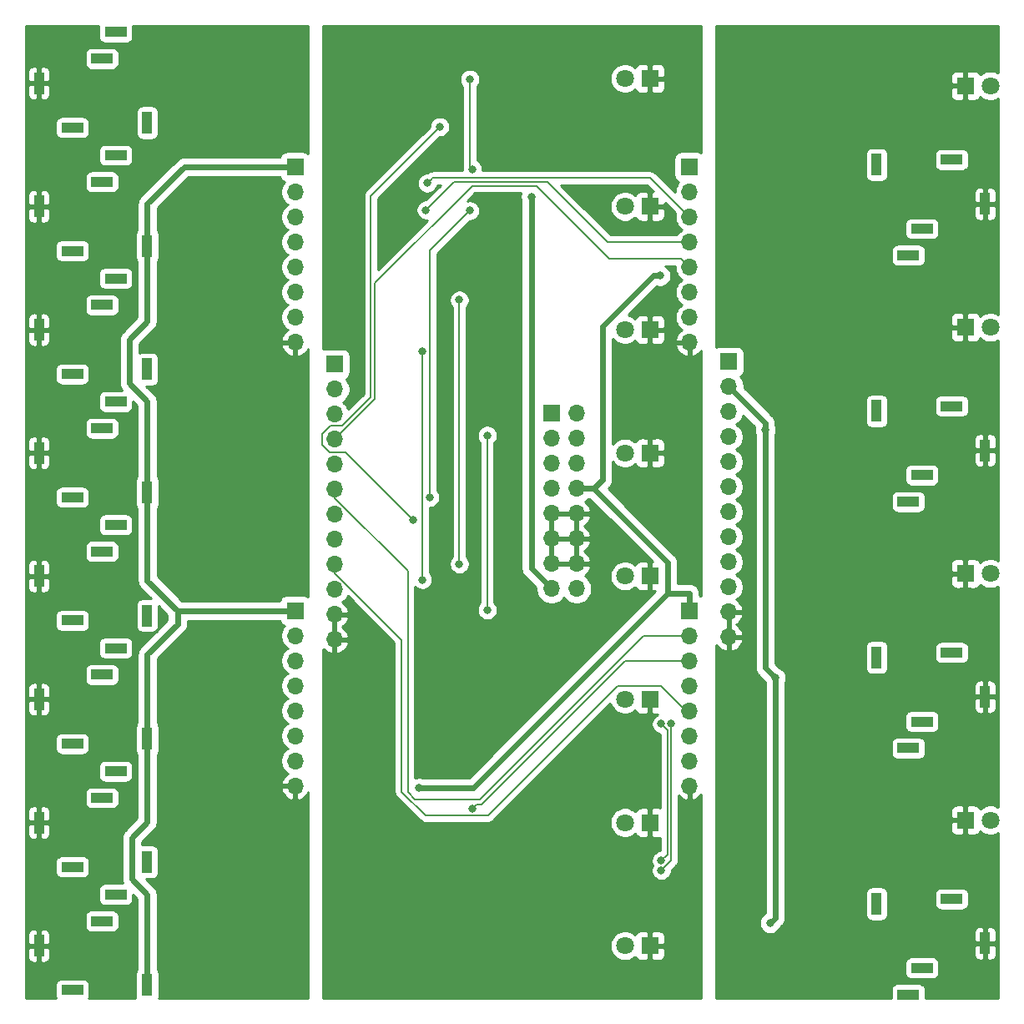
<source format=gbr>
G04 #@! TF.GenerationSoftware,KiCad,Pcbnew,(5.1.5)-3*
G04 #@! TF.CreationDate,2020-08-11T17:29:56-07:00*
G04 #@! TF.ProjectId,XOR,584f522e-6b69-4636-9164-5f7063625858,rev?*
G04 #@! TF.SameCoordinates,Original*
G04 #@! TF.FileFunction,Copper,L2,Bot*
G04 #@! TF.FilePolarity,Positive*
%FSLAX46Y46*%
G04 Gerber Fmt 4.6, Leading zero omitted, Abs format (unit mm)*
G04 Created by KiCad (PCBNEW (5.1.5)-3) date 2020-08-11 17:29:56*
%MOMM*%
%LPD*%
G04 APERTURE LIST*
%ADD10R,1.800000X1.800000*%
%ADD11C,1.800000*%
%ADD12R,1.000000X2.200000*%
%ADD13R,2.200000X1.000000*%
%ADD14O,1.700000X1.700000*%
%ADD15R,1.700000X1.700000*%
%ADD16C,0.800000*%
%ADD17C,0.600000*%
%ADD18C,0.200000*%
%ADD19C,0.254000*%
G04 APERTURE END LIST*
D10*
X64000000Y-6014700D03*
D11*
X61460000Y-6014700D03*
D10*
X64000000Y-19000000D03*
D11*
X61460000Y-19000000D03*
X61460000Y-31500000D03*
D10*
X64000000Y-31500000D03*
D11*
X61460000Y-44000000D03*
D10*
X64000000Y-44000000D03*
X64000000Y-56500000D03*
D11*
X61460000Y-56500000D03*
X61460000Y-69000000D03*
D10*
X64000000Y-69000000D03*
D11*
X61460000Y-81500000D03*
D10*
X64000000Y-81500000D03*
D11*
X61460000Y-94000000D03*
D10*
X64000000Y-94000000D03*
X96000000Y-6750000D03*
D11*
X98540000Y-6750000D03*
D10*
X96000000Y-31250000D03*
D11*
X98540000Y-31250000D03*
X98540000Y-56250000D03*
D10*
X96000000Y-56250000D03*
X96000000Y-81250000D03*
D11*
X98540000Y-81250000D03*
D12*
X2000000Y-6500000D03*
D13*
X5400000Y-11000000D03*
D12*
X13000000Y-10500000D03*
D13*
X8400000Y-4000000D03*
X9800000Y-1300000D03*
X9800000Y-13800000D03*
X8400000Y-16500000D03*
D12*
X13000000Y-23000000D03*
D13*
X5400000Y-23500000D03*
D12*
X2000000Y-19000000D03*
X2000000Y-31500000D03*
D13*
X5400000Y-36000000D03*
D12*
X13000000Y-35500000D03*
D13*
X8400000Y-29000000D03*
X9800000Y-26300000D03*
X9800000Y-38800000D03*
X8400000Y-41500000D03*
D12*
X13000000Y-48000000D03*
D13*
X5400000Y-48500000D03*
D12*
X2000000Y-44000000D03*
D13*
X9800000Y-51300000D03*
X8400000Y-54000000D03*
D12*
X13000000Y-60500000D03*
D13*
X5400000Y-61000000D03*
D12*
X2000000Y-56500000D03*
X2000000Y-69000000D03*
D13*
X5400000Y-73500000D03*
D12*
X13000000Y-73000000D03*
D13*
X8400000Y-66500000D03*
X9800000Y-63800000D03*
D12*
X2000000Y-81500000D03*
D13*
X5400000Y-86000000D03*
D12*
X13000000Y-85500000D03*
D13*
X8400000Y-79000000D03*
X9800000Y-76300000D03*
X9800000Y-88800000D03*
X8400000Y-91500000D03*
D12*
X13000000Y-98000000D03*
D13*
X5400000Y-98500000D03*
D12*
X2000000Y-94000000D03*
D14*
X28000000Y-32780000D03*
X28000000Y-30240000D03*
X28000000Y-27700000D03*
X28000000Y-25160000D03*
X28000000Y-22620000D03*
X28000000Y-20080000D03*
X28000000Y-17540000D03*
D15*
X28000000Y-15000000D03*
D14*
X28000000Y-77780000D03*
X28000000Y-75240000D03*
X28000000Y-72700000D03*
X28000000Y-70160000D03*
X28000000Y-67620000D03*
X28000000Y-65080000D03*
X28000000Y-62540000D03*
D15*
X28000000Y-60000000D03*
X68000000Y-15000000D03*
D14*
X68000000Y-17540000D03*
X68000000Y-20080000D03*
X68000000Y-22620000D03*
X68000000Y-25160000D03*
X68000000Y-27700000D03*
X68000000Y-30240000D03*
X68000000Y-32780000D03*
D15*
X68000000Y-60000000D03*
D14*
X68000000Y-62540000D03*
X68000000Y-65080000D03*
X68000000Y-67620000D03*
X68000000Y-70160000D03*
X68000000Y-72700000D03*
X68000000Y-75240000D03*
X68000000Y-77780000D03*
X56540000Y-57780000D03*
X54000000Y-57780000D03*
X56540000Y-55240000D03*
X54000000Y-55240000D03*
X56540000Y-52700000D03*
X54000000Y-52700000D03*
X56540000Y-50160000D03*
X54000000Y-50160000D03*
X56540000Y-47620000D03*
X54000000Y-47620000D03*
X56540000Y-45080000D03*
X54000000Y-45080000D03*
X56540000Y-42540000D03*
X54000000Y-42540000D03*
X56540000Y-40000000D03*
D15*
X54000000Y-40000000D03*
D14*
X32000000Y-62940000D03*
X32000000Y-60400000D03*
X32000000Y-57860000D03*
X32000000Y-55320000D03*
X32000000Y-52780000D03*
X32000000Y-50240000D03*
X32000000Y-47700000D03*
X32000000Y-45160000D03*
X32000000Y-42620000D03*
X32000000Y-40080000D03*
X32000000Y-37540000D03*
D15*
X32000000Y-35000000D03*
X72000000Y-34750000D03*
D14*
X72000000Y-37290000D03*
X72000000Y-39830000D03*
X72000000Y-42370000D03*
X72000000Y-44910000D03*
X72000000Y-47450000D03*
X72000000Y-49990000D03*
X72000000Y-52530000D03*
X72000000Y-55070000D03*
X72000000Y-57610000D03*
X72000000Y-60150000D03*
X72000000Y-62690000D03*
D12*
X98000000Y-18750000D03*
D13*
X94600000Y-14250000D03*
D12*
X87000000Y-14750000D03*
D13*
X91600000Y-21250000D03*
X90200000Y-23950000D03*
X90200000Y-48950000D03*
X91600000Y-46250000D03*
D12*
X87000000Y-39750000D03*
D13*
X94600000Y-39250000D03*
D12*
X98000000Y-43750000D03*
D13*
X90200000Y-73950000D03*
X91600000Y-71250000D03*
D12*
X87000000Y-64750000D03*
D13*
X94600000Y-64250000D03*
D12*
X98000000Y-68750000D03*
X98000000Y-93750000D03*
D13*
X94600000Y-89250000D03*
D12*
X87000000Y-89750000D03*
D13*
X91600000Y-96250000D03*
X90200000Y-98950000D03*
D16*
X51958200Y-17999970D03*
X71500000Y-97000000D03*
X73000000Y-98500000D03*
X71500000Y-98500000D03*
X97000000Y-98500000D03*
X98500000Y-97000000D03*
X98500000Y-98500000D03*
X97000000Y-1500000D03*
X98500000Y-3000000D03*
X98500000Y-1500000D03*
X71500000Y-3000000D03*
X73000000Y-1500000D03*
X71500000Y-1500000D03*
X41396915Y-16637000D03*
X41275000Y-19364012D03*
X45974000Y-80064800D03*
X40596200Y-78007000D03*
X65024000Y-26035016D03*
X68500000Y-1500000D03*
X67000000Y-1500000D03*
X68500000Y-3000000D03*
X31500000Y-1500000D03*
X33000000Y-1500000D03*
X31500000Y-3000000D03*
X68500000Y-97000000D03*
X68500000Y-98500000D03*
X67000000Y-98500000D03*
X31500000Y-97000000D03*
X31500000Y-98500000D03*
X33000000Y-98500000D03*
X46000000Y-52000000D03*
X46000000Y-49000000D03*
X46000000Y-58000000D03*
X46000000Y-36000000D03*
X46000000Y-34000000D03*
X52000000Y-13000000D03*
X54000000Y-13000000D03*
X34000000Y-38000000D03*
X1500000Y-97000000D03*
X3000000Y-98500000D03*
X1500000Y-98500000D03*
X27000000Y-98500000D03*
X28500000Y-97000000D03*
X28500000Y-98500000D03*
X28500000Y-3000000D03*
X27000000Y-1500000D03*
X28500000Y-1500000D03*
X3000000Y-1500000D03*
X1500000Y-3000000D03*
X1500000Y-1500000D03*
X76200000Y-91694000D03*
X76708000Y-66802000D03*
X75692000Y-41656000D03*
X65151000Y-71501000D03*
X65151000Y-85359997D03*
X65151000Y-86360000D03*
X66167000Y-71501000D03*
X41656000Y-48514000D03*
X45720000Y-6096000D03*
X45974000Y-15240000D03*
X45720000Y-19431000D03*
X42672000Y-10922000D03*
X40005000Y-50800000D03*
X44653800Y-55270000D03*
X44653800Y-28479700D03*
X40908200Y-56856000D03*
X40908200Y-33716800D03*
X47485800Y-59927100D03*
X47485800Y-42227500D03*
D17*
X54000000Y-57780000D02*
X51958200Y-55738200D01*
X51958200Y-55738200D02*
X51958200Y-17999970D01*
D18*
X41796914Y-16237001D02*
X41396915Y-16637000D01*
X64019961Y-16099961D02*
X41933954Y-16099961D01*
X41933954Y-16099961D02*
X41796914Y-16237001D01*
X68000000Y-20080000D02*
X64019961Y-16099961D01*
X44139044Y-16499968D02*
X41674999Y-18964013D01*
X41674999Y-18964013D02*
X41275000Y-19364012D01*
X53574568Y-16499968D02*
X44139044Y-16499968D01*
X68000000Y-22620000D02*
X59694600Y-22620000D01*
X59694600Y-22620000D02*
X53574568Y-16499968D01*
X59888501Y-24310001D02*
X67150001Y-24310001D01*
X67150001Y-24310001D02*
X68000000Y-25160000D01*
X36068000Y-38552000D02*
X36068000Y-26797000D01*
X45965031Y-16899969D02*
X52478469Y-16899969D01*
X36068000Y-26797000D02*
X45965031Y-16899969D01*
X32000000Y-42620000D02*
X36068000Y-38552000D01*
X52478469Y-16899969D02*
X59888501Y-24310001D01*
X63375100Y-62540000D02*
X68000000Y-62540000D01*
X46764000Y-79151100D02*
X63375100Y-62540000D01*
X32000000Y-48562700D02*
X39423400Y-55986100D01*
X32000000Y-47700000D02*
X32000000Y-48562700D01*
X39423400Y-55986100D02*
X39423400Y-78429900D01*
X40144600Y-79151100D02*
X46764000Y-79151100D01*
X39423400Y-78429900D02*
X40144600Y-79151100D01*
X68000000Y-65080000D02*
X61466800Y-65080000D01*
X46373999Y-79664801D02*
X45974000Y-80064800D01*
X61466800Y-65080000D02*
X46881999Y-79664801D01*
X46881999Y-79664801D02*
X46373999Y-79664801D01*
X67620000Y-70160000D02*
X68000000Y-70160000D01*
X60683400Y-67691000D02*
X65151000Y-67691000D01*
X65151000Y-67691000D02*
X67620000Y-70160000D01*
X47588200Y-80786200D02*
X60683400Y-67691000D01*
X38790500Y-62973100D02*
X38790500Y-78363100D01*
X32000000Y-56182600D02*
X38790500Y-62973100D01*
X32000000Y-55320000D02*
X32000000Y-56182600D01*
X38790500Y-78363100D02*
X41213600Y-80786200D01*
X41213600Y-80786200D02*
X47588200Y-80786200D01*
D17*
X65800400Y-58249700D02*
X46043100Y-78007000D01*
X46043100Y-78007000D02*
X40596200Y-78007000D01*
X60871900Y-50201600D02*
X65800400Y-55130100D01*
X65800400Y-55130100D02*
X65800400Y-58249700D01*
X65800400Y-58249700D02*
X68000000Y-58249700D01*
X58290300Y-47620000D02*
X60871900Y-50201600D01*
X56540000Y-47620000D02*
X58290300Y-47620000D01*
X68000000Y-60000000D02*
X68000000Y-58249700D01*
X64458315Y-26035016D02*
X65024000Y-26035016D01*
X59182000Y-46728300D02*
X59182000Y-31184297D01*
X59182000Y-31184297D02*
X64331281Y-26035016D01*
X58290300Y-47620000D02*
X59182000Y-46728300D01*
X64331281Y-26035016D02*
X64458315Y-26035016D01*
X16058000Y-60000000D02*
X16058000Y-61412000D01*
X16058000Y-61412000D02*
X13000000Y-64470000D01*
X13000000Y-64470000D02*
X13000000Y-73000000D01*
X13000000Y-48000000D02*
X13000000Y-56942000D01*
X13000000Y-56942000D02*
X16058000Y-60000000D01*
X13000000Y-23000000D02*
X13000000Y-30688000D01*
X13000000Y-30688000D02*
X11176000Y-32512000D01*
X11176000Y-32512000D02*
X11176000Y-36956000D01*
X11176000Y-36956000D02*
X13000000Y-38780000D01*
X13000000Y-38780000D02*
X13000000Y-48000000D01*
X13000000Y-73000000D02*
X13000000Y-81488000D01*
X13000000Y-81488000D02*
X11430000Y-83058000D01*
X11430000Y-83058000D02*
X11430000Y-87230000D01*
X11430000Y-87230000D02*
X13000000Y-88800000D01*
X13000000Y-88800000D02*
X13000000Y-98000000D01*
X16058000Y-60000000D02*
X28000000Y-60000000D01*
X28000000Y-15000000D02*
X16750000Y-15000000D01*
X16750000Y-15000000D02*
X13000000Y-18750000D01*
X13000000Y-18750000D02*
X13000000Y-23000000D01*
X76708000Y-66802000D02*
X76708000Y-91186000D01*
X76708000Y-91186000D02*
X76200000Y-91694000D01*
X75692000Y-41656000D02*
X75692000Y-65786000D01*
X75692000Y-65786000D02*
X76708000Y-66802000D01*
X72000000Y-37290000D02*
X75692000Y-40982000D01*
X75692000Y-40982000D02*
X75692000Y-41656000D01*
D18*
X65151000Y-71501000D02*
X65766990Y-72116990D01*
X65766990Y-72116990D02*
X65766990Y-84744007D01*
X65766990Y-84744007D02*
X65151000Y-85359997D01*
X66167000Y-72066685D02*
X66167000Y-71501000D01*
X65151000Y-86360000D02*
X66167000Y-85344000D01*
X66167000Y-85344000D02*
X66167000Y-72066685D01*
X45720000Y-6096000D02*
X45720000Y-14986000D01*
X45720000Y-14986000D02*
X45974000Y-15240000D01*
X41656000Y-23495000D02*
X41656000Y-48514000D01*
X45720000Y-19431000D02*
X41656000Y-23495000D01*
X33147000Y-43942000D02*
X40005000Y-50800000D01*
X30734000Y-42110499D02*
X30734000Y-43180000D01*
X31569499Y-41275000D02*
X30734000Y-42110499D01*
X42672000Y-10922000D02*
X35667990Y-17926010D01*
X31496000Y-43942000D02*
X33147000Y-43942000D01*
X32747000Y-41275000D02*
X31569499Y-41275000D01*
X30734000Y-43180000D02*
X31496000Y-43942000D01*
X35667990Y-17926010D02*
X35667990Y-38354010D01*
X35667990Y-38354010D02*
X32747000Y-41275000D01*
X44653800Y-28479700D02*
X44653800Y-55270000D01*
X40908200Y-56856000D02*
X40908200Y-33716800D01*
X47485800Y-59927100D02*
X47485800Y-42227500D01*
D19*
G36*
X26475090Y-61129557D02*
G01*
X26542597Y-61255853D01*
X26633446Y-61366554D01*
X26744147Y-61457403D01*
X26870443Y-61524910D01*
X26904617Y-61535276D01*
X26846525Y-61593368D01*
X26684010Y-61836589D01*
X26572068Y-62106842D01*
X26515000Y-62393740D01*
X26515000Y-62686260D01*
X26572068Y-62973158D01*
X26684010Y-63243411D01*
X26846525Y-63486632D01*
X27053368Y-63693475D01*
X27227760Y-63810000D01*
X27053368Y-63926525D01*
X26846525Y-64133368D01*
X26684010Y-64376589D01*
X26572068Y-64646842D01*
X26515000Y-64933740D01*
X26515000Y-65226260D01*
X26572068Y-65513158D01*
X26684010Y-65783411D01*
X26846525Y-66026632D01*
X27053368Y-66233475D01*
X27227760Y-66350000D01*
X27053368Y-66466525D01*
X26846525Y-66673368D01*
X26684010Y-66916589D01*
X26572068Y-67186842D01*
X26515000Y-67473740D01*
X26515000Y-67766260D01*
X26572068Y-68053158D01*
X26684010Y-68323411D01*
X26846525Y-68566632D01*
X27053368Y-68773475D01*
X27227760Y-68890000D01*
X27053368Y-69006525D01*
X26846525Y-69213368D01*
X26684010Y-69456589D01*
X26572068Y-69726842D01*
X26515000Y-70013740D01*
X26515000Y-70306260D01*
X26572068Y-70593158D01*
X26684010Y-70863411D01*
X26846525Y-71106632D01*
X27053368Y-71313475D01*
X27227760Y-71430000D01*
X27053368Y-71546525D01*
X26846525Y-71753368D01*
X26684010Y-71996589D01*
X26572068Y-72266842D01*
X26515000Y-72553740D01*
X26515000Y-72846260D01*
X26572068Y-73133158D01*
X26684010Y-73403411D01*
X26846525Y-73646632D01*
X27053368Y-73853475D01*
X27227760Y-73970000D01*
X27053368Y-74086525D01*
X26846525Y-74293368D01*
X26684010Y-74536589D01*
X26572068Y-74806842D01*
X26515000Y-75093740D01*
X26515000Y-75386260D01*
X26572068Y-75673158D01*
X26684010Y-75943411D01*
X26846525Y-76186632D01*
X27053368Y-76393475D01*
X27235534Y-76515195D01*
X27118645Y-76584822D01*
X26902412Y-76779731D01*
X26728359Y-77013080D01*
X26603175Y-77275901D01*
X26558524Y-77423110D01*
X26679845Y-77653000D01*
X27873000Y-77653000D01*
X27873000Y-77633000D01*
X28127000Y-77633000D01*
X28127000Y-77653000D01*
X28147000Y-77653000D01*
X28147000Y-77907000D01*
X28127000Y-77907000D01*
X28127000Y-79100814D01*
X28356891Y-79221481D01*
X28631252Y-79124157D01*
X28881355Y-78975178D01*
X29097588Y-78780269D01*
X29271641Y-78546920D01*
X29337000Y-78409700D01*
X29337000Y-99340000D01*
X14186909Y-99340000D01*
X14216480Y-99242517D01*
X14230517Y-99100000D01*
X14230517Y-96900000D01*
X14216480Y-96757483D01*
X14174910Y-96620443D01*
X14107403Y-96494147D01*
X14027000Y-96396175D01*
X14027000Y-88850440D01*
X14031968Y-88799999D01*
X14027000Y-88749558D01*
X14027000Y-88749549D01*
X14012140Y-88598673D01*
X13953415Y-88405083D01*
X13858051Y-88226669D01*
X13729712Y-88070288D01*
X13690524Y-88038128D01*
X12890468Y-87238072D01*
X13500000Y-87238072D01*
X13624482Y-87225812D01*
X13744180Y-87189502D01*
X13854494Y-87130537D01*
X13951185Y-87051185D01*
X14030537Y-86954494D01*
X14089502Y-86844180D01*
X14125812Y-86724482D01*
X14138072Y-86600000D01*
X14138072Y-84400000D01*
X14125812Y-84275518D01*
X14089502Y-84155820D01*
X14030537Y-84045506D01*
X13951185Y-83948815D01*
X13854494Y-83869463D01*
X13744180Y-83810498D01*
X13624482Y-83774188D01*
X13500000Y-83761928D01*
X12500000Y-83761928D01*
X12457000Y-83766163D01*
X12457000Y-83483396D01*
X13690524Y-82249872D01*
X13729712Y-82217712D01*
X13858051Y-82061331D01*
X13953415Y-81882917D01*
X14012140Y-81689327D01*
X14027000Y-81538451D01*
X14027000Y-81538442D01*
X14031968Y-81488001D01*
X14027000Y-81437560D01*
X14027000Y-78136890D01*
X26558524Y-78136890D01*
X26603175Y-78284099D01*
X26728359Y-78546920D01*
X26902412Y-78780269D01*
X27118645Y-78975178D01*
X27368748Y-79124157D01*
X27643109Y-79221481D01*
X27873000Y-79100814D01*
X27873000Y-77907000D01*
X26679845Y-77907000D01*
X26558524Y-78136890D01*
X14027000Y-78136890D01*
X14027000Y-74603825D01*
X14107403Y-74505853D01*
X14174910Y-74379557D01*
X14216480Y-74242517D01*
X14230517Y-74100000D01*
X14230517Y-71900000D01*
X14216480Y-71757483D01*
X14174910Y-71620443D01*
X14107403Y-71494147D01*
X14027000Y-71396175D01*
X14027000Y-64895396D01*
X16748525Y-62173872D01*
X16787712Y-62141712D01*
X16916051Y-61985331D01*
X17011415Y-61806917D01*
X17070140Y-61613327D01*
X17085000Y-61462451D01*
X17085000Y-61462442D01*
X17089968Y-61412001D01*
X17085000Y-61361560D01*
X17085000Y-61027000D01*
X26443980Y-61027000D01*
X26475090Y-61129557D01*
G37*
X26475090Y-61129557D02*
X26542597Y-61255853D01*
X26633446Y-61366554D01*
X26744147Y-61457403D01*
X26870443Y-61524910D01*
X26904617Y-61535276D01*
X26846525Y-61593368D01*
X26684010Y-61836589D01*
X26572068Y-62106842D01*
X26515000Y-62393740D01*
X26515000Y-62686260D01*
X26572068Y-62973158D01*
X26684010Y-63243411D01*
X26846525Y-63486632D01*
X27053368Y-63693475D01*
X27227760Y-63810000D01*
X27053368Y-63926525D01*
X26846525Y-64133368D01*
X26684010Y-64376589D01*
X26572068Y-64646842D01*
X26515000Y-64933740D01*
X26515000Y-65226260D01*
X26572068Y-65513158D01*
X26684010Y-65783411D01*
X26846525Y-66026632D01*
X27053368Y-66233475D01*
X27227760Y-66350000D01*
X27053368Y-66466525D01*
X26846525Y-66673368D01*
X26684010Y-66916589D01*
X26572068Y-67186842D01*
X26515000Y-67473740D01*
X26515000Y-67766260D01*
X26572068Y-68053158D01*
X26684010Y-68323411D01*
X26846525Y-68566632D01*
X27053368Y-68773475D01*
X27227760Y-68890000D01*
X27053368Y-69006525D01*
X26846525Y-69213368D01*
X26684010Y-69456589D01*
X26572068Y-69726842D01*
X26515000Y-70013740D01*
X26515000Y-70306260D01*
X26572068Y-70593158D01*
X26684010Y-70863411D01*
X26846525Y-71106632D01*
X27053368Y-71313475D01*
X27227760Y-71430000D01*
X27053368Y-71546525D01*
X26846525Y-71753368D01*
X26684010Y-71996589D01*
X26572068Y-72266842D01*
X26515000Y-72553740D01*
X26515000Y-72846260D01*
X26572068Y-73133158D01*
X26684010Y-73403411D01*
X26846525Y-73646632D01*
X27053368Y-73853475D01*
X27227760Y-73970000D01*
X27053368Y-74086525D01*
X26846525Y-74293368D01*
X26684010Y-74536589D01*
X26572068Y-74806842D01*
X26515000Y-75093740D01*
X26515000Y-75386260D01*
X26572068Y-75673158D01*
X26684010Y-75943411D01*
X26846525Y-76186632D01*
X27053368Y-76393475D01*
X27235534Y-76515195D01*
X27118645Y-76584822D01*
X26902412Y-76779731D01*
X26728359Y-77013080D01*
X26603175Y-77275901D01*
X26558524Y-77423110D01*
X26679845Y-77653000D01*
X27873000Y-77653000D01*
X27873000Y-77633000D01*
X28127000Y-77633000D01*
X28127000Y-77653000D01*
X28147000Y-77653000D01*
X28147000Y-77907000D01*
X28127000Y-77907000D01*
X28127000Y-79100814D01*
X28356891Y-79221481D01*
X28631252Y-79124157D01*
X28881355Y-78975178D01*
X29097588Y-78780269D01*
X29271641Y-78546920D01*
X29337000Y-78409700D01*
X29337000Y-99340000D01*
X14186909Y-99340000D01*
X14216480Y-99242517D01*
X14230517Y-99100000D01*
X14230517Y-96900000D01*
X14216480Y-96757483D01*
X14174910Y-96620443D01*
X14107403Y-96494147D01*
X14027000Y-96396175D01*
X14027000Y-88850440D01*
X14031968Y-88799999D01*
X14027000Y-88749558D01*
X14027000Y-88749549D01*
X14012140Y-88598673D01*
X13953415Y-88405083D01*
X13858051Y-88226669D01*
X13729712Y-88070288D01*
X13690524Y-88038128D01*
X12890468Y-87238072D01*
X13500000Y-87238072D01*
X13624482Y-87225812D01*
X13744180Y-87189502D01*
X13854494Y-87130537D01*
X13951185Y-87051185D01*
X14030537Y-86954494D01*
X14089502Y-86844180D01*
X14125812Y-86724482D01*
X14138072Y-86600000D01*
X14138072Y-84400000D01*
X14125812Y-84275518D01*
X14089502Y-84155820D01*
X14030537Y-84045506D01*
X13951185Y-83948815D01*
X13854494Y-83869463D01*
X13744180Y-83810498D01*
X13624482Y-83774188D01*
X13500000Y-83761928D01*
X12500000Y-83761928D01*
X12457000Y-83766163D01*
X12457000Y-83483396D01*
X13690524Y-82249872D01*
X13729712Y-82217712D01*
X13858051Y-82061331D01*
X13953415Y-81882917D01*
X14012140Y-81689327D01*
X14027000Y-81538451D01*
X14027000Y-81538442D01*
X14031968Y-81488001D01*
X14027000Y-81437560D01*
X14027000Y-78136890D01*
X26558524Y-78136890D01*
X26603175Y-78284099D01*
X26728359Y-78546920D01*
X26902412Y-78780269D01*
X27118645Y-78975178D01*
X27368748Y-79124157D01*
X27643109Y-79221481D01*
X27873000Y-79100814D01*
X27873000Y-77907000D01*
X26679845Y-77907000D01*
X26558524Y-78136890D01*
X14027000Y-78136890D01*
X14027000Y-74603825D01*
X14107403Y-74505853D01*
X14174910Y-74379557D01*
X14216480Y-74242517D01*
X14230517Y-74100000D01*
X14230517Y-71900000D01*
X14216480Y-71757483D01*
X14174910Y-71620443D01*
X14107403Y-71494147D01*
X14027000Y-71396175D01*
X14027000Y-64895396D01*
X16748525Y-62173872D01*
X16787712Y-62141712D01*
X16916051Y-61985331D01*
X17011415Y-61806917D01*
X17070140Y-61613327D01*
X17085000Y-61462451D01*
X17085000Y-61462442D01*
X17089968Y-61412001D01*
X17085000Y-61361560D01*
X17085000Y-61027000D01*
X26443980Y-61027000D01*
X26475090Y-61129557D01*
G36*
X8074188Y-675518D02*
G01*
X8061928Y-800000D01*
X8061928Y-1800000D01*
X8074188Y-1924482D01*
X8110498Y-2044180D01*
X8169463Y-2154494D01*
X8248815Y-2251185D01*
X8345506Y-2330537D01*
X8455820Y-2389502D01*
X8575518Y-2425812D01*
X8700000Y-2438072D01*
X10900000Y-2438072D01*
X11024482Y-2425812D01*
X11144180Y-2389502D01*
X11254494Y-2330537D01*
X11351185Y-2251185D01*
X11430537Y-2154494D01*
X11489502Y-2044180D01*
X11525812Y-1924482D01*
X11538072Y-1800000D01*
X11538072Y-800000D01*
X11525812Y-675518D01*
X11521105Y-660000D01*
X29337000Y-660000D01*
X29337000Y-13609192D01*
X29255853Y-13542597D01*
X29129557Y-13475090D01*
X28992517Y-13433520D01*
X28850000Y-13419483D01*
X27150000Y-13419483D01*
X27007483Y-13433520D01*
X26870443Y-13475090D01*
X26744147Y-13542597D01*
X26633446Y-13633446D01*
X26542597Y-13744147D01*
X26475090Y-13870443D01*
X26443980Y-13973000D01*
X16800443Y-13973000D01*
X16750000Y-13968032D01*
X16699556Y-13973000D01*
X16699549Y-13973000D01*
X16566831Y-13986072D01*
X16548672Y-13987860D01*
X16489947Y-14005674D01*
X16355083Y-14046585D01*
X16176669Y-14141949D01*
X16176667Y-14141950D01*
X16176668Y-14141950D01*
X16059475Y-14238127D01*
X16059470Y-14238132D01*
X16020288Y-14270288D01*
X15988132Y-14309470D01*
X12309481Y-17988123D01*
X12270288Y-18020288D01*
X12141949Y-18176669D01*
X12046585Y-18355084D01*
X11987860Y-18548674D01*
X11973000Y-18699550D01*
X11973000Y-18699559D01*
X11968032Y-18750000D01*
X11973000Y-18800441D01*
X11973001Y-21396174D01*
X11892597Y-21494147D01*
X11825090Y-21620443D01*
X11783520Y-21757483D01*
X11769483Y-21900000D01*
X11769483Y-24100000D01*
X11783520Y-24242517D01*
X11825090Y-24379557D01*
X11892597Y-24505853D01*
X11973000Y-24603826D01*
X11973001Y-30262601D01*
X10485480Y-31750124D01*
X10446288Y-31782288D01*
X10317949Y-31938669D01*
X10222585Y-32117084D01*
X10163860Y-32310674D01*
X10149000Y-32461550D01*
X10149000Y-32461559D01*
X10144032Y-32512000D01*
X10149000Y-32562441D01*
X10149001Y-36905549D01*
X10144032Y-36956000D01*
X10149001Y-37006451D01*
X10163861Y-37157327D01*
X10222586Y-37350917D01*
X10317950Y-37529331D01*
X10426770Y-37661928D01*
X8700000Y-37661928D01*
X8575518Y-37674188D01*
X8455820Y-37710498D01*
X8345506Y-37769463D01*
X8248815Y-37848815D01*
X8169463Y-37945506D01*
X8110498Y-38055820D01*
X8074188Y-38175518D01*
X8061928Y-38300000D01*
X8061928Y-39300000D01*
X8074188Y-39424482D01*
X8110498Y-39544180D01*
X8169463Y-39654494D01*
X8248815Y-39751185D01*
X8345506Y-39830537D01*
X8455820Y-39889502D01*
X8575518Y-39925812D01*
X8700000Y-39938072D01*
X10900000Y-39938072D01*
X11024482Y-39925812D01*
X11144180Y-39889502D01*
X11254494Y-39830537D01*
X11351185Y-39751185D01*
X11430537Y-39654494D01*
X11489502Y-39544180D01*
X11525812Y-39424482D01*
X11538072Y-39300000D01*
X11538072Y-38770469D01*
X11973000Y-39205398D01*
X11973001Y-46396174D01*
X11892597Y-46494147D01*
X11825090Y-46620443D01*
X11783520Y-46757483D01*
X11769483Y-46900000D01*
X11769483Y-49100000D01*
X11783520Y-49242517D01*
X11825090Y-49379557D01*
X11892597Y-49505853D01*
X11973000Y-49603826D01*
X11973001Y-56891549D01*
X11968032Y-56942000D01*
X11973001Y-56992451D01*
X11987861Y-57143327D01*
X12046586Y-57336917D01*
X12141950Y-57515331D01*
X12270289Y-57671712D01*
X12309476Y-57703872D01*
X13367532Y-58761928D01*
X12500000Y-58761928D01*
X12375518Y-58774188D01*
X12255820Y-58810498D01*
X12145506Y-58869463D01*
X12048815Y-58948815D01*
X11969463Y-59045506D01*
X11910498Y-59155820D01*
X11874188Y-59275518D01*
X11861928Y-59400000D01*
X11861928Y-61600000D01*
X11874188Y-61724482D01*
X11910498Y-61844180D01*
X11969463Y-61954494D01*
X12048815Y-62051185D01*
X12145506Y-62130537D01*
X12255820Y-62189502D01*
X12375518Y-62225812D01*
X12500000Y-62238072D01*
X13500000Y-62238072D01*
X13624482Y-62225812D01*
X13744180Y-62189502D01*
X13854494Y-62130537D01*
X13951185Y-62051185D01*
X14030537Y-61954494D01*
X14089502Y-61844180D01*
X14125812Y-61724482D01*
X14138072Y-61600000D01*
X14138072Y-59532469D01*
X15031000Y-60425397D01*
X15031001Y-60986602D01*
X12309481Y-63708123D01*
X12270288Y-63740288D01*
X12141949Y-63896669D01*
X12046585Y-64075084D01*
X11987860Y-64268674D01*
X11973000Y-64419550D01*
X11973000Y-64419559D01*
X11968032Y-64470000D01*
X11973000Y-64520441D01*
X11973001Y-71396174D01*
X11892597Y-71494147D01*
X11825090Y-71620443D01*
X11783520Y-71757483D01*
X11769483Y-71900000D01*
X11769483Y-74100000D01*
X11783520Y-74242517D01*
X11825090Y-74379557D01*
X11892597Y-74505853D01*
X11973000Y-74603826D01*
X11973001Y-81062602D01*
X10739481Y-82296123D01*
X10700288Y-82328288D01*
X10571949Y-82484669D01*
X10476585Y-82663084D01*
X10417860Y-82856674D01*
X10403000Y-83007550D01*
X10403000Y-83007559D01*
X10398032Y-83058000D01*
X10403000Y-83108441D01*
X10403001Y-87179549D01*
X10398032Y-87230000D01*
X10403001Y-87280451D01*
X10417861Y-87431327D01*
X10476586Y-87624917D01*
X10496369Y-87661928D01*
X8700000Y-87661928D01*
X8575518Y-87674188D01*
X8455820Y-87710498D01*
X8345506Y-87769463D01*
X8248815Y-87848815D01*
X8169463Y-87945506D01*
X8110498Y-88055820D01*
X8074188Y-88175518D01*
X8061928Y-88300000D01*
X8061928Y-89300000D01*
X8074188Y-89424482D01*
X8110498Y-89544180D01*
X8169463Y-89654494D01*
X8248815Y-89751185D01*
X8345506Y-89830537D01*
X8455820Y-89889502D01*
X8575518Y-89925812D01*
X8700000Y-89938072D01*
X10900000Y-89938072D01*
X11024482Y-89925812D01*
X11144180Y-89889502D01*
X11254494Y-89830537D01*
X11351185Y-89751185D01*
X11430537Y-89654494D01*
X11489502Y-89544180D01*
X11525812Y-89424482D01*
X11538072Y-89300000D01*
X11538072Y-88790469D01*
X11973000Y-89225397D01*
X11973001Y-96396174D01*
X11892597Y-96494147D01*
X11825090Y-96620443D01*
X11783520Y-96757483D01*
X11769483Y-96900000D01*
X11769483Y-99100000D01*
X11783520Y-99242517D01*
X11813091Y-99340000D01*
X7038284Y-99340000D01*
X7089502Y-99244180D01*
X7125812Y-99124482D01*
X7138072Y-99000000D01*
X7138072Y-98000000D01*
X7125812Y-97875518D01*
X7089502Y-97755820D01*
X7030537Y-97645506D01*
X6951185Y-97548815D01*
X6854494Y-97469463D01*
X6744180Y-97410498D01*
X6624482Y-97374188D01*
X6500000Y-97361928D01*
X4300000Y-97361928D01*
X4175518Y-97374188D01*
X4055820Y-97410498D01*
X3945506Y-97469463D01*
X3848815Y-97548815D01*
X3769463Y-97645506D01*
X3710498Y-97755820D01*
X3674188Y-97875518D01*
X3661928Y-98000000D01*
X3661928Y-99000000D01*
X3674188Y-99124482D01*
X3710498Y-99244180D01*
X3761716Y-99340000D01*
X660000Y-99340000D01*
X660000Y-95100000D01*
X861928Y-95100000D01*
X874188Y-95224482D01*
X910498Y-95344180D01*
X969463Y-95454494D01*
X1048815Y-95551185D01*
X1145506Y-95630537D01*
X1255820Y-95689502D01*
X1375518Y-95725812D01*
X1500000Y-95738072D01*
X1714250Y-95735000D01*
X1873000Y-95576250D01*
X1873000Y-94127000D01*
X2127000Y-94127000D01*
X2127000Y-95576250D01*
X2285750Y-95735000D01*
X2500000Y-95738072D01*
X2624482Y-95725812D01*
X2744180Y-95689502D01*
X2854494Y-95630537D01*
X2951185Y-95551185D01*
X3030537Y-95454494D01*
X3089502Y-95344180D01*
X3125812Y-95224482D01*
X3138072Y-95100000D01*
X3135000Y-94285750D01*
X2976250Y-94127000D01*
X2127000Y-94127000D01*
X1873000Y-94127000D01*
X1023750Y-94127000D01*
X865000Y-94285750D01*
X861928Y-95100000D01*
X660000Y-95100000D01*
X660000Y-92900000D01*
X861928Y-92900000D01*
X865000Y-93714250D01*
X1023750Y-93873000D01*
X1873000Y-93873000D01*
X1873000Y-92423750D01*
X2127000Y-92423750D01*
X2127000Y-93873000D01*
X2976250Y-93873000D01*
X3135000Y-93714250D01*
X3138072Y-92900000D01*
X3125812Y-92775518D01*
X3089502Y-92655820D01*
X3030537Y-92545506D01*
X2951185Y-92448815D01*
X2854494Y-92369463D01*
X2744180Y-92310498D01*
X2624482Y-92274188D01*
X2500000Y-92261928D01*
X2285750Y-92265000D01*
X2127000Y-92423750D01*
X1873000Y-92423750D01*
X1714250Y-92265000D01*
X1500000Y-92261928D01*
X1375518Y-92274188D01*
X1255820Y-92310498D01*
X1145506Y-92369463D01*
X1048815Y-92448815D01*
X969463Y-92545506D01*
X910498Y-92655820D01*
X874188Y-92775518D01*
X861928Y-92900000D01*
X660000Y-92900000D01*
X660000Y-91000000D01*
X6661928Y-91000000D01*
X6661928Y-92000000D01*
X6674188Y-92124482D01*
X6710498Y-92244180D01*
X6769463Y-92354494D01*
X6848815Y-92451185D01*
X6945506Y-92530537D01*
X7055820Y-92589502D01*
X7175518Y-92625812D01*
X7300000Y-92638072D01*
X9500000Y-92638072D01*
X9624482Y-92625812D01*
X9744180Y-92589502D01*
X9854494Y-92530537D01*
X9951185Y-92451185D01*
X10030537Y-92354494D01*
X10089502Y-92244180D01*
X10125812Y-92124482D01*
X10138072Y-92000000D01*
X10138072Y-91000000D01*
X10125812Y-90875518D01*
X10089502Y-90755820D01*
X10030537Y-90645506D01*
X9951185Y-90548815D01*
X9854494Y-90469463D01*
X9744180Y-90410498D01*
X9624482Y-90374188D01*
X9500000Y-90361928D01*
X7300000Y-90361928D01*
X7175518Y-90374188D01*
X7055820Y-90410498D01*
X6945506Y-90469463D01*
X6848815Y-90548815D01*
X6769463Y-90645506D01*
X6710498Y-90755820D01*
X6674188Y-90875518D01*
X6661928Y-91000000D01*
X660000Y-91000000D01*
X660000Y-85500000D01*
X3661928Y-85500000D01*
X3661928Y-86500000D01*
X3674188Y-86624482D01*
X3710498Y-86744180D01*
X3769463Y-86854494D01*
X3848815Y-86951185D01*
X3945506Y-87030537D01*
X4055820Y-87089502D01*
X4175518Y-87125812D01*
X4300000Y-87138072D01*
X6500000Y-87138072D01*
X6624482Y-87125812D01*
X6744180Y-87089502D01*
X6854494Y-87030537D01*
X6951185Y-86951185D01*
X7030537Y-86854494D01*
X7089502Y-86744180D01*
X7125812Y-86624482D01*
X7138072Y-86500000D01*
X7138072Y-85500000D01*
X7125812Y-85375518D01*
X7089502Y-85255820D01*
X7030537Y-85145506D01*
X6951185Y-85048815D01*
X6854494Y-84969463D01*
X6744180Y-84910498D01*
X6624482Y-84874188D01*
X6500000Y-84861928D01*
X4300000Y-84861928D01*
X4175518Y-84874188D01*
X4055820Y-84910498D01*
X3945506Y-84969463D01*
X3848815Y-85048815D01*
X3769463Y-85145506D01*
X3710498Y-85255820D01*
X3674188Y-85375518D01*
X3661928Y-85500000D01*
X660000Y-85500000D01*
X660000Y-82600000D01*
X861928Y-82600000D01*
X874188Y-82724482D01*
X910498Y-82844180D01*
X969463Y-82954494D01*
X1048815Y-83051185D01*
X1145506Y-83130537D01*
X1255820Y-83189502D01*
X1375518Y-83225812D01*
X1500000Y-83238072D01*
X1714250Y-83235000D01*
X1873000Y-83076250D01*
X1873000Y-81627000D01*
X2127000Y-81627000D01*
X2127000Y-83076250D01*
X2285750Y-83235000D01*
X2500000Y-83238072D01*
X2624482Y-83225812D01*
X2744180Y-83189502D01*
X2854494Y-83130537D01*
X2951185Y-83051185D01*
X3030537Y-82954494D01*
X3089502Y-82844180D01*
X3125812Y-82724482D01*
X3138072Y-82600000D01*
X3135000Y-81785750D01*
X2976250Y-81627000D01*
X2127000Y-81627000D01*
X1873000Y-81627000D01*
X1023750Y-81627000D01*
X865000Y-81785750D01*
X861928Y-82600000D01*
X660000Y-82600000D01*
X660000Y-80400000D01*
X861928Y-80400000D01*
X865000Y-81214250D01*
X1023750Y-81373000D01*
X1873000Y-81373000D01*
X1873000Y-79923750D01*
X2127000Y-79923750D01*
X2127000Y-81373000D01*
X2976250Y-81373000D01*
X3135000Y-81214250D01*
X3138072Y-80400000D01*
X3125812Y-80275518D01*
X3089502Y-80155820D01*
X3030537Y-80045506D01*
X2951185Y-79948815D01*
X2854494Y-79869463D01*
X2744180Y-79810498D01*
X2624482Y-79774188D01*
X2500000Y-79761928D01*
X2285750Y-79765000D01*
X2127000Y-79923750D01*
X1873000Y-79923750D01*
X1714250Y-79765000D01*
X1500000Y-79761928D01*
X1375518Y-79774188D01*
X1255820Y-79810498D01*
X1145506Y-79869463D01*
X1048815Y-79948815D01*
X969463Y-80045506D01*
X910498Y-80155820D01*
X874188Y-80275518D01*
X861928Y-80400000D01*
X660000Y-80400000D01*
X660000Y-78500000D01*
X6661928Y-78500000D01*
X6661928Y-79500000D01*
X6674188Y-79624482D01*
X6710498Y-79744180D01*
X6769463Y-79854494D01*
X6848815Y-79951185D01*
X6945506Y-80030537D01*
X7055820Y-80089502D01*
X7175518Y-80125812D01*
X7300000Y-80138072D01*
X9500000Y-80138072D01*
X9624482Y-80125812D01*
X9744180Y-80089502D01*
X9854494Y-80030537D01*
X9951185Y-79951185D01*
X10030537Y-79854494D01*
X10089502Y-79744180D01*
X10125812Y-79624482D01*
X10138072Y-79500000D01*
X10138072Y-78500000D01*
X10125812Y-78375518D01*
X10089502Y-78255820D01*
X10030537Y-78145506D01*
X9951185Y-78048815D01*
X9854494Y-77969463D01*
X9744180Y-77910498D01*
X9624482Y-77874188D01*
X9500000Y-77861928D01*
X7300000Y-77861928D01*
X7175518Y-77874188D01*
X7055820Y-77910498D01*
X6945506Y-77969463D01*
X6848815Y-78048815D01*
X6769463Y-78145506D01*
X6710498Y-78255820D01*
X6674188Y-78375518D01*
X6661928Y-78500000D01*
X660000Y-78500000D01*
X660000Y-75800000D01*
X8061928Y-75800000D01*
X8061928Y-76800000D01*
X8074188Y-76924482D01*
X8110498Y-77044180D01*
X8169463Y-77154494D01*
X8248815Y-77251185D01*
X8345506Y-77330537D01*
X8455820Y-77389502D01*
X8575518Y-77425812D01*
X8700000Y-77438072D01*
X10900000Y-77438072D01*
X11024482Y-77425812D01*
X11144180Y-77389502D01*
X11254494Y-77330537D01*
X11351185Y-77251185D01*
X11430537Y-77154494D01*
X11489502Y-77044180D01*
X11525812Y-76924482D01*
X11538072Y-76800000D01*
X11538072Y-75800000D01*
X11525812Y-75675518D01*
X11489502Y-75555820D01*
X11430537Y-75445506D01*
X11351185Y-75348815D01*
X11254494Y-75269463D01*
X11144180Y-75210498D01*
X11024482Y-75174188D01*
X10900000Y-75161928D01*
X8700000Y-75161928D01*
X8575518Y-75174188D01*
X8455820Y-75210498D01*
X8345506Y-75269463D01*
X8248815Y-75348815D01*
X8169463Y-75445506D01*
X8110498Y-75555820D01*
X8074188Y-75675518D01*
X8061928Y-75800000D01*
X660000Y-75800000D01*
X660000Y-73000000D01*
X3661928Y-73000000D01*
X3661928Y-74000000D01*
X3674188Y-74124482D01*
X3710498Y-74244180D01*
X3769463Y-74354494D01*
X3848815Y-74451185D01*
X3945506Y-74530537D01*
X4055820Y-74589502D01*
X4175518Y-74625812D01*
X4300000Y-74638072D01*
X6500000Y-74638072D01*
X6624482Y-74625812D01*
X6744180Y-74589502D01*
X6854494Y-74530537D01*
X6951185Y-74451185D01*
X7030537Y-74354494D01*
X7089502Y-74244180D01*
X7125812Y-74124482D01*
X7138072Y-74000000D01*
X7138072Y-73000000D01*
X7125812Y-72875518D01*
X7089502Y-72755820D01*
X7030537Y-72645506D01*
X6951185Y-72548815D01*
X6854494Y-72469463D01*
X6744180Y-72410498D01*
X6624482Y-72374188D01*
X6500000Y-72361928D01*
X4300000Y-72361928D01*
X4175518Y-72374188D01*
X4055820Y-72410498D01*
X3945506Y-72469463D01*
X3848815Y-72548815D01*
X3769463Y-72645506D01*
X3710498Y-72755820D01*
X3674188Y-72875518D01*
X3661928Y-73000000D01*
X660000Y-73000000D01*
X660000Y-70100000D01*
X861928Y-70100000D01*
X874188Y-70224482D01*
X910498Y-70344180D01*
X969463Y-70454494D01*
X1048815Y-70551185D01*
X1145506Y-70630537D01*
X1255820Y-70689502D01*
X1375518Y-70725812D01*
X1500000Y-70738072D01*
X1714250Y-70735000D01*
X1873000Y-70576250D01*
X1873000Y-69127000D01*
X2127000Y-69127000D01*
X2127000Y-70576250D01*
X2285750Y-70735000D01*
X2500000Y-70738072D01*
X2624482Y-70725812D01*
X2744180Y-70689502D01*
X2854494Y-70630537D01*
X2951185Y-70551185D01*
X3030537Y-70454494D01*
X3089502Y-70344180D01*
X3125812Y-70224482D01*
X3138072Y-70100000D01*
X3135000Y-69285750D01*
X2976250Y-69127000D01*
X2127000Y-69127000D01*
X1873000Y-69127000D01*
X1023750Y-69127000D01*
X865000Y-69285750D01*
X861928Y-70100000D01*
X660000Y-70100000D01*
X660000Y-67900000D01*
X861928Y-67900000D01*
X865000Y-68714250D01*
X1023750Y-68873000D01*
X1873000Y-68873000D01*
X1873000Y-67423750D01*
X2127000Y-67423750D01*
X2127000Y-68873000D01*
X2976250Y-68873000D01*
X3135000Y-68714250D01*
X3138072Y-67900000D01*
X3125812Y-67775518D01*
X3089502Y-67655820D01*
X3030537Y-67545506D01*
X2951185Y-67448815D01*
X2854494Y-67369463D01*
X2744180Y-67310498D01*
X2624482Y-67274188D01*
X2500000Y-67261928D01*
X2285750Y-67265000D01*
X2127000Y-67423750D01*
X1873000Y-67423750D01*
X1714250Y-67265000D01*
X1500000Y-67261928D01*
X1375518Y-67274188D01*
X1255820Y-67310498D01*
X1145506Y-67369463D01*
X1048815Y-67448815D01*
X969463Y-67545506D01*
X910498Y-67655820D01*
X874188Y-67775518D01*
X861928Y-67900000D01*
X660000Y-67900000D01*
X660000Y-66000000D01*
X6661928Y-66000000D01*
X6661928Y-67000000D01*
X6674188Y-67124482D01*
X6710498Y-67244180D01*
X6769463Y-67354494D01*
X6848815Y-67451185D01*
X6945506Y-67530537D01*
X7055820Y-67589502D01*
X7175518Y-67625812D01*
X7300000Y-67638072D01*
X9500000Y-67638072D01*
X9624482Y-67625812D01*
X9744180Y-67589502D01*
X9854494Y-67530537D01*
X9951185Y-67451185D01*
X10030537Y-67354494D01*
X10089502Y-67244180D01*
X10125812Y-67124482D01*
X10138072Y-67000000D01*
X10138072Y-66000000D01*
X10125812Y-65875518D01*
X10089502Y-65755820D01*
X10030537Y-65645506D01*
X9951185Y-65548815D01*
X9854494Y-65469463D01*
X9744180Y-65410498D01*
X9624482Y-65374188D01*
X9500000Y-65361928D01*
X7300000Y-65361928D01*
X7175518Y-65374188D01*
X7055820Y-65410498D01*
X6945506Y-65469463D01*
X6848815Y-65548815D01*
X6769463Y-65645506D01*
X6710498Y-65755820D01*
X6674188Y-65875518D01*
X6661928Y-66000000D01*
X660000Y-66000000D01*
X660000Y-63300000D01*
X8061928Y-63300000D01*
X8061928Y-64300000D01*
X8074188Y-64424482D01*
X8110498Y-64544180D01*
X8169463Y-64654494D01*
X8248815Y-64751185D01*
X8345506Y-64830537D01*
X8455820Y-64889502D01*
X8575518Y-64925812D01*
X8700000Y-64938072D01*
X10900000Y-64938072D01*
X11024482Y-64925812D01*
X11144180Y-64889502D01*
X11254494Y-64830537D01*
X11351185Y-64751185D01*
X11430537Y-64654494D01*
X11489502Y-64544180D01*
X11525812Y-64424482D01*
X11538072Y-64300000D01*
X11538072Y-63300000D01*
X11525812Y-63175518D01*
X11489502Y-63055820D01*
X11430537Y-62945506D01*
X11351185Y-62848815D01*
X11254494Y-62769463D01*
X11144180Y-62710498D01*
X11024482Y-62674188D01*
X10900000Y-62661928D01*
X8700000Y-62661928D01*
X8575518Y-62674188D01*
X8455820Y-62710498D01*
X8345506Y-62769463D01*
X8248815Y-62848815D01*
X8169463Y-62945506D01*
X8110498Y-63055820D01*
X8074188Y-63175518D01*
X8061928Y-63300000D01*
X660000Y-63300000D01*
X660000Y-60500000D01*
X3661928Y-60500000D01*
X3661928Y-61500000D01*
X3674188Y-61624482D01*
X3710498Y-61744180D01*
X3769463Y-61854494D01*
X3848815Y-61951185D01*
X3945506Y-62030537D01*
X4055820Y-62089502D01*
X4175518Y-62125812D01*
X4300000Y-62138072D01*
X6500000Y-62138072D01*
X6624482Y-62125812D01*
X6744180Y-62089502D01*
X6854494Y-62030537D01*
X6951185Y-61951185D01*
X7030537Y-61854494D01*
X7089502Y-61744180D01*
X7125812Y-61624482D01*
X7138072Y-61500000D01*
X7138072Y-60500000D01*
X7125812Y-60375518D01*
X7089502Y-60255820D01*
X7030537Y-60145506D01*
X6951185Y-60048815D01*
X6854494Y-59969463D01*
X6744180Y-59910498D01*
X6624482Y-59874188D01*
X6500000Y-59861928D01*
X4300000Y-59861928D01*
X4175518Y-59874188D01*
X4055820Y-59910498D01*
X3945506Y-59969463D01*
X3848815Y-60048815D01*
X3769463Y-60145506D01*
X3710498Y-60255820D01*
X3674188Y-60375518D01*
X3661928Y-60500000D01*
X660000Y-60500000D01*
X660000Y-57600000D01*
X861928Y-57600000D01*
X874188Y-57724482D01*
X910498Y-57844180D01*
X969463Y-57954494D01*
X1048815Y-58051185D01*
X1145506Y-58130537D01*
X1255820Y-58189502D01*
X1375518Y-58225812D01*
X1500000Y-58238072D01*
X1714250Y-58235000D01*
X1873000Y-58076250D01*
X1873000Y-56627000D01*
X2127000Y-56627000D01*
X2127000Y-58076250D01*
X2285750Y-58235000D01*
X2500000Y-58238072D01*
X2624482Y-58225812D01*
X2744180Y-58189502D01*
X2854494Y-58130537D01*
X2951185Y-58051185D01*
X3030537Y-57954494D01*
X3089502Y-57844180D01*
X3125812Y-57724482D01*
X3138072Y-57600000D01*
X3135000Y-56785750D01*
X2976250Y-56627000D01*
X2127000Y-56627000D01*
X1873000Y-56627000D01*
X1023750Y-56627000D01*
X865000Y-56785750D01*
X861928Y-57600000D01*
X660000Y-57600000D01*
X660000Y-55400000D01*
X861928Y-55400000D01*
X865000Y-56214250D01*
X1023750Y-56373000D01*
X1873000Y-56373000D01*
X1873000Y-54923750D01*
X2127000Y-54923750D01*
X2127000Y-56373000D01*
X2976250Y-56373000D01*
X3135000Y-56214250D01*
X3138072Y-55400000D01*
X3125812Y-55275518D01*
X3089502Y-55155820D01*
X3030537Y-55045506D01*
X2951185Y-54948815D01*
X2854494Y-54869463D01*
X2744180Y-54810498D01*
X2624482Y-54774188D01*
X2500000Y-54761928D01*
X2285750Y-54765000D01*
X2127000Y-54923750D01*
X1873000Y-54923750D01*
X1714250Y-54765000D01*
X1500000Y-54761928D01*
X1375518Y-54774188D01*
X1255820Y-54810498D01*
X1145506Y-54869463D01*
X1048815Y-54948815D01*
X969463Y-55045506D01*
X910498Y-55155820D01*
X874188Y-55275518D01*
X861928Y-55400000D01*
X660000Y-55400000D01*
X660000Y-53500000D01*
X6661928Y-53500000D01*
X6661928Y-54500000D01*
X6674188Y-54624482D01*
X6710498Y-54744180D01*
X6769463Y-54854494D01*
X6848815Y-54951185D01*
X6945506Y-55030537D01*
X7055820Y-55089502D01*
X7175518Y-55125812D01*
X7300000Y-55138072D01*
X9500000Y-55138072D01*
X9624482Y-55125812D01*
X9744180Y-55089502D01*
X9854494Y-55030537D01*
X9951185Y-54951185D01*
X10030537Y-54854494D01*
X10089502Y-54744180D01*
X10125812Y-54624482D01*
X10138072Y-54500000D01*
X10138072Y-53500000D01*
X10125812Y-53375518D01*
X10089502Y-53255820D01*
X10030537Y-53145506D01*
X9951185Y-53048815D01*
X9854494Y-52969463D01*
X9744180Y-52910498D01*
X9624482Y-52874188D01*
X9500000Y-52861928D01*
X7300000Y-52861928D01*
X7175518Y-52874188D01*
X7055820Y-52910498D01*
X6945506Y-52969463D01*
X6848815Y-53048815D01*
X6769463Y-53145506D01*
X6710498Y-53255820D01*
X6674188Y-53375518D01*
X6661928Y-53500000D01*
X660000Y-53500000D01*
X660000Y-50800000D01*
X8061928Y-50800000D01*
X8061928Y-51800000D01*
X8074188Y-51924482D01*
X8110498Y-52044180D01*
X8169463Y-52154494D01*
X8248815Y-52251185D01*
X8345506Y-52330537D01*
X8455820Y-52389502D01*
X8575518Y-52425812D01*
X8700000Y-52438072D01*
X10900000Y-52438072D01*
X11024482Y-52425812D01*
X11144180Y-52389502D01*
X11254494Y-52330537D01*
X11351185Y-52251185D01*
X11430537Y-52154494D01*
X11489502Y-52044180D01*
X11525812Y-51924482D01*
X11538072Y-51800000D01*
X11538072Y-50800000D01*
X11525812Y-50675518D01*
X11489502Y-50555820D01*
X11430537Y-50445506D01*
X11351185Y-50348815D01*
X11254494Y-50269463D01*
X11144180Y-50210498D01*
X11024482Y-50174188D01*
X10900000Y-50161928D01*
X8700000Y-50161928D01*
X8575518Y-50174188D01*
X8455820Y-50210498D01*
X8345506Y-50269463D01*
X8248815Y-50348815D01*
X8169463Y-50445506D01*
X8110498Y-50555820D01*
X8074188Y-50675518D01*
X8061928Y-50800000D01*
X660000Y-50800000D01*
X660000Y-48000000D01*
X3661928Y-48000000D01*
X3661928Y-49000000D01*
X3674188Y-49124482D01*
X3710498Y-49244180D01*
X3769463Y-49354494D01*
X3848815Y-49451185D01*
X3945506Y-49530537D01*
X4055820Y-49589502D01*
X4175518Y-49625812D01*
X4300000Y-49638072D01*
X6500000Y-49638072D01*
X6624482Y-49625812D01*
X6744180Y-49589502D01*
X6854494Y-49530537D01*
X6951185Y-49451185D01*
X7030537Y-49354494D01*
X7089502Y-49244180D01*
X7125812Y-49124482D01*
X7138072Y-49000000D01*
X7138072Y-48000000D01*
X7125812Y-47875518D01*
X7089502Y-47755820D01*
X7030537Y-47645506D01*
X6951185Y-47548815D01*
X6854494Y-47469463D01*
X6744180Y-47410498D01*
X6624482Y-47374188D01*
X6500000Y-47361928D01*
X4300000Y-47361928D01*
X4175518Y-47374188D01*
X4055820Y-47410498D01*
X3945506Y-47469463D01*
X3848815Y-47548815D01*
X3769463Y-47645506D01*
X3710498Y-47755820D01*
X3674188Y-47875518D01*
X3661928Y-48000000D01*
X660000Y-48000000D01*
X660000Y-45100000D01*
X861928Y-45100000D01*
X874188Y-45224482D01*
X910498Y-45344180D01*
X969463Y-45454494D01*
X1048815Y-45551185D01*
X1145506Y-45630537D01*
X1255820Y-45689502D01*
X1375518Y-45725812D01*
X1500000Y-45738072D01*
X1714250Y-45735000D01*
X1873000Y-45576250D01*
X1873000Y-44127000D01*
X2127000Y-44127000D01*
X2127000Y-45576250D01*
X2285750Y-45735000D01*
X2500000Y-45738072D01*
X2624482Y-45725812D01*
X2744180Y-45689502D01*
X2854494Y-45630537D01*
X2951185Y-45551185D01*
X3030537Y-45454494D01*
X3089502Y-45344180D01*
X3125812Y-45224482D01*
X3138072Y-45100000D01*
X3135000Y-44285750D01*
X2976250Y-44127000D01*
X2127000Y-44127000D01*
X1873000Y-44127000D01*
X1023750Y-44127000D01*
X865000Y-44285750D01*
X861928Y-45100000D01*
X660000Y-45100000D01*
X660000Y-42900000D01*
X861928Y-42900000D01*
X865000Y-43714250D01*
X1023750Y-43873000D01*
X1873000Y-43873000D01*
X1873000Y-42423750D01*
X2127000Y-42423750D01*
X2127000Y-43873000D01*
X2976250Y-43873000D01*
X3135000Y-43714250D01*
X3138072Y-42900000D01*
X3125812Y-42775518D01*
X3089502Y-42655820D01*
X3030537Y-42545506D01*
X2951185Y-42448815D01*
X2854494Y-42369463D01*
X2744180Y-42310498D01*
X2624482Y-42274188D01*
X2500000Y-42261928D01*
X2285750Y-42265000D01*
X2127000Y-42423750D01*
X1873000Y-42423750D01*
X1714250Y-42265000D01*
X1500000Y-42261928D01*
X1375518Y-42274188D01*
X1255820Y-42310498D01*
X1145506Y-42369463D01*
X1048815Y-42448815D01*
X969463Y-42545506D01*
X910498Y-42655820D01*
X874188Y-42775518D01*
X861928Y-42900000D01*
X660000Y-42900000D01*
X660000Y-41000000D01*
X6661928Y-41000000D01*
X6661928Y-42000000D01*
X6674188Y-42124482D01*
X6710498Y-42244180D01*
X6769463Y-42354494D01*
X6848815Y-42451185D01*
X6945506Y-42530537D01*
X7055820Y-42589502D01*
X7175518Y-42625812D01*
X7300000Y-42638072D01*
X9500000Y-42638072D01*
X9624482Y-42625812D01*
X9744180Y-42589502D01*
X9854494Y-42530537D01*
X9951185Y-42451185D01*
X10030537Y-42354494D01*
X10089502Y-42244180D01*
X10125812Y-42124482D01*
X10138072Y-42000000D01*
X10138072Y-41000000D01*
X10125812Y-40875518D01*
X10089502Y-40755820D01*
X10030537Y-40645506D01*
X9951185Y-40548815D01*
X9854494Y-40469463D01*
X9744180Y-40410498D01*
X9624482Y-40374188D01*
X9500000Y-40361928D01*
X7300000Y-40361928D01*
X7175518Y-40374188D01*
X7055820Y-40410498D01*
X6945506Y-40469463D01*
X6848815Y-40548815D01*
X6769463Y-40645506D01*
X6710498Y-40755820D01*
X6674188Y-40875518D01*
X6661928Y-41000000D01*
X660000Y-41000000D01*
X660000Y-35500000D01*
X3661928Y-35500000D01*
X3661928Y-36500000D01*
X3674188Y-36624482D01*
X3710498Y-36744180D01*
X3769463Y-36854494D01*
X3848815Y-36951185D01*
X3945506Y-37030537D01*
X4055820Y-37089502D01*
X4175518Y-37125812D01*
X4300000Y-37138072D01*
X6500000Y-37138072D01*
X6624482Y-37125812D01*
X6744180Y-37089502D01*
X6854494Y-37030537D01*
X6951185Y-36951185D01*
X7030537Y-36854494D01*
X7089502Y-36744180D01*
X7125812Y-36624482D01*
X7138072Y-36500000D01*
X7138072Y-35500000D01*
X7125812Y-35375518D01*
X7089502Y-35255820D01*
X7030537Y-35145506D01*
X6951185Y-35048815D01*
X6854494Y-34969463D01*
X6744180Y-34910498D01*
X6624482Y-34874188D01*
X6500000Y-34861928D01*
X4300000Y-34861928D01*
X4175518Y-34874188D01*
X4055820Y-34910498D01*
X3945506Y-34969463D01*
X3848815Y-35048815D01*
X3769463Y-35145506D01*
X3710498Y-35255820D01*
X3674188Y-35375518D01*
X3661928Y-35500000D01*
X660000Y-35500000D01*
X660000Y-32600000D01*
X861928Y-32600000D01*
X874188Y-32724482D01*
X910498Y-32844180D01*
X969463Y-32954494D01*
X1048815Y-33051185D01*
X1145506Y-33130537D01*
X1255820Y-33189502D01*
X1375518Y-33225812D01*
X1500000Y-33238072D01*
X1714250Y-33235000D01*
X1873000Y-33076250D01*
X1873000Y-31627000D01*
X2127000Y-31627000D01*
X2127000Y-33076250D01*
X2285750Y-33235000D01*
X2500000Y-33238072D01*
X2624482Y-33225812D01*
X2744180Y-33189502D01*
X2854494Y-33130537D01*
X2951185Y-33051185D01*
X3030537Y-32954494D01*
X3089502Y-32844180D01*
X3125812Y-32724482D01*
X3138072Y-32600000D01*
X3135000Y-31785750D01*
X2976250Y-31627000D01*
X2127000Y-31627000D01*
X1873000Y-31627000D01*
X1023750Y-31627000D01*
X865000Y-31785750D01*
X861928Y-32600000D01*
X660000Y-32600000D01*
X660000Y-30400000D01*
X861928Y-30400000D01*
X865000Y-31214250D01*
X1023750Y-31373000D01*
X1873000Y-31373000D01*
X1873000Y-29923750D01*
X2127000Y-29923750D01*
X2127000Y-31373000D01*
X2976250Y-31373000D01*
X3135000Y-31214250D01*
X3138072Y-30400000D01*
X3125812Y-30275518D01*
X3089502Y-30155820D01*
X3030537Y-30045506D01*
X2951185Y-29948815D01*
X2854494Y-29869463D01*
X2744180Y-29810498D01*
X2624482Y-29774188D01*
X2500000Y-29761928D01*
X2285750Y-29765000D01*
X2127000Y-29923750D01*
X1873000Y-29923750D01*
X1714250Y-29765000D01*
X1500000Y-29761928D01*
X1375518Y-29774188D01*
X1255820Y-29810498D01*
X1145506Y-29869463D01*
X1048815Y-29948815D01*
X969463Y-30045506D01*
X910498Y-30155820D01*
X874188Y-30275518D01*
X861928Y-30400000D01*
X660000Y-30400000D01*
X660000Y-28500000D01*
X6661928Y-28500000D01*
X6661928Y-29500000D01*
X6674188Y-29624482D01*
X6710498Y-29744180D01*
X6769463Y-29854494D01*
X6848815Y-29951185D01*
X6945506Y-30030537D01*
X7055820Y-30089502D01*
X7175518Y-30125812D01*
X7300000Y-30138072D01*
X9500000Y-30138072D01*
X9624482Y-30125812D01*
X9744180Y-30089502D01*
X9854494Y-30030537D01*
X9951185Y-29951185D01*
X10030537Y-29854494D01*
X10089502Y-29744180D01*
X10125812Y-29624482D01*
X10138072Y-29500000D01*
X10138072Y-28500000D01*
X10125812Y-28375518D01*
X10089502Y-28255820D01*
X10030537Y-28145506D01*
X9951185Y-28048815D01*
X9854494Y-27969463D01*
X9744180Y-27910498D01*
X9624482Y-27874188D01*
X9500000Y-27861928D01*
X7300000Y-27861928D01*
X7175518Y-27874188D01*
X7055820Y-27910498D01*
X6945506Y-27969463D01*
X6848815Y-28048815D01*
X6769463Y-28145506D01*
X6710498Y-28255820D01*
X6674188Y-28375518D01*
X6661928Y-28500000D01*
X660000Y-28500000D01*
X660000Y-25800000D01*
X8061928Y-25800000D01*
X8061928Y-26800000D01*
X8074188Y-26924482D01*
X8110498Y-27044180D01*
X8169463Y-27154494D01*
X8248815Y-27251185D01*
X8345506Y-27330537D01*
X8455820Y-27389502D01*
X8575518Y-27425812D01*
X8700000Y-27438072D01*
X10900000Y-27438072D01*
X11024482Y-27425812D01*
X11144180Y-27389502D01*
X11254494Y-27330537D01*
X11351185Y-27251185D01*
X11430537Y-27154494D01*
X11489502Y-27044180D01*
X11525812Y-26924482D01*
X11538072Y-26800000D01*
X11538072Y-25800000D01*
X11525812Y-25675518D01*
X11489502Y-25555820D01*
X11430537Y-25445506D01*
X11351185Y-25348815D01*
X11254494Y-25269463D01*
X11144180Y-25210498D01*
X11024482Y-25174188D01*
X10900000Y-25161928D01*
X8700000Y-25161928D01*
X8575518Y-25174188D01*
X8455820Y-25210498D01*
X8345506Y-25269463D01*
X8248815Y-25348815D01*
X8169463Y-25445506D01*
X8110498Y-25555820D01*
X8074188Y-25675518D01*
X8061928Y-25800000D01*
X660000Y-25800000D01*
X660000Y-23000000D01*
X3661928Y-23000000D01*
X3661928Y-24000000D01*
X3674188Y-24124482D01*
X3710498Y-24244180D01*
X3769463Y-24354494D01*
X3848815Y-24451185D01*
X3945506Y-24530537D01*
X4055820Y-24589502D01*
X4175518Y-24625812D01*
X4300000Y-24638072D01*
X6500000Y-24638072D01*
X6624482Y-24625812D01*
X6744180Y-24589502D01*
X6854494Y-24530537D01*
X6951185Y-24451185D01*
X7030537Y-24354494D01*
X7089502Y-24244180D01*
X7125812Y-24124482D01*
X7138072Y-24000000D01*
X7138072Y-23000000D01*
X7125812Y-22875518D01*
X7089502Y-22755820D01*
X7030537Y-22645506D01*
X6951185Y-22548815D01*
X6854494Y-22469463D01*
X6744180Y-22410498D01*
X6624482Y-22374188D01*
X6500000Y-22361928D01*
X4300000Y-22361928D01*
X4175518Y-22374188D01*
X4055820Y-22410498D01*
X3945506Y-22469463D01*
X3848815Y-22548815D01*
X3769463Y-22645506D01*
X3710498Y-22755820D01*
X3674188Y-22875518D01*
X3661928Y-23000000D01*
X660000Y-23000000D01*
X660000Y-20100000D01*
X861928Y-20100000D01*
X874188Y-20224482D01*
X910498Y-20344180D01*
X969463Y-20454494D01*
X1048815Y-20551185D01*
X1145506Y-20630537D01*
X1255820Y-20689502D01*
X1375518Y-20725812D01*
X1500000Y-20738072D01*
X1714250Y-20735000D01*
X1873000Y-20576250D01*
X1873000Y-19127000D01*
X2127000Y-19127000D01*
X2127000Y-20576250D01*
X2285750Y-20735000D01*
X2500000Y-20738072D01*
X2624482Y-20725812D01*
X2744180Y-20689502D01*
X2854494Y-20630537D01*
X2951185Y-20551185D01*
X3030537Y-20454494D01*
X3089502Y-20344180D01*
X3125812Y-20224482D01*
X3138072Y-20100000D01*
X3135000Y-19285750D01*
X2976250Y-19127000D01*
X2127000Y-19127000D01*
X1873000Y-19127000D01*
X1023750Y-19127000D01*
X865000Y-19285750D01*
X861928Y-20100000D01*
X660000Y-20100000D01*
X660000Y-17900000D01*
X861928Y-17900000D01*
X865000Y-18714250D01*
X1023750Y-18873000D01*
X1873000Y-18873000D01*
X1873000Y-17423750D01*
X2127000Y-17423750D01*
X2127000Y-18873000D01*
X2976250Y-18873000D01*
X3135000Y-18714250D01*
X3138072Y-17900000D01*
X3125812Y-17775518D01*
X3089502Y-17655820D01*
X3030537Y-17545506D01*
X2951185Y-17448815D01*
X2854494Y-17369463D01*
X2744180Y-17310498D01*
X2624482Y-17274188D01*
X2500000Y-17261928D01*
X2285750Y-17265000D01*
X2127000Y-17423750D01*
X1873000Y-17423750D01*
X1714250Y-17265000D01*
X1500000Y-17261928D01*
X1375518Y-17274188D01*
X1255820Y-17310498D01*
X1145506Y-17369463D01*
X1048815Y-17448815D01*
X969463Y-17545506D01*
X910498Y-17655820D01*
X874188Y-17775518D01*
X861928Y-17900000D01*
X660000Y-17900000D01*
X660000Y-16000000D01*
X6661928Y-16000000D01*
X6661928Y-17000000D01*
X6674188Y-17124482D01*
X6710498Y-17244180D01*
X6769463Y-17354494D01*
X6848815Y-17451185D01*
X6945506Y-17530537D01*
X7055820Y-17589502D01*
X7175518Y-17625812D01*
X7300000Y-17638072D01*
X9500000Y-17638072D01*
X9624482Y-17625812D01*
X9744180Y-17589502D01*
X9854494Y-17530537D01*
X9951185Y-17451185D01*
X10030537Y-17354494D01*
X10089502Y-17244180D01*
X10125812Y-17124482D01*
X10138072Y-17000000D01*
X10138072Y-16000000D01*
X10125812Y-15875518D01*
X10089502Y-15755820D01*
X10030537Y-15645506D01*
X9951185Y-15548815D01*
X9854494Y-15469463D01*
X9744180Y-15410498D01*
X9624482Y-15374188D01*
X9500000Y-15361928D01*
X7300000Y-15361928D01*
X7175518Y-15374188D01*
X7055820Y-15410498D01*
X6945506Y-15469463D01*
X6848815Y-15548815D01*
X6769463Y-15645506D01*
X6710498Y-15755820D01*
X6674188Y-15875518D01*
X6661928Y-16000000D01*
X660000Y-16000000D01*
X660000Y-13300000D01*
X8061928Y-13300000D01*
X8061928Y-14300000D01*
X8074188Y-14424482D01*
X8110498Y-14544180D01*
X8169463Y-14654494D01*
X8248815Y-14751185D01*
X8345506Y-14830537D01*
X8455820Y-14889502D01*
X8575518Y-14925812D01*
X8700000Y-14938072D01*
X10900000Y-14938072D01*
X11024482Y-14925812D01*
X11144180Y-14889502D01*
X11254494Y-14830537D01*
X11351185Y-14751185D01*
X11430537Y-14654494D01*
X11489502Y-14544180D01*
X11525812Y-14424482D01*
X11538072Y-14300000D01*
X11538072Y-13300000D01*
X11525812Y-13175518D01*
X11489502Y-13055820D01*
X11430537Y-12945506D01*
X11351185Y-12848815D01*
X11254494Y-12769463D01*
X11144180Y-12710498D01*
X11024482Y-12674188D01*
X10900000Y-12661928D01*
X8700000Y-12661928D01*
X8575518Y-12674188D01*
X8455820Y-12710498D01*
X8345506Y-12769463D01*
X8248815Y-12848815D01*
X8169463Y-12945506D01*
X8110498Y-13055820D01*
X8074188Y-13175518D01*
X8061928Y-13300000D01*
X660000Y-13300000D01*
X660000Y-10500000D01*
X3661928Y-10500000D01*
X3661928Y-11500000D01*
X3674188Y-11624482D01*
X3710498Y-11744180D01*
X3769463Y-11854494D01*
X3848815Y-11951185D01*
X3945506Y-12030537D01*
X4055820Y-12089502D01*
X4175518Y-12125812D01*
X4300000Y-12138072D01*
X6500000Y-12138072D01*
X6624482Y-12125812D01*
X6744180Y-12089502D01*
X6854494Y-12030537D01*
X6951185Y-11951185D01*
X7030537Y-11854494D01*
X7089502Y-11744180D01*
X7125812Y-11624482D01*
X7138072Y-11500000D01*
X7138072Y-10500000D01*
X7125812Y-10375518D01*
X7089502Y-10255820D01*
X7030537Y-10145506D01*
X6951185Y-10048815D01*
X6854494Y-9969463D01*
X6744180Y-9910498D01*
X6624482Y-9874188D01*
X6500000Y-9861928D01*
X4300000Y-9861928D01*
X4175518Y-9874188D01*
X4055820Y-9910498D01*
X3945506Y-9969463D01*
X3848815Y-10048815D01*
X3769463Y-10145506D01*
X3710498Y-10255820D01*
X3674188Y-10375518D01*
X3661928Y-10500000D01*
X660000Y-10500000D01*
X660000Y-9400000D01*
X11861928Y-9400000D01*
X11861928Y-11600000D01*
X11874188Y-11724482D01*
X11910498Y-11844180D01*
X11969463Y-11954494D01*
X12048815Y-12051185D01*
X12145506Y-12130537D01*
X12255820Y-12189502D01*
X12375518Y-12225812D01*
X12500000Y-12238072D01*
X13500000Y-12238072D01*
X13624482Y-12225812D01*
X13744180Y-12189502D01*
X13854494Y-12130537D01*
X13951185Y-12051185D01*
X14030537Y-11954494D01*
X14089502Y-11844180D01*
X14125812Y-11724482D01*
X14138072Y-11600000D01*
X14138072Y-9400000D01*
X14125812Y-9275518D01*
X14089502Y-9155820D01*
X14030537Y-9045506D01*
X13951185Y-8948815D01*
X13854494Y-8869463D01*
X13744180Y-8810498D01*
X13624482Y-8774188D01*
X13500000Y-8761928D01*
X12500000Y-8761928D01*
X12375518Y-8774188D01*
X12255820Y-8810498D01*
X12145506Y-8869463D01*
X12048815Y-8948815D01*
X11969463Y-9045506D01*
X11910498Y-9155820D01*
X11874188Y-9275518D01*
X11861928Y-9400000D01*
X660000Y-9400000D01*
X660000Y-7600000D01*
X861928Y-7600000D01*
X874188Y-7724482D01*
X910498Y-7844180D01*
X969463Y-7954494D01*
X1048815Y-8051185D01*
X1145506Y-8130537D01*
X1255820Y-8189502D01*
X1375518Y-8225812D01*
X1500000Y-8238072D01*
X1714250Y-8235000D01*
X1873000Y-8076250D01*
X1873000Y-6627000D01*
X2127000Y-6627000D01*
X2127000Y-8076250D01*
X2285750Y-8235000D01*
X2500000Y-8238072D01*
X2624482Y-8225812D01*
X2744180Y-8189502D01*
X2854494Y-8130537D01*
X2951185Y-8051185D01*
X3030537Y-7954494D01*
X3089502Y-7844180D01*
X3125812Y-7724482D01*
X3138072Y-7600000D01*
X3135000Y-6785750D01*
X2976250Y-6627000D01*
X2127000Y-6627000D01*
X1873000Y-6627000D01*
X1023750Y-6627000D01*
X865000Y-6785750D01*
X861928Y-7600000D01*
X660000Y-7600000D01*
X660000Y-5400000D01*
X861928Y-5400000D01*
X865000Y-6214250D01*
X1023750Y-6373000D01*
X1873000Y-6373000D01*
X1873000Y-4923750D01*
X2127000Y-4923750D01*
X2127000Y-6373000D01*
X2976250Y-6373000D01*
X3135000Y-6214250D01*
X3138072Y-5400000D01*
X3125812Y-5275518D01*
X3089502Y-5155820D01*
X3030537Y-5045506D01*
X2951185Y-4948815D01*
X2854494Y-4869463D01*
X2744180Y-4810498D01*
X2624482Y-4774188D01*
X2500000Y-4761928D01*
X2285750Y-4765000D01*
X2127000Y-4923750D01*
X1873000Y-4923750D01*
X1714250Y-4765000D01*
X1500000Y-4761928D01*
X1375518Y-4774188D01*
X1255820Y-4810498D01*
X1145506Y-4869463D01*
X1048815Y-4948815D01*
X969463Y-5045506D01*
X910498Y-5155820D01*
X874188Y-5275518D01*
X861928Y-5400000D01*
X660000Y-5400000D01*
X660000Y-3500000D01*
X6661928Y-3500000D01*
X6661928Y-4500000D01*
X6674188Y-4624482D01*
X6710498Y-4744180D01*
X6769463Y-4854494D01*
X6848815Y-4951185D01*
X6945506Y-5030537D01*
X7055820Y-5089502D01*
X7175518Y-5125812D01*
X7300000Y-5138072D01*
X9500000Y-5138072D01*
X9624482Y-5125812D01*
X9744180Y-5089502D01*
X9854494Y-5030537D01*
X9951185Y-4951185D01*
X10030537Y-4854494D01*
X10089502Y-4744180D01*
X10125812Y-4624482D01*
X10138072Y-4500000D01*
X10138072Y-3500000D01*
X10125812Y-3375518D01*
X10089502Y-3255820D01*
X10030537Y-3145506D01*
X9951185Y-3048815D01*
X9854494Y-2969463D01*
X9744180Y-2910498D01*
X9624482Y-2874188D01*
X9500000Y-2861928D01*
X7300000Y-2861928D01*
X7175518Y-2874188D01*
X7055820Y-2910498D01*
X6945506Y-2969463D01*
X6848815Y-3048815D01*
X6769463Y-3145506D01*
X6710498Y-3255820D01*
X6674188Y-3375518D01*
X6661928Y-3500000D01*
X660000Y-3500000D01*
X660000Y-660000D01*
X8078895Y-660000D01*
X8074188Y-675518D01*
G37*
X8074188Y-675518D02*
X8061928Y-800000D01*
X8061928Y-1800000D01*
X8074188Y-1924482D01*
X8110498Y-2044180D01*
X8169463Y-2154494D01*
X8248815Y-2251185D01*
X8345506Y-2330537D01*
X8455820Y-2389502D01*
X8575518Y-2425812D01*
X8700000Y-2438072D01*
X10900000Y-2438072D01*
X11024482Y-2425812D01*
X11144180Y-2389502D01*
X11254494Y-2330537D01*
X11351185Y-2251185D01*
X11430537Y-2154494D01*
X11489502Y-2044180D01*
X11525812Y-1924482D01*
X11538072Y-1800000D01*
X11538072Y-800000D01*
X11525812Y-675518D01*
X11521105Y-660000D01*
X29337000Y-660000D01*
X29337000Y-13609192D01*
X29255853Y-13542597D01*
X29129557Y-13475090D01*
X28992517Y-13433520D01*
X28850000Y-13419483D01*
X27150000Y-13419483D01*
X27007483Y-13433520D01*
X26870443Y-13475090D01*
X26744147Y-13542597D01*
X26633446Y-13633446D01*
X26542597Y-13744147D01*
X26475090Y-13870443D01*
X26443980Y-13973000D01*
X16800443Y-13973000D01*
X16750000Y-13968032D01*
X16699556Y-13973000D01*
X16699549Y-13973000D01*
X16566831Y-13986072D01*
X16548672Y-13987860D01*
X16489947Y-14005674D01*
X16355083Y-14046585D01*
X16176669Y-14141949D01*
X16176667Y-14141950D01*
X16176668Y-14141950D01*
X16059475Y-14238127D01*
X16059470Y-14238132D01*
X16020288Y-14270288D01*
X15988132Y-14309470D01*
X12309481Y-17988123D01*
X12270288Y-18020288D01*
X12141949Y-18176669D01*
X12046585Y-18355084D01*
X11987860Y-18548674D01*
X11973000Y-18699550D01*
X11973000Y-18699559D01*
X11968032Y-18750000D01*
X11973000Y-18800441D01*
X11973001Y-21396174D01*
X11892597Y-21494147D01*
X11825090Y-21620443D01*
X11783520Y-21757483D01*
X11769483Y-21900000D01*
X11769483Y-24100000D01*
X11783520Y-24242517D01*
X11825090Y-24379557D01*
X11892597Y-24505853D01*
X11973000Y-24603826D01*
X11973001Y-30262601D01*
X10485480Y-31750124D01*
X10446288Y-31782288D01*
X10317949Y-31938669D01*
X10222585Y-32117084D01*
X10163860Y-32310674D01*
X10149000Y-32461550D01*
X10149000Y-32461559D01*
X10144032Y-32512000D01*
X10149000Y-32562441D01*
X10149001Y-36905549D01*
X10144032Y-36956000D01*
X10149001Y-37006451D01*
X10163861Y-37157327D01*
X10222586Y-37350917D01*
X10317950Y-37529331D01*
X10426770Y-37661928D01*
X8700000Y-37661928D01*
X8575518Y-37674188D01*
X8455820Y-37710498D01*
X8345506Y-37769463D01*
X8248815Y-37848815D01*
X8169463Y-37945506D01*
X8110498Y-38055820D01*
X8074188Y-38175518D01*
X8061928Y-38300000D01*
X8061928Y-39300000D01*
X8074188Y-39424482D01*
X8110498Y-39544180D01*
X8169463Y-39654494D01*
X8248815Y-39751185D01*
X8345506Y-39830537D01*
X8455820Y-39889502D01*
X8575518Y-39925812D01*
X8700000Y-39938072D01*
X10900000Y-39938072D01*
X11024482Y-39925812D01*
X11144180Y-39889502D01*
X11254494Y-39830537D01*
X11351185Y-39751185D01*
X11430537Y-39654494D01*
X11489502Y-39544180D01*
X11525812Y-39424482D01*
X11538072Y-39300000D01*
X11538072Y-38770469D01*
X11973000Y-39205398D01*
X11973001Y-46396174D01*
X11892597Y-46494147D01*
X11825090Y-46620443D01*
X11783520Y-46757483D01*
X11769483Y-46900000D01*
X11769483Y-49100000D01*
X11783520Y-49242517D01*
X11825090Y-49379557D01*
X11892597Y-49505853D01*
X11973000Y-49603826D01*
X11973001Y-56891549D01*
X11968032Y-56942000D01*
X11973001Y-56992451D01*
X11987861Y-57143327D01*
X12046586Y-57336917D01*
X12141950Y-57515331D01*
X12270289Y-57671712D01*
X12309476Y-57703872D01*
X13367532Y-58761928D01*
X12500000Y-58761928D01*
X12375518Y-58774188D01*
X12255820Y-58810498D01*
X12145506Y-58869463D01*
X12048815Y-58948815D01*
X11969463Y-59045506D01*
X11910498Y-59155820D01*
X11874188Y-59275518D01*
X11861928Y-59400000D01*
X11861928Y-61600000D01*
X11874188Y-61724482D01*
X11910498Y-61844180D01*
X11969463Y-61954494D01*
X12048815Y-62051185D01*
X12145506Y-62130537D01*
X12255820Y-62189502D01*
X12375518Y-62225812D01*
X12500000Y-62238072D01*
X13500000Y-62238072D01*
X13624482Y-62225812D01*
X13744180Y-62189502D01*
X13854494Y-62130537D01*
X13951185Y-62051185D01*
X14030537Y-61954494D01*
X14089502Y-61844180D01*
X14125812Y-61724482D01*
X14138072Y-61600000D01*
X14138072Y-59532469D01*
X15031000Y-60425397D01*
X15031001Y-60986602D01*
X12309481Y-63708123D01*
X12270288Y-63740288D01*
X12141949Y-63896669D01*
X12046585Y-64075084D01*
X11987860Y-64268674D01*
X11973000Y-64419550D01*
X11973000Y-64419559D01*
X11968032Y-64470000D01*
X11973000Y-64520441D01*
X11973001Y-71396174D01*
X11892597Y-71494147D01*
X11825090Y-71620443D01*
X11783520Y-71757483D01*
X11769483Y-71900000D01*
X11769483Y-74100000D01*
X11783520Y-74242517D01*
X11825090Y-74379557D01*
X11892597Y-74505853D01*
X11973000Y-74603826D01*
X11973001Y-81062602D01*
X10739481Y-82296123D01*
X10700288Y-82328288D01*
X10571949Y-82484669D01*
X10476585Y-82663084D01*
X10417860Y-82856674D01*
X10403000Y-83007550D01*
X10403000Y-83007559D01*
X10398032Y-83058000D01*
X10403000Y-83108441D01*
X10403001Y-87179549D01*
X10398032Y-87230000D01*
X10403001Y-87280451D01*
X10417861Y-87431327D01*
X10476586Y-87624917D01*
X10496369Y-87661928D01*
X8700000Y-87661928D01*
X8575518Y-87674188D01*
X8455820Y-87710498D01*
X8345506Y-87769463D01*
X8248815Y-87848815D01*
X8169463Y-87945506D01*
X8110498Y-88055820D01*
X8074188Y-88175518D01*
X8061928Y-88300000D01*
X8061928Y-89300000D01*
X8074188Y-89424482D01*
X8110498Y-89544180D01*
X8169463Y-89654494D01*
X8248815Y-89751185D01*
X8345506Y-89830537D01*
X8455820Y-89889502D01*
X8575518Y-89925812D01*
X8700000Y-89938072D01*
X10900000Y-89938072D01*
X11024482Y-89925812D01*
X11144180Y-89889502D01*
X11254494Y-89830537D01*
X11351185Y-89751185D01*
X11430537Y-89654494D01*
X11489502Y-89544180D01*
X11525812Y-89424482D01*
X11538072Y-89300000D01*
X11538072Y-88790469D01*
X11973000Y-89225397D01*
X11973001Y-96396174D01*
X11892597Y-96494147D01*
X11825090Y-96620443D01*
X11783520Y-96757483D01*
X11769483Y-96900000D01*
X11769483Y-99100000D01*
X11783520Y-99242517D01*
X11813091Y-99340000D01*
X7038284Y-99340000D01*
X7089502Y-99244180D01*
X7125812Y-99124482D01*
X7138072Y-99000000D01*
X7138072Y-98000000D01*
X7125812Y-97875518D01*
X7089502Y-97755820D01*
X7030537Y-97645506D01*
X6951185Y-97548815D01*
X6854494Y-97469463D01*
X6744180Y-97410498D01*
X6624482Y-97374188D01*
X6500000Y-97361928D01*
X4300000Y-97361928D01*
X4175518Y-97374188D01*
X4055820Y-97410498D01*
X3945506Y-97469463D01*
X3848815Y-97548815D01*
X3769463Y-97645506D01*
X3710498Y-97755820D01*
X3674188Y-97875518D01*
X3661928Y-98000000D01*
X3661928Y-99000000D01*
X3674188Y-99124482D01*
X3710498Y-99244180D01*
X3761716Y-99340000D01*
X660000Y-99340000D01*
X660000Y-95100000D01*
X861928Y-95100000D01*
X874188Y-95224482D01*
X910498Y-95344180D01*
X969463Y-95454494D01*
X1048815Y-95551185D01*
X1145506Y-95630537D01*
X1255820Y-95689502D01*
X1375518Y-95725812D01*
X1500000Y-95738072D01*
X1714250Y-95735000D01*
X1873000Y-95576250D01*
X1873000Y-94127000D01*
X2127000Y-94127000D01*
X2127000Y-95576250D01*
X2285750Y-95735000D01*
X2500000Y-95738072D01*
X2624482Y-95725812D01*
X2744180Y-95689502D01*
X2854494Y-95630537D01*
X2951185Y-95551185D01*
X3030537Y-95454494D01*
X3089502Y-95344180D01*
X3125812Y-95224482D01*
X3138072Y-95100000D01*
X3135000Y-94285750D01*
X2976250Y-94127000D01*
X2127000Y-94127000D01*
X1873000Y-94127000D01*
X1023750Y-94127000D01*
X865000Y-94285750D01*
X861928Y-95100000D01*
X660000Y-95100000D01*
X660000Y-92900000D01*
X861928Y-92900000D01*
X865000Y-93714250D01*
X1023750Y-93873000D01*
X1873000Y-93873000D01*
X1873000Y-92423750D01*
X2127000Y-92423750D01*
X2127000Y-93873000D01*
X2976250Y-93873000D01*
X3135000Y-93714250D01*
X3138072Y-92900000D01*
X3125812Y-92775518D01*
X3089502Y-92655820D01*
X3030537Y-92545506D01*
X2951185Y-92448815D01*
X2854494Y-92369463D01*
X2744180Y-92310498D01*
X2624482Y-92274188D01*
X2500000Y-92261928D01*
X2285750Y-92265000D01*
X2127000Y-92423750D01*
X1873000Y-92423750D01*
X1714250Y-92265000D01*
X1500000Y-92261928D01*
X1375518Y-92274188D01*
X1255820Y-92310498D01*
X1145506Y-92369463D01*
X1048815Y-92448815D01*
X969463Y-92545506D01*
X910498Y-92655820D01*
X874188Y-92775518D01*
X861928Y-92900000D01*
X660000Y-92900000D01*
X660000Y-91000000D01*
X6661928Y-91000000D01*
X6661928Y-92000000D01*
X6674188Y-92124482D01*
X6710498Y-92244180D01*
X6769463Y-92354494D01*
X6848815Y-92451185D01*
X6945506Y-92530537D01*
X7055820Y-92589502D01*
X7175518Y-92625812D01*
X7300000Y-92638072D01*
X9500000Y-92638072D01*
X9624482Y-92625812D01*
X9744180Y-92589502D01*
X9854494Y-92530537D01*
X9951185Y-92451185D01*
X10030537Y-92354494D01*
X10089502Y-92244180D01*
X10125812Y-92124482D01*
X10138072Y-92000000D01*
X10138072Y-91000000D01*
X10125812Y-90875518D01*
X10089502Y-90755820D01*
X10030537Y-90645506D01*
X9951185Y-90548815D01*
X9854494Y-90469463D01*
X9744180Y-90410498D01*
X9624482Y-90374188D01*
X9500000Y-90361928D01*
X7300000Y-90361928D01*
X7175518Y-90374188D01*
X7055820Y-90410498D01*
X6945506Y-90469463D01*
X6848815Y-90548815D01*
X6769463Y-90645506D01*
X6710498Y-90755820D01*
X6674188Y-90875518D01*
X6661928Y-91000000D01*
X660000Y-91000000D01*
X660000Y-85500000D01*
X3661928Y-85500000D01*
X3661928Y-86500000D01*
X3674188Y-86624482D01*
X3710498Y-86744180D01*
X3769463Y-86854494D01*
X3848815Y-86951185D01*
X3945506Y-87030537D01*
X4055820Y-87089502D01*
X4175518Y-87125812D01*
X4300000Y-87138072D01*
X6500000Y-87138072D01*
X6624482Y-87125812D01*
X6744180Y-87089502D01*
X6854494Y-87030537D01*
X6951185Y-86951185D01*
X7030537Y-86854494D01*
X7089502Y-86744180D01*
X7125812Y-86624482D01*
X7138072Y-86500000D01*
X7138072Y-85500000D01*
X7125812Y-85375518D01*
X7089502Y-85255820D01*
X7030537Y-85145506D01*
X6951185Y-85048815D01*
X6854494Y-84969463D01*
X6744180Y-84910498D01*
X6624482Y-84874188D01*
X6500000Y-84861928D01*
X4300000Y-84861928D01*
X4175518Y-84874188D01*
X4055820Y-84910498D01*
X3945506Y-84969463D01*
X3848815Y-85048815D01*
X3769463Y-85145506D01*
X3710498Y-85255820D01*
X3674188Y-85375518D01*
X3661928Y-85500000D01*
X660000Y-85500000D01*
X660000Y-82600000D01*
X861928Y-82600000D01*
X874188Y-82724482D01*
X910498Y-82844180D01*
X969463Y-82954494D01*
X1048815Y-83051185D01*
X1145506Y-83130537D01*
X1255820Y-83189502D01*
X1375518Y-83225812D01*
X1500000Y-83238072D01*
X1714250Y-83235000D01*
X1873000Y-83076250D01*
X1873000Y-81627000D01*
X2127000Y-81627000D01*
X2127000Y-83076250D01*
X2285750Y-83235000D01*
X2500000Y-83238072D01*
X2624482Y-83225812D01*
X2744180Y-83189502D01*
X2854494Y-83130537D01*
X2951185Y-83051185D01*
X3030537Y-82954494D01*
X3089502Y-82844180D01*
X3125812Y-82724482D01*
X3138072Y-82600000D01*
X3135000Y-81785750D01*
X2976250Y-81627000D01*
X2127000Y-81627000D01*
X1873000Y-81627000D01*
X1023750Y-81627000D01*
X865000Y-81785750D01*
X861928Y-82600000D01*
X660000Y-82600000D01*
X660000Y-80400000D01*
X861928Y-80400000D01*
X865000Y-81214250D01*
X1023750Y-81373000D01*
X1873000Y-81373000D01*
X1873000Y-79923750D01*
X2127000Y-79923750D01*
X2127000Y-81373000D01*
X2976250Y-81373000D01*
X3135000Y-81214250D01*
X3138072Y-80400000D01*
X3125812Y-80275518D01*
X3089502Y-80155820D01*
X3030537Y-80045506D01*
X2951185Y-79948815D01*
X2854494Y-79869463D01*
X2744180Y-79810498D01*
X2624482Y-79774188D01*
X2500000Y-79761928D01*
X2285750Y-79765000D01*
X2127000Y-79923750D01*
X1873000Y-79923750D01*
X1714250Y-79765000D01*
X1500000Y-79761928D01*
X1375518Y-79774188D01*
X1255820Y-79810498D01*
X1145506Y-79869463D01*
X1048815Y-79948815D01*
X969463Y-80045506D01*
X910498Y-80155820D01*
X874188Y-80275518D01*
X861928Y-80400000D01*
X660000Y-80400000D01*
X660000Y-78500000D01*
X6661928Y-78500000D01*
X6661928Y-79500000D01*
X6674188Y-79624482D01*
X6710498Y-79744180D01*
X6769463Y-79854494D01*
X6848815Y-79951185D01*
X6945506Y-80030537D01*
X7055820Y-80089502D01*
X7175518Y-80125812D01*
X7300000Y-80138072D01*
X9500000Y-80138072D01*
X9624482Y-80125812D01*
X9744180Y-80089502D01*
X9854494Y-80030537D01*
X9951185Y-79951185D01*
X10030537Y-79854494D01*
X10089502Y-79744180D01*
X10125812Y-79624482D01*
X10138072Y-79500000D01*
X10138072Y-78500000D01*
X10125812Y-78375518D01*
X10089502Y-78255820D01*
X10030537Y-78145506D01*
X9951185Y-78048815D01*
X9854494Y-77969463D01*
X9744180Y-77910498D01*
X9624482Y-77874188D01*
X9500000Y-77861928D01*
X7300000Y-77861928D01*
X7175518Y-77874188D01*
X7055820Y-77910498D01*
X6945506Y-77969463D01*
X6848815Y-78048815D01*
X6769463Y-78145506D01*
X6710498Y-78255820D01*
X6674188Y-78375518D01*
X6661928Y-78500000D01*
X660000Y-78500000D01*
X660000Y-75800000D01*
X8061928Y-75800000D01*
X8061928Y-76800000D01*
X8074188Y-76924482D01*
X8110498Y-77044180D01*
X8169463Y-77154494D01*
X8248815Y-77251185D01*
X8345506Y-77330537D01*
X8455820Y-77389502D01*
X8575518Y-77425812D01*
X8700000Y-77438072D01*
X10900000Y-77438072D01*
X11024482Y-77425812D01*
X11144180Y-77389502D01*
X11254494Y-77330537D01*
X11351185Y-77251185D01*
X11430537Y-77154494D01*
X11489502Y-77044180D01*
X11525812Y-76924482D01*
X11538072Y-76800000D01*
X11538072Y-75800000D01*
X11525812Y-75675518D01*
X11489502Y-75555820D01*
X11430537Y-75445506D01*
X11351185Y-75348815D01*
X11254494Y-75269463D01*
X11144180Y-75210498D01*
X11024482Y-75174188D01*
X10900000Y-75161928D01*
X8700000Y-75161928D01*
X8575518Y-75174188D01*
X8455820Y-75210498D01*
X8345506Y-75269463D01*
X8248815Y-75348815D01*
X8169463Y-75445506D01*
X8110498Y-75555820D01*
X8074188Y-75675518D01*
X8061928Y-75800000D01*
X660000Y-75800000D01*
X660000Y-73000000D01*
X3661928Y-73000000D01*
X3661928Y-74000000D01*
X3674188Y-74124482D01*
X3710498Y-74244180D01*
X3769463Y-74354494D01*
X3848815Y-74451185D01*
X3945506Y-74530537D01*
X4055820Y-74589502D01*
X4175518Y-74625812D01*
X4300000Y-74638072D01*
X6500000Y-74638072D01*
X6624482Y-74625812D01*
X6744180Y-74589502D01*
X6854494Y-74530537D01*
X6951185Y-74451185D01*
X7030537Y-74354494D01*
X7089502Y-74244180D01*
X7125812Y-74124482D01*
X7138072Y-74000000D01*
X7138072Y-73000000D01*
X7125812Y-72875518D01*
X7089502Y-72755820D01*
X7030537Y-72645506D01*
X6951185Y-72548815D01*
X6854494Y-72469463D01*
X6744180Y-72410498D01*
X6624482Y-72374188D01*
X6500000Y-72361928D01*
X4300000Y-72361928D01*
X4175518Y-72374188D01*
X4055820Y-72410498D01*
X3945506Y-72469463D01*
X3848815Y-72548815D01*
X3769463Y-72645506D01*
X3710498Y-72755820D01*
X3674188Y-72875518D01*
X3661928Y-73000000D01*
X660000Y-73000000D01*
X660000Y-70100000D01*
X861928Y-70100000D01*
X874188Y-70224482D01*
X910498Y-70344180D01*
X969463Y-70454494D01*
X1048815Y-70551185D01*
X1145506Y-70630537D01*
X1255820Y-70689502D01*
X1375518Y-70725812D01*
X1500000Y-70738072D01*
X1714250Y-70735000D01*
X1873000Y-70576250D01*
X1873000Y-69127000D01*
X2127000Y-69127000D01*
X2127000Y-70576250D01*
X2285750Y-70735000D01*
X2500000Y-70738072D01*
X2624482Y-70725812D01*
X2744180Y-70689502D01*
X2854494Y-70630537D01*
X2951185Y-70551185D01*
X3030537Y-70454494D01*
X3089502Y-70344180D01*
X3125812Y-70224482D01*
X3138072Y-70100000D01*
X3135000Y-69285750D01*
X2976250Y-69127000D01*
X2127000Y-69127000D01*
X1873000Y-69127000D01*
X1023750Y-69127000D01*
X865000Y-69285750D01*
X861928Y-70100000D01*
X660000Y-70100000D01*
X660000Y-67900000D01*
X861928Y-67900000D01*
X865000Y-68714250D01*
X1023750Y-68873000D01*
X1873000Y-68873000D01*
X1873000Y-67423750D01*
X2127000Y-67423750D01*
X2127000Y-68873000D01*
X2976250Y-68873000D01*
X3135000Y-68714250D01*
X3138072Y-67900000D01*
X3125812Y-67775518D01*
X3089502Y-67655820D01*
X3030537Y-67545506D01*
X2951185Y-67448815D01*
X2854494Y-67369463D01*
X2744180Y-67310498D01*
X2624482Y-67274188D01*
X2500000Y-67261928D01*
X2285750Y-67265000D01*
X2127000Y-67423750D01*
X1873000Y-67423750D01*
X1714250Y-67265000D01*
X1500000Y-67261928D01*
X1375518Y-67274188D01*
X1255820Y-67310498D01*
X1145506Y-67369463D01*
X1048815Y-67448815D01*
X969463Y-67545506D01*
X910498Y-67655820D01*
X874188Y-67775518D01*
X861928Y-67900000D01*
X660000Y-67900000D01*
X660000Y-66000000D01*
X6661928Y-66000000D01*
X6661928Y-67000000D01*
X6674188Y-67124482D01*
X6710498Y-67244180D01*
X6769463Y-67354494D01*
X6848815Y-67451185D01*
X6945506Y-67530537D01*
X7055820Y-67589502D01*
X7175518Y-67625812D01*
X7300000Y-67638072D01*
X9500000Y-67638072D01*
X9624482Y-67625812D01*
X9744180Y-67589502D01*
X9854494Y-67530537D01*
X9951185Y-67451185D01*
X10030537Y-67354494D01*
X10089502Y-67244180D01*
X10125812Y-67124482D01*
X10138072Y-67000000D01*
X10138072Y-66000000D01*
X10125812Y-65875518D01*
X10089502Y-65755820D01*
X10030537Y-65645506D01*
X9951185Y-65548815D01*
X9854494Y-65469463D01*
X9744180Y-65410498D01*
X9624482Y-65374188D01*
X9500000Y-65361928D01*
X7300000Y-65361928D01*
X7175518Y-65374188D01*
X7055820Y-65410498D01*
X6945506Y-65469463D01*
X6848815Y-65548815D01*
X6769463Y-65645506D01*
X6710498Y-65755820D01*
X6674188Y-65875518D01*
X6661928Y-66000000D01*
X660000Y-66000000D01*
X660000Y-63300000D01*
X8061928Y-63300000D01*
X8061928Y-64300000D01*
X8074188Y-64424482D01*
X8110498Y-64544180D01*
X8169463Y-64654494D01*
X8248815Y-64751185D01*
X8345506Y-64830537D01*
X8455820Y-64889502D01*
X8575518Y-64925812D01*
X8700000Y-64938072D01*
X10900000Y-64938072D01*
X11024482Y-64925812D01*
X11144180Y-64889502D01*
X11254494Y-64830537D01*
X11351185Y-64751185D01*
X11430537Y-64654494D01*
X11489502Y-64544180D01*
X11525812Y-64424482D01*
X11538072Y-64300000D01*
X11538072Y-63300000D01*
X11525812Y-63175518D01*
X11489502Y-63055820D01*
X11430537Y-62945506D01*
X11351185Y-62848815D01*
X11254494Y-62769463D01*
X11144180Y-62710498D01*
X11024482Y-62674188D01*
X10900000Y-62661928D01*
X8700000Y-62661928D01*
X8575518Y-62674188D01*
X8455820Y-62710498D01*
X8345506Y-62769463D01*
X8248815Y-62848815D01*
X8169463Y-62945506D01*
X8110498Y-63055820D01*
X8074188Y-63175518D01*
X8061928Y-63300000D01*
X660000Y-63300000D01*
X660000Y-60500000D01*
X3661928Y-60500000D01*
X3661928Y-61500000D01*
X3674188Y-61624482D01*
X3710498Y-61744180D01*
X3769463Y-61854494D01*
X3848815Y-61951185D01*
X3945506Y-62030537D01*
X4055820Y-62089502D01*
X4175518Y-62125812D01*
X4300000Y-62138072D01*
X6500000Y-62138072D01*
X6624482Y-62125812D01*
X6744180Y-62089502D01*
X6854494Y-62030537D01*
X6951185Y-61951185D01*
X7030537Y-61854494D01*
X7089502Y-61744180D01*
X7125812Y-61624482D01*
X7138072Y-61500000D01*
X7138072Y-60500000D01*
X7125812Y-60375518D01*
X7089502Y-60255820D01*
X7030537Y-60145506D01*
X6951185Y-60048815D01*
X6854494Y-59969463D01*
X6744180Y-59910498D01*
X6624482Y-59874188D01*
X6500000Y-59861928D01*
X4300000Y-59861928D01*
X4175518Y-59874188D01*
X4055820Y-59910498D01*
X3945506Y-59969463D01*
X3848815Y-60048815D01*
X3769463Y-60145506D01*
X3710498Y-60255820D01*
X3674188Y-60375518D01*
X3661928Y-60500000D01*
X660000Y-60500000D01*
X660000Y-57600000D01*
X861928Y-57600000D01*
X874188Y-57724482D01*
X910498Y-57844180D01*
X969463Y-57954494D01*
X1048815Y-58051185D01*
X1145506Y-58130537D01*
X1255820Y-58189502D01*
X1375518Y-58225812D01*
X1500000Y-58238072D01*
X1714250Y-58235000D01*
X1873000Y-58076250D01*
X1873000Y-56627000D01*
X2127000Y-56627000D01*
X2127000Y-58076250D01*
X2285750Y-58235000D01*
X2500000Y-58238072D01*
X2624482Y-58225812D01*
X2744180Y-58189502D01*
X2854494Y-58130537D01*
X2951185Y-58051185D01*
X3030537Y-57954494D01*
X3089502Y-57844180D01*
X3125812Y-57724482D01*
X3138072Y-57600000D01*
X3135000Y-56785750D01*
X2976250Y-56627000D01*
X2127000Y-56627000D01*
X1873000Y-56627000D01*
X1023750Y-56627000D01*
X865000Y-56785750D01*
X861928Y-57600000D01*
X660000Y-57600000D01*
X660000Y-55400000D01*
X861928Y-55400000D01*
X865000Y-56214250D01*
X1023750Y-56373000D01*
X1873000Y-56373000D01*
X1873000Y-54923750D01*
X2127000Y-54923750D01*
X2127000Y-56373000D01*
X2976250Y-56373000D01*
X3135000Y-56214250D01*
X3138072Y-55400000D01*
X3125812Y-55275518D01*
X3089502Y-55155820D01*
X3030537Y-55045506D01*
X2951185Y-54948815D01*
X2854494Y-54869463D01*
X2744180Y-54810498D01*
X2624482Y-54774188D01*
X2500000Y-54761928D01*
X2285750Y-54765000D01*
X2127000Y-54923750D01*
X1873000Y-54923750D01*
X1714250Y-54765000D01*
X1500000Y-54761928D01*
X1375518Y-54774188D01*
X1255820Y-54810498D01*
X1145506Y-54869463D01*
X1048815Y-54948815D01*
X969463Y-55045506D01*
X910498Y-55155820D01*
X874188Y-55275518D01*
X861928Y-55400000D01*
X660000Y-55400000D01*
X660000Y-53500000D01*
X6661928Y-53500000D01*
X6661928Y-54500000D01*
X6674188Y-54624482D01*
X6710498Y-54744180D01*
X6769463Y-54854494D01*
X6848815Y-54951185D01*
X6945506Y-55030537D01*
X7055820Y-55089502D01*
X7175518Y-55125812D01*
X7300000Y-55138072D01*
X9500000Y-55138072D01*
X9624482Y-55125812D01*
X9744180Y-55089502D01*
X9854494Y-55030537D01*
X9951185Y-54951185D01*
X10030537Y-54854494D01*
X10089502Y-54744180D01*
X10125812Y-54624482D01*
X10138072Y-54500000D01*
X10138072Y-53500000D01*
X10125812Y-53375518D01*
X10089502Y-53255820D01*
X10030537Y-53145506D01*
X9951185Y-53048815D01*
X9854494Y-52969463D01*
X9744180Y-52910498D01*
X9624482Y-52874188D01*
X9500000Y-52861928D01*
X7300000Y-52861928D01*
X7175518Y-52874188D01*
X7055820Y-52910498D01*
X6945506Y-52969463D01*
X6848815Y-53048815D01*
X6769463Y-53145506D01*
X6710498Y-53255820D01*
X6674188Y-53375518D01*
X6661928Y-53500000D01*
X660000Y-53500000D01*
X660000Y-50800000D01*
X8061928Y-50800000D01*
X8061928Y-51800000D01*
X8074188Y-51924482D01*
X8110498Y-52044180D01*
X8169463Y-52154494D01*
X8248815Y-52251185D01*
X8345506Y-52330537D01*
X8455820Y-52389502D01*
X8575518Y-52425812D01*
X8700000Y-52438072D01*
X10900000Y-52438072D01*
X11024482Y-52425812D01*
X11144180Y-52389502D01*
X11254494Y-52330537D01*
X11351185Y-52251185D01*
X11430537Y-52154494D01*
X11489502Y-52044180D01*
X11525812Y-51924482D01*
X11538072Y-51800000D01*
X11538072Y-50800000D01*
X11525812Y-50675518D01*
X11489502Y-50555820D01*
X11430537Y-50445506D01*
X11351185Y-50348815D01*
X11254494Y-50269463D01*
X11144180Y-50210498D01*
X11024482Y-50174188D01*
X10900000Y-50161928D01*
X8700000Y-50161928D01*
X8575518Y-50174188D01*
X8455820Y-50210498D01*
X8345506Y-50269463D01*
X8248815Y-50348815D01*
X8169463Y-50445506D01*
X8110498Y-50555820D01*
X8074188Y-50675518D01*
X8061928Y-50800000D01*
X660000Y-50800000D01*
X660000Y-48000000D01*
X3661928Y-48000000D01*
X3661928Y-49000000D01*
X3674188Y-49124482D01*
X3710498Y-49244180D01*
X3769463Y-49354494D01*
X3848815Y-49451185D01*
X3945506Y-49530537D01*
X4055820Y-49589502D01*
X4175518Y-49625812D01*
X4300000Y-49638072D01*
X6500000Y-49638072D01*
X6624482Y-49625812D01*
X6744180Y-49589502D01*
X6854494Y-49530537D01*
X6951185Y-49451185D01*
X7030537Y-49354494D01*
X7089502Y-49244180D01*
X7125812Y-49124482D01*
X7138072Y-49000000D01*
X7138072Y-48000000D01*
X7125812Y-47875518D01*
X7089502Y-47755820D01*
X7030537Y-47645506D01*
X6951185Y-47548815D01*
X6854494Y-47469463D01*
X6744180Y-47410498D01*
X6624482Y-47374188D01*
X6500000Y-47361928D01*
X4300000Y-47361928D01*
X4175518Y-47374188D01*
X4055820Y-47410498D01*
X3945506Y-47469463D01*
X3848815Y-47548815D01*
X3769463Y-47645506D01*
X3710498Y-47755820D01*
X3674188Y-47875518D01*
X3661928Y-48000000D01*
X660000Y-48000000D01*
X660000Y-45100000D01*
X861928Y-45100000D01*
X874188Y-45224482D01*
X910498Y-45344180D01*
X969463Y-45454494D01*
X1048815Y-45551185D01*
X1145506Y-45630537D01*
X1255820Y-45689502D01*
X1375518Y-45725812D01*
X1500000Y-45738072D01*
X1714250Y-45735000D01*
X1873000Y-45576250D01*
X1873000Y-44127000D01*
X2127000Y-44127000D01*
X2127000Y-45576250D01*
X2285750Y-45735000D01*
X2500000Y-45738072D01*
X2624482Y-45725812D01*
X2744180Y-45689502D01*
X2854494Y-45630537D01*
X2951185Y-45551185D01*
X3030537Y-45454494D01*
X3089502Y-45344180D01*
X3125812Y-45224482D01*
X3138072Y-45100000D01*
X3135000Y-44285750D01*
X2976250Y-44127000D01*
X2127000Y-44127000D01*
X1873000Y-44127000D01*
X1023750Y-44127000D01*
X865000Y-44285750D01*
X861928Y-45100000D01*
X660000Y-45100000D01*
X660000Y-42900000D01*
X861928Y-42900000D01*
X865000Y-43714250D01*
X1023750Y-43873000D01*
X1873000Y-43873000D01*
X1873000Y-42423750D01*
X2127000Y-42423750D01*
X2127000Y-43873000D01*
X2976250Y-43873000D01*
X3135000Y-43714250D01*
X3138072Y-42900000D01*
X3125812Y-42775518D01*
X3089502Y-42655820D01*
X3030537Y-42545506D01*
X2951185Y-42448815D01*
X2854494Y-42369463D01*
X2744180Y-42310498D01*
X2624482Y-42274188D01*
X2500000Y-42261928D01*
X2285750Y-42265000D01*
X2127000Y-42423750D01*
X1873000Y-42423750D01*
X1714250Y-42265000D01*
X1500000Y-42261928D01*
X1375518Y-42274188D01*
X1255820Y-42310498D01*
X1145506Y-42369463D01*
X1048815Y-42448815D01*
X969463Y-42545506D01*
X910498Y-42655820D01*
X874188Y-42775518D01*
X861928Y-42900000D01*
X660000Y-42900000D01*
X660000Y-41000000D01*
X6661928Y-41000000D01*
X6661928Y-42000000D01*
X6674188Y-42124482D01*
X6710498Y-42244180D01*
X6769463Y-42354494D01*
X6848815Y-42451185D01*
X6945506Y-42530537D01*
X7055820Y-42589502D01*
X7175518Y-42625812D01*
X7300000Y-42638072D01*
X9500000Y-42638072D01*
X9624482Y-42625812D01*
X9744180Y-42589502D01*
X9854494Y-42530537D01*
X9951185Y-42451185D01*
X10030537Y-42354494D01*
X10089502Y-42244180D01*
X10125812Y-42124482D01*
X10138072Y-42000000D01*
X10138072Y-41000000D01*
X10125812Y-40875518D01*
X10089502Y-40755820D01*
X10030537Y-40645506D01*
X9951185Y-40548815D01*
X9854494Y-40469463D01*
X9744180Y-40410498D01*
X9624482Y-40374188D01*
X9500000Y-40361928D01*
X7300000Y-40361928D01*
X7175518Y-40374188D01*
X7055820Y-40410498D01*
X6945506Y-40469463D01*
X6848815Y-40548815D01*
X6769463Y-40645506D01*
X6710498Y-40755820D01*
X6674188Y-40875518D01*
X6661928Y-41000000D01*
X660000Y-41000000D01*
X660000Y-35500000D01*
X3661928Y-35500000D01*
X3661928Y-36500000D01*
X3674188Y-36624482D01*
X3710498Y-36744180D01*
X3769463Y-36854494D01*
X3848815Y-36951185D01*
X3945506Y-37030537D01*
X4055820Y-37089502D01*
X4175518Y-37125812D01*
X4300000Y-37138072D01*
X6500000Y-37138072D01*
X6624482Y-37125812D01*
X6744180Y-37089502D01*
X6854494Y-37030537D01*
X6951185Y-36951185D01*
X7030537Y-36854494D01*
X7089502Y-36744180D01*
X7125812Y-36624482D01*
X7138072Y-36500000D01*
X7138072Y-35500000D01*
X7125812Y-35375518D01*
X7089502Y-35255820D01*
X7030537Y-35145506D01*
X6951185Y-35048815D01*
X6854494Y-34969463D01*
X6744180Y-34910498D01*
X6624482Y-34874188D01*
X6500000Y-34861928D01*
X4300000Y-34861928D01*
X4175518Y-34874188D01*
X4055820Y-34910498D01*
X3945506Y-34969463D01*
X3848815Y-35048815D01*
X3769463Y-35145506D01*
X3710498Y-35255820D01*
X3674188Y-35375518D01*
X3661928Y-35500000D01*
X660000Y-35500000D01*
X660000Y-32600000D01*
X861928Y-32600000D01*
X874188Y-32724482D01*
X910498Y-32844180D01*
X969463Y-32954494D01*
X1048815Y-33051185D01*
X1145506Y-33130537D01*
X1255820Y-33189502D01*
X1375518Y-33225812D01*
X1500000Y-33238072D01*
X1714250Y-33235000D01*
X1873000Y-33076250D01*
X1873000Y-31627000D01*
X2127000Y-31627000D01*
X2127000Y-33076250D01*
X2285750Y-33235000D01*
X2500000Y-33238072D01*
X2624482Y-33225812D01*
X2744180Y-33189502D01*
X2854494Y-33130537D01*
X2951185Y-33051185D01*
X3030537Y-32954494D01*
X3089502Y-32844180D01*
X3125812Y-32724482D01*
X3138072Y-32600000D01*
X3135000Y-31785750D01*
X2976250Y-31627000D01*
X2127000Y-31627000D01*
X1873000Y-31627000D01*
X1023750Y-31627000D01*
X865000Y-31785750D01*
X861928Y-32600000D01*
X660000Y-32600000D01*
X660000Y-30400000D01*
X861928Y-30400000D01*
X865000Y-31214250D01*
X1023750Y-31373000D01*
X1873000Y-31373000D01*
X1873000Y-29923750D01*
X2127000Y-29923750D01*
X2127000Y-31373000D01*
X2976250Y-31373000D01*
X3135000Y-31214250D01*
X3138072Y-30400000D01*
X3125812Y-30275518D01*
X3089502Y-30155820D01*
X3030537Y-30045506D01*
X2951185Y-29948815D01*
X2854494Y-29869463D01*
X2744180Y-29810498D01*
X2624482Y-29774188D01*
X2500000Y-29761928D01*
X2285750Y-29765000D01*
X2127000Y-29923750D01*
X1873000Y-29923750D01*
X1714250Y-29765000D01*
X1500000Y-29761928D01*
X1375518Y-29774188D01*
X1255820Y-29810498D01*
X1145506Y-29869463D01*
X1048815Y-29948815D01*
X969463Y-30045506D01*
X910498Y-30155820D01*
X874188Y-30275518D01*
X861928Y-30400000D01*
X660000Y-30400000D01*
X660000Y-28500000D01*
X6661928Y-28500000D01*
X6661928Y-29500000D01*
X6674188Y-29624482D01*
X6710498Y-29744180D01*
X6769463Y-29854494D01*
X6848815Y-29951185D01*
X6945506Y-30030537D01*
X7055820Y-30089502D01*
X7175518Y-30125812D01*
X7300000Y-30138072D01*
X9500000Y-30138072D01*
X9624482Y-30125812D01*
X9744180Y-30089502D01*
X9854494Y-30030537D01*
X9951185Y-29951185D01*
X10030537Y-29854494D01*
X10089502Y-29744180D01*
X10125812Y-29624482D01*
X10138072Y-29500000D01*
X10138072Y-28500000D01*
X10125812Y-28375518D01*
X10089502Y-28255820D01*
X10030537Y-28145506D01*
X9951185Y-28048815D01*
X9854494Y-27969463D01*
X9744180Y-27910498D01*
X9624482Y-27874188D01*
X9500000Y-27861928D01*
X7300000Y-27861928D01*
X7175518Y-27874188D01*
X7055820Y-27910498D01*
X6945506Y-27969463D01*
X6848815Y-28048815D01*
X6769463Y-28145506D01*
X6710498Y-28255820D01*
X6674188Y-28375518D01*
X6661928Y-28500000D01*
X660000Y-28500000D01*
X660000Y-25800000D01*
X8061928Y-25800000D01*
X8061928Y-26800000D01*
X8074188Y-26924482D01*
X8110498Y-27044180D01*
X8169463Y-27154494D01*
X8248815Y-27251185D01*
X8345506Y-27330537D01*
X8455820Y-27389502D01*
X8575518Y-27425812D01*
X8700000Y-27438072D01*
X10900000Y-27438072D01*
X11024482Y-27425812D01*
X11144180Y-27389502D01*
X11254494Y-27330537D01*
X11351185Y-27251185D01*
X11430537Y-27154494D01*
X11489502Y-27044180D01*
X11525812Y-26924482D01*
X11538072Y-26800000D01*
X11538072Y-25800000D01*
X11525812Y-25675518D01*
X11489502Y-25555820D01*
X11430537Y-25445506D01*
X11351185Y-25348815D01*
X11254494Y-25269463D01*
X11144180Y-25210498D01*
X11024482Y-25174188D01*
X10900000Y-25161928D01*
X8700000Y-25161928D01*
X8575518Y-25174188D01*
X8455820Y-25210498D01*
X8345506Y-25269463D01*
X8248815Y-25348815D01*
X8169463Y-25445506D01*
X8110498Y-25555820D01*
X8074188Y-25675518D01*
X8061928Y-25800000D01*
X660000Y-25800000D01*
X660000Y-23000000D01*
X3661928Y-23000000D01*
X3661928Y-24000000D01*
X3674188Y-24124482D01*
X3710498Y-24244180D01*
X3769463Y-24354494D01*
X3848815Y-24451185D01*
X3945506Y-24530537D01*
X4055820Y-24589502D01*
X4175518Y-24625812D01*
X4300000Y-24638072D01*
X6500000Y-24638072D01*
X6624482Y-24625812D01*
X6744180Y-24589502D01*
X6854494Y-24530537D01*
X6951185Y-24451185D01*
X7030537Y-24354494D01*
X7089502Y-24244180D01*
X7125812Y-24124482D01*
X7138072Y-24000000D01*
X7138072Y-23000000D01*
X7125812Y-22875518D01*
X7089502Y-22755820D01*
X7030537Y-22645506D01*
X6951185Y-22548815D01*
X6854494Y-22469463D01*
X6744180Y-22410498D01*
X6624482Y-22374188D01*
X6500000Y-22361928D01*
X4300000Y-22361928D01*
X4175518Y-22374188D01*
X4055820Y-22410498D01*
X3945506Y-22469463D01*
X3848815Y-22548815D01*
X3769463Y-22645506D01*
X3710498Y-22755820D01*
X3674188Y-22875518D01*
X3661928Y-23000000D01*
X660000Y-23000000D01*
X660000Y-20100000D01*
X861928Y-20100000D01*
X874188Y-20224482D01*
X910498Y-20344180D01*
X969463Y-20454494D01*
X1048815Y-20551185D01*
X1145506Y-20630537D01*
X1255820Y-20689502D01*
X1375518Y-20725812D01*
X1500000Y-20738072D01*
X1714250Y-20735000D01*
X1873000Y-20576250D01*
X1873000Y-19127000D01*
X2127000Y-19127000D01*
X2127000Y-20576250D01*
X2285750Y-20735000D01*
X2500000Y-20738072D01*
X2624482Y-20725812D01*
X2744180Y-20689502D01*
X2854494Y-20630537D01*
X2951185Y-20551185D01*
X3030537Y-20454494D01*
X3089502Y-20344180D01*
X3125812Y-20224482D01*
X3138072Y-20100000D01*
X3135000Y-19285750D01*
X2976250Y-19127000D01*
X2127000Y-19127000D01*
X1873000Y-19127000D01*
X1023750Y-19127000D01*
X865000Y-19285750D01*
X861928Y-20100000D01*
X660000Y-20100000D01*
X660000Y-17900000D01*
X861928Y-17900000D01*
X865000Y-18714250D01*
X1023750Y-18873000D01*
X1873000Y-18873000D01*
X1873000Y-17423750D01*
X2127000Y-17423750D01*
X2127000Y-18873000D01*
X2976250Y-18873000D01*
X3135000Y-18714250D01*
X3138072Y-17900000D01*
X3125812Y-17775518D01*
X3089502Y-17655820D01*
X3030537Y-17545506D01*
X2951185Y-17448815D01*
X2854494Y-17369463D01*
X2744180Y-17310498D01*
X2624482Y-17274188D01*
X2500000Y-17261928D01*
X2285750Y-17265000D01*
X2127000Y-17423750D01*
X1873000Y-17423750D01*
X1714250Y-17265000D01*
X1500000Y-17261928D01*
X1375518Y-17274188D01*
X1255820Y-17310498D01*
X1145506Y-17369463D01*
X1048815Y-17448815D01*
X969463Y-17545506D01*
X910498Y-17655820D01*
X874188Y-17775518D01*
X861928Y-17900000D01*
X660000Y-17900000D01*
X660000Y-16000000D01*
X6661928Y-16000000D01*
X6661928Y-17000000D01*
X6674188Y-17124482D01*
X6710498Y-17244180D01*
X6769463Y-17354494D01*
X6848815Y-17451185D01*
X6945506Y-17530537D01*
X7055820Y-17589502D01*
X7175518Y-17625812D01*
X7300000Y-17638072D01*
X9500000Y-17638072D01*
X9624482Y-17625812D01*
X9744180Y-17589502D01*
X9854494Y-17530537D01*
X9951185Y-17451185D01*
X10030537Y-17354494D01*
X10089502Y-17244180D01*
X10125812Y-17124482D01*
X10138072Y-17000000D01*
X10138072Y-16000000D01*
X10125812Y-15875518D01*
X10089502Y-15755820D01*
X10030537Y-15645506D01*
X9951185Y-15548815D01*
X9854494Y-15469463D01*
X9744180Y-15410498D01*
X9624482Y-15374188D01*
X9500000Y-15361928D01*
X7300000Y-15361928D01*
X7175518Y-15374188D01*
X7055820Y-15410498D01*
X6945506Y-15469463D01*
X6848815Y-15548815D01*
X6769463Y-15645506D01*
X6710498Y-15755820D01*
X6674188Y-15875518D01*
X6661928Y-16000000D01*
X660000Y-16000000D01*
X660000Y-13300000D01*
X8061928Y-13300000D01*
X8061928Y-14300000D01*
X8074188Y-14424482D01*
X8110498Y-14544180D01*
X8169463Y-14654494D01*
X8248815Y-14751185D01*
X8345506Y-14830537D01*
X8455820Y-14889502D01*
X8575518Y-14925812D01*
X8700000Y-14938072D01*
X10900000Y-14938072D01*
X11024482Y-14925812D01*
X11144180Y-14889502D01*
X11254494Y-14830537D01*
X11351185Y-14751185D01*
X11430537Y-14654494D01*
X11489502Y-14544180D01*
X11525812Y-14424482D01*
X11538072Y-14300000D01*
X11538072Y-13300000D01*
X11525812Y-13175518D01*
X11489502Y-13055820D01*
X11430537Y-12945506D01*
X11351185Y-12848815D01*
X11254494Y-12769463D01*
X11144180Y-12710498D01*
X11024482Y-12674188D01*
X10900000Y-12661928D01*
X8700000Y-12661928D01*
X8575518Y-12674188D01*
X8455820Y-12710498D01*
X8345506Y-12769463D01*
X8248815Y-12848815D01*
X8169463Y-12945506D01*
X8110498Y-13055820D01*
X8074188Y-13175518D01*
X8061928Y-13300000D01*
X660000Y-13300000D01*
X660000Y-10500000D01*
X3661928Y-10500000D01*
X3661928Y-11500000D01*
X3674188Y-11624482D01*
X3710498Y-11744180D01*
X3769463Y-11854494D01*
X3848815Y-11951185D01*
X3945506Y-12030537D01*
X4055820Y-12089502D01*
X4175518Y-12125812D01*
X4300000Y-12138072D01*
X6500000Y-12138072D01*
X6624482Y-12125812D01*
X6744180Y-12089502D01*
X6854494Y-12030537D01*
X6951185Y-11951185D01*
X7030537Y-11854494D01*
X7089502Y-11744180D01*
X7125812Y-11624482D01*
X7138072Y-11500000D01*
X7138072Y-10500000D01*
X7125812Y-10375518D01*
X7089502Y-10255820D01*
X7030537Y-10145506D01*
X6951185Y-10048815D01*
X6854494Y-9969463D01*
X6744180Y-9910498D01*
X6624482Y-9874188D01*
X6500000Y-9861928D01*
X4300000Y-9861928D01*
X4175518Y-9874188D01*
X4055820Y-9910498D01*
X3945506Y-9969463D01*
X3848815Y-10048815D01*
X3769463Y-10145506D01*
X3710498Y-10255820D01*
X3674188Y-10375518D01*
X3661928Y-10500000D01*
X660000Y-10500000D01*
X660000Y-9400000D01*
X11861928Y-9400000D01*
X11861928Y-11600000D01*
X11874188Y-11724482D01*
X11910498Y-11844180D01*
X11969463Y-11954494D01*
X12048815Y-12051185D01*
X12145506Y-12130537D01*
X12255820Y-12189502D01*
X12375518Y-12225812D01*
X12500000Y-12238072D01*
X13500000Y-12238072D01*
X13624482Y-12225812D01*
X13744180Y-12189502D01*
X13854494Y-12130537D01*
X13951185Y-12051185D01*
X14030537Y-11954494D01*
X14089502Y-11844180D01*
X14125812Y-11724482D01*
X14138072Y-11600000D01*
X14138072Y-9400000D01*
X14125812Y-9275518D01*
X14089502Y-9155820D01*
X14030537Y-9045506D01*
X13951185Y-8948815D01*
X13854494Y-8869463D01*
X13744180Y-8810498D01*
X13624482Y-8774188D01*
X13500000Y-8761928D01*
X12500000Y-8761928D01*
X12375518Y-8774188D01*
X12255820Y-8810498D01*
X12145506Y-8869463D01*
X12048815Y-8948815D01*
X11969463Y-9045506D01*
X11910498Y-9155820D01*
X11874188Y-9275518D01*
X11861928Y-9400000D01*
X660000Y-9400000D01*
X660000Y-7600000D01*
X861928Y-7600000D01*
X874188Y-7724482D01*
X910498Y-7844180D01*
X969463Y-7954494D01*
X1048815Y-8051185D01*
X1145506Y-8130537D01*
X1255820Y-8189502D01*
X1375518Y-8225812D01*
X1500000Y-8238072D01*
X1714250Y-8235000D01*
X1873000Y-8076250D01*
X1873000Y-6627000D01*
X2127000Y-6627000D01*
X2127000Y-8076250D01*
X2285750Y-8235000D01*
X2500000Y-8238072D01*
X2624482Y-8225812D01*
X2744180Y-8189502D01*
X2854494Y-8130537D01*
X2951185Y-8051185D01*
X3030537Y-7954494D01*
X3089502Y-7844180D01*
X3125812Y-7724482D01*
X3138072Y-7600000D01*
X3135000Y-6785750D01*
X2976250Y-6627000D01*
X2127000Y-6627000D01*
X1873000Y-6627000D01*
X1023750Y-6627000D01*
X865000Y-6785750D01*
X861928Y-7600000D01*
X660000Y-7600000D01*
X660000Y-5400000D01*
X861928Y-5400000D01*
X865000Y-6214250D01*
X1023750Y-6373000D01*
X1873000Y-6373000D01*
X1873000Y-4923750D01*
X2127000Y-4923750D01*
X2127000Y-6373000D01*
X2976250Y-6373000D01*
X3135000Y-6214250D01*
X3138072Y-5400000D01*
X3125812Y-5275518D01*
X3089502Y-5155820D01*
X3030537Y-5045506D01*
X2951185Y-4948815D01*
X2854494Y-4869463D01*
X2744180Y-4810498D01*
X2624482Y-4774188D01*
X2500000Y-4761928D01*
X2285750Y-4765000D01*
X2127000Y-4923750D01*
X1873000Y-4923750D01*
X1714250Y-4765000D01*
X1500000Y-4761928D01*
X1375518Y-4774188D01*
X1255820Y-4810498D01*
X1145506Y-4869463D01*
X1048815Y-4948815D01*
X969463Y-5045506D01*
X910498Y-5155820D01*
X874188Y-5275518D01*
X861928Y-5400000D01*
X660000Y-5400000D01*
X660000Y-3500000D01*
X6661928Y-3500000D01*
X6661928Y-4500000D01*
X6674188Y-4624482D01*
X6710498Y-4744180D01*
X6769463Y-4854494D01*
X6848815Y-4951185D01*
X6945506Y-5030537D01*
X7055820Y-5089502D01*
X7175518Y-5125812D01*
X7300000Y-5138072D01*
X9500000Y-5138072D01*
X9624482Y-5125812D01*
X9744180Y-5089502D01*
X9854494Y-5030537D01*
X9951185Y-4951185D01*
X10030537Y-4854494D01*
X10089502Y-4744180D01*
X10125812Y-4624482D01*
X10138072Y-4500000D01*
X10138072Y-3500000D01*
X10125812Y-3375518D01*
X10089502Y-3255820D01*
X10030537Y-3145506D01*
X9951185Y-3048815D01*
X9854494Y-2969463D01*
X9744180Y-2910498D01*
X9624482Y-2874188D01*
X9500000Y-2861928D01*
X7300000Y-2861928D01*
X7175518Y-2874188D01*
X7055820Y-2910498D01*
X6945506Y-2969463D01*
X6848815Y-3048815D01*
X6769463Y-3145506D01*
X6710498Y-3255820D01*
X6674188Y-3375518D01*
X6661928Y-3500000D01*
X660000Y-3500000D01*
X660000Y-660000D01*
X8078895Y-660000D01*
X8074188Y-675518D01*
G36*
X26475090Y-16129557D02*
G01*
X26542597Y-16255853D01*
X26633446Y-16366554D01*
X26744147Y-16457403D01*
X26870443Y-16524910D01*
X26904617Y-16535276D01*
X26846525Y-16593368D01*
X26684010Y-16836589D01*
X26572068Y-17106842D01*
X26515000Y-17393740D01*
X26515000Y-17686260D01*
X26572068Y-17973158D01*
X26684010Y-18243411D01*
X26846525Y-18486632D01*
X27053368Y-18693475D01*
X27227760Y-18810000D01*
X27053368Y-18926525D01*
X26846525Y-19133368D01*
X26684010Y-19376589D01*
X26572068Y-19646842D01*
X26515000Y-19933740D01*
X26515000Y-20226260D01*
X26572068Y-20513158D01*
X26684010Y-20783411D01*
X26846525Y-21026632D01*
X27053368Y-21233475D01*
X27227760Y-21350000D01*
X27053368Y-21466525D01*
X26846525Y-21673368D01*
X26684010Y-21916589D01*
X26572068Y-22186842D01*
X26515000Y-22473740D01*
X26515000Y-22766260D01*
X26572068Y-23053158D01*
X26684010Y-23323411D01*
X26846525Y-23566632D01*
X27053368Y-23773475D01*
X27227760Y-23890000D01*
X27053368Y-24006525D01*
X26846525Y-24213368D01*
X26684010Y-24456589D01*
X26572068Y-24726842D01*
X26515000Y-25013740D01*
X26515000Y-25306260D01*
X26572068Y-25593158D01*
X26684010Y-25863411D01*
X26846525Y-26106632D01*
X27053368Y-26313475D01*
X27227760Y-26430000D01*
X27053368Y-26546525D01*
X26846525Y-26753368D01*
X26684010Y-26996589D01*
X26572068Y-27266842D01*
X26515000Y-27553740D01*
X26515000Y-27846260D01*
X26572068Y-28133158D01*
X26684010Y-28403411D01*
X26846525Y-28646632D01*
X27053368Y-28853475D01*
X27227760Y-28970000D01*
X27053368Y-29086525D01*
X26846525Y-29293368D01*
X26684010Y-29536589D01*
X26572068Y-29806842D01*
X26515000Y-30093740D01*
X26515000Y-30386260D01*
X26572068Y-30673158D01*
X26684010Y-30943411D01*
X26846525Y-31186632D01*
X27053368Y-31393475D01*
X27235534Y-31515195D01*
X27118645Y-31584822D01*
X26902412Y-31779731D01*
X26728359Y-32013080D01*
X26603175Y-32275901D01*
X26558524Y-32423110D01*
X26679845Y-32653000D01*
X27873000Y-32653000D01*
X27873000Y-32633000D01*
X28127000Y-32633000D01*
X28127000Y-32653000D01*
X28147000Y-32653000D01*
X28147000Y-32907000D01*
X28127000Y-32907000D01*
X28127000Y-34100814D01*
X28356891Y-34221481D01*
X28631252Y-34124157D01*
X28881355Y-33975178D01*
X29097588Y-33780269D01*
X29271641Y-33546920D01*
X29337000Y-33409700D01*
X29337000Y-58609192D01*
X29255853Y-58542597D01*
X29129557Y-58475090D01*
X28992517Y-58433520D01*
X28850000Y-58419483D01*
X27150000Y-58419483D01*
X27007483Y-58433520D01*
X26870443Y-58475090D01*
X26744147Y-58542597D01*
X26633446Y-58633446D01*
X26542597Y-58744147D01*
X26475090Y-58870443D01*
X26443980Y-58973000D01*
X16483397Y-58973000D01*
X14027000Y-56516604D01*
X14027000Y-49603825D01*
X14107403Y-49505853D01*
X14174910Y-49379557D01*
X14216480Y-49242517D01*
X14230517Y-49100000D01*
X14230517Y-46900000D01*
X14216480Y-46757483D01*
X14174910Y-46620443D01*
X14107403Y-46494147D01*
X14027000Y-46396175D01*
X14027000Y-38830443D01*
X14031968Y-38780000D01*
X14027000Y-38729556D01*
X14027000Y-38729549D01*
X14012140Y-38578673D01*
X14012140Y-38578672D01*
X13953415Y-38385082D01*
X13858051Y-38206668D01*
X13761873Y-38089475D01*
X13761868Y-38089470D01*
X13729712Y-38050288D01*
X13690530Y-38018132D01*
X12910469Y-37238072D01*
X13500000Y-37238072D01*
X13624482Y-37225812D01*
X13744180Y-37189502D01*
X13854494Y-37130537D01*
X13951185Y-37051185D01*
X14030537Y-36954494D01*
X14089502Y-36844180D01*
X14125812Y-36724482D01*
X14138072Y-36600000D01*
X14138072Y-34400000D01*
X14125812Y-34275518D01*
X14089502Y-34155820D01*
X14030537Y-34045506D01*
X13951185Y-33948815D01*
X13854494Y-33869463D01*
X13744180Y-33810498D01*
X13624482Y-33774188D01*
X13500000Y-33761928D01*
X12500000Y-33761928D01*
X12375518Y-33774188D01*
X12255820Y-33810498D01*
X12203000Y-33838731D01*
X12203000Y-33136890D01*
X26558524Y-33136890D01*
X26603175Y-33284099D01*
X26728359Y-33546920D01*
X26902412Y-33780269D01*
X27118645Y-33975178D01*
X27368748Y-34124157D01*
X27643109Y-34221481D01*
X27873000Y-34100814D01*
X27873000Y-32907000D01*
X26679845Y-32907000D01*
X26558524Y-33136890D01*
X12203000Y-33136890D01*
X12203000Y-32937396D01*
X13690530Y-31449868D01*
X13729712Y-31417712D01*
X13761868Y-31378530D01*
X13761873Y-31378525D01*
X13858051Y-31261332D01*
X13953415Y-31082918D01*
X14012140Y-30889328D01*
X14013928Y-30871169D01*
X14027000Y-30738451D01*
X14027000Y-30738444D01*
X14031968Y-30688000D01*
X14027000Y-30637557D01*
X14027000Y-24603825D01*
X14107403Y-24505853D01*
X14174910Y-24379557D01*
X14216480Y-24242517D01*
X14230517Y-24100000D01*
X14230517Y-21900000D01*
X14216480Y-21757483D01*
X14174910Y-21620443D01*
X14107403Y-21494147D01*
X14027000Y-21396175D01*
X14027000Y-19175396D01*
X17175398Y-16027000D01*
X26443980Y-16027000D01*
X26475090Y-16129557D01*
G37*
X26475090Y-16129557D02*
X26542597Y-16255853D01*
X26633446Y-16366554D01*
X26744147Y-16457403D01*
X26870443Y-16524910D01*
X26904617Y-16535276D01*
X26846525Y-16593368D01*
X26684010Y-16836589D01*
X26572068Y-17106842D01*
X26515000Y-17393740D01*
X26515000Y-17686260D01*
X26572068Y-17973158D01*
X26684010Y-18243411D01*
X26846525Y-18486632D01*
X27053368Y-18693475D01*
X27227760Y-18810000D01*
X27053368Y-18926525D01*
X26846525Y-19133368D01*
X26684010Y-19376589D01*
X26572068Y-19646842D01*
X26515000Y-19933740D01*
X26515000Y-20226260D01*
X26572068Y-20513158D01*
X26684010Y-20783411D01*
X26846525Y-21026632D01*
X27053368Y-21233475D01*
X27227760Y-21350000D01*
X27053368Y-21466525D01*
X26846525Y-21673368D01*
X26684010Y-21916589D01*
X26572068Y-22186842D01*
X26515000Y-22473740D01*
X26515000Y-22766260D01*
X26572068Y-23053158D01*
X26684010Y-23323411D01*
X26846525Y-23566632D01*
X27053368Y-23773475D01*
X27227760Y-23890000D01*
X27053368Y-24006525D01*
X26846525Y-24213368D01*
X26684010Y-24456589D01*
X26572068Y-24726842D01*
X26515000Y-25013740D01*
X26515000Y-25306260D01*
X26572068Y-25593158D01*
X26684010Y-25863411D01*
X26846525Y-26106632D01*
X27053368Y-26313475D01*
X27227760Y-26430000D01*
X27053368Y-26546525D01*
X26846525Y-26753368D01*
X26684010Y-26996589D01*
X26572068Y-27266842D01*
X26515000Y-27553740D01*
X26515000Y-27846260D01*
X26572068Y-28133158D01*
X26684010Y-28403411D01*
X26846525Y-28646632D01*
X27053368Y-28853475D01*
X27227760Y-28970000D01*
X27053368Y-29086525D01*
X26846525Y-29293368D01*
X26684010Y-29536589D01*
X26572068Y-29806842D01*
X26515000Y-30093740D01*
X26515000Y-30386260D01*
X26572068Y-30673158D01*
X26684010Y-30943411D01*
X26846525Y-31186632D01*
X27053368Y-31393475D01*
X27235534Y-31515195D01*
X27118645Y-31584822D01*
X26902412Y-31779731D01*
X26728359Y-32013080D01*
X26603175Y-32275901D01*
X26558524Y-32423110D01*
X26679845Y-32653000D01*
X27873000Y-32653000D01*
X27873000Y-32633000D01*
X28127000Y-32633000D01*
X28127000Y-32653000D01*
X28147000Y-32653000D01*
X28147000Y-32907000D01*
X28127000Y-32907000D01*
X28127000Y-34100814D01*
X28356891Y-34221481D01*
X28631252Y-34124157D01*
X28881355Y-33975178D01*
X29097588Y-33780269D01*
X29271641Y-33546920D01*
X29337000Y-33409700D01*
X29337000Y-58609192D01*
X29255853Y-58542597D01*
X29129557Y-58475090D01*
X28992517Y-58433520D01*
X28850000Y-58419483D01*
X27150000Y-58419483D01*
X27007483Y-58433520D01*
X26870443Y-58475090D01*
X26744147Y-58542597D01*
X26633446Y-58633446D01*
X26542597Y-58744147D01*
X26475090Y-58870443D01*
X26443980Y-58973000D01*
X16483397Y-58973000D01*
X14027000Y-56516604D01*
X14027000Y-49603825D01*
X14107403Y-49505853D01*
X14174910Y-49379557D01*
X14216480Y-49242517D01*
X14230517Y-49100000D01*
X14230517Y-46900000D01*
X14216480Y-46757483D01*
X14174910Y-46620443D01*
X14107403Y-46494147D01*
X14027000Y-46396175D01*
X14027000Y-38830443D01*
X14031968Y-38780000D01*
X14027000Y-38729556D01*
X14027000Y-38729549D01*
X14012140Y-38578673D01*
X14012140Y-38578672D01*
X13953415Y-38385082D01*
X13858051Y-38206668D01*
X13761873Y-38089475D01*
X13761868Y-38089470D01*
X13729712Y-38050288D01*
X13690530Y-38018132D01*
X12910469Y-37238072D01*
X13500000Y-37238072D01*
X13624482Y-37225812D01*
X13744180Y-37189502D01*
X13854494Y-37130537D01*
X13951185Y-37051185D01*
X14030537Y-36954494D01*
X14089502Y-36844180D01*
X14125812Y-36724482D01*
X14138072Y-36600000D01*
X14138072Y-34400000D01*
X14125812Y-34275518D01*
X14089502Y-34155820D01*
X14030537Y-34045506D01*
X13951185Y-33948815D01*
X13854494Y-33869463D01*
X13744180Y-33810498D01*
X13624482Y-33774188D01*
X13500000Y-33761928D01*
X12500000Y-33761928D01*
X12375518Y-33774188D01*
X12255820Y-33810498D01*
X12203000Y-33838731D01*
X12203000Y-33136890D01*
X26558524Y-33136890D01*
X26603175Y-33284099D01*
X26728359Y-33546920D01*
X26902412Y-33780269D01*
X27118645Y-33975178D01*
X27368748Y-34124157D01*
X27643109Y-34221481D01*
X27873000Y-34100814D01*
X27873000Y-32907000D01*
X26679845Y-32907000D01*
X26558524Y-33136890D01*
X12203000Y-33136890D01*
X12203000Y-32937396D01*
X13690530Y-31449868D01*
X13729712Y-31417712D01*
X13761868Y-31378530D01*
X13761873Y-31378525D01*
X13858051Y-31261332D01*
X13953415Y-31082918D01*
X14012140Y-30889328D01*
X14013928Y-30871169D01*
X14027000Y-30738451D01*
X14027000Y-30738444D01*
X14031968Y-30688000D01*
X14027000Y-30637557D01*
X14027000Y-24603825D01*
X14107403Y-24505853D01*
X14174910Y-24379557D01*
X14216480Y-24242517D01*
X14230517Y-24100000D01*
X14230517Y-21900000D01*
X14216480Y-21757483D01*
X14174910Y-21620443D01*
X14107403Y-21494147D01*
X14027000Y-21396175D01*
X14027000Y-19175396D01*
X17175398Y-16027000D01*
X26443980Y-16027000D01*
X26475090Y-16129557D01*
G36*
X99340000Y-5438415D02*
G01*
X99267095Y-5389701D01*
X98987743Y-5273989D01*
X98691184Y-5215000D01*
X98388816Y-5215000D01*
X98092257Y-5273989D01*
X97812905Y-5389701D01*
X97561495Y-5557688D01*
X97495056Y-5624127D01*
X97489502Y-5605820D01*
X97430537Y-5495506D01*
X97351185Y-5398815D01*
X97254494Y-5319463D01*
X97144180Y-5260498D01*
X97024482Y-5224188D01*
X96900000Y-5211928D01*
X96285750Y-5215000D01*
X96127000Y-5373750D01*
X96127000Y-6623000D01*
X96147000Y-6623000D01*
X96147000Y-6877000D01*
X96127000Y-6877000D01*
X96127000Y-8126250D01*
X96285750Y-8285000D01*
X96900000Y-8288072D01*
X97024482Y-8275812D01*
X97144180Y-8239502D01*
X97254494Y-8180537D01*
X97351185Y-8101185D01*
X97430537Y-8004494D01*
X97489502Y-7894180D01*
X97495056Y-7875873D01*
X97561495Y-7942312D01*
X97812905Y-8110299D01*
X98092257Y-8226011D01*
X98388816Y-8285000D01*
X98691184Y-8285000D01*
X98987743Y-8226011D01*
X99267095Y-8110299D01*
X99340000Y-8061585D01*
X99340000Y-29938415D01*
X99267095Y-29889701D01*
X98987743Y-29773989D01*
X98691184Y-29715000D01*
X98388816Y-29715000D01*
X98092257Y-29773989D01*
X97812905Y-29889701D01*
X97561495Y-30057688D01*
X97495056Y-30124127D01*
X97489502Y-30105820D01*
X97430537Y-29995506D01*
X97351185Y-29898815D01*
X97254494Y-29819463D01*
X97144180Y-29760498D01*
X97024482Y-29724188D01*
X96900000Y-29711928D01*
X96285750Y-29715000D01*
X96127000Y-29873750D01*
X96127000Y-31123000D01*
X96147000Y-31123000D01*
X96147000Y-31377000D01*
X96127000Y-31377000D01*
X96127000Y-32626250D01*
X96285750Y-32785000D01*
X96900000Y-32788072D01*
X97024482Y-32775812D01*
X97144180Y-32739502D01*
X97254494Y-32680537D01*
X97351185Y-32601185D01*
X97430537Y-32504494D01*
X97489502Y-32394180D01*
X97495056Y-32375873D01*
X97561495Y-32442312D01*
X97812905Y-32610299D01*
X98092257Y-32726011D01*
X98388816Y-32785000D01*
X98691184Y-32785000D01*
X98987743Y-32726011D01*
X99267095Y-32610299D01*
X99340000Y-32561585D01*
X99340001Y-54938415D01*
X99267095Y-54889701D01*
X98987743Y-54773989D01*
X98691184Y-54715000D01*
X98388816Y-54715000D01*
X98092257Y-54773989D01*
X97812905Y-54889701D01*
X97561495Y-55057688D01*
X97495056Y-55124127D01*
X97489502Y-55105820D01*
X97430537Y-54995506D01*
X97351185Y-54898815D01*
X97254494Y-54819463D01*
X97144180Y-54760498D01*
X97024482Y-54724188D01*
X96900000Y-54711928D01*
X96285750Y-54715000D01*
X96127000Y-54873750D01*
X96127000Y-56123000D01*
X96147000Y-56123000D01*
X96147000Y-56377000D01*
X96127000Y-56377000D01*
X96127000Y-57626250D01*
X96285750Y-57785000D01*
X96900000Y-57788072D01*
X97024482Y-57775812D01*
X97144180Y-57739502D01*
X97254494Y-57680537D01*
X97351185Y-57601185D01*
X97430537Y-57504494D01*
X97489502Y-57394180D01*
X97495056Y-57375873D01*
X97561495Y-57442312D01*
X97812905Y-57610299D01*
X98092257Y-57726011D01*
X98388816Y-57785000D01*
X98691184Y-57785000D01*
X98987743Y-57726011D01*
X99267095Y-57610299D01*
X99340001Y-57561585D01*
X99340001Y-79938415D01*
X99267095Y-79889701D01*
X98987743Y-79773989D01*
X98691184Y-79715000D01*
X98388816Y-79715000D01*
X98092257Y-79773989D01*
X97812905Y-79889701D01*
X97561495Y-80057688D01*
X97495056Y-80124127D01*
X97489502Y-80105820D01*
X97430537Y-79995506D01*
X97351185Y-79898815D01*
X97254494Y-79819463D01*
X97144180Y-79760498D01*
X97024482Y-79724188D01*
X96900000Y-79711928D01*
X96285750Y-79715000D01*
X96127000Y-79873750D01*
X96127000Y-81123000D01*
X96147000Y-81123000D01*
X96147000Y-81377000D01*
X96127000Y-81377000D01*
X96127000Y-82626250D01*
X96285750Y-82785000D01*
X96900000Y-82788072D01*
X97024482Y-82775812D01*
X97144180Y-82739502D01*
X97254494Y-82680537D01*
X97351185Y-82601185D01*
X97430537Y-82504494D01*
X97489502Y-82394180D01*
X97495056Y-82375873D01*
X97561495Y-82442312D01*
X97812905Y-82610299D01*
X98092257Y-82726011D01*
X98388816Y-82785000D01*
X98691184Y-82785000D01*
X98987743Y-82726011D01*
X99267095Y-82610299D01*
X99340001Y-82561585D01*
X99340001Y-99340000D01*
X91938072Y-99340000D01*
X91938072Y-98450000D01*
X91925812Y-98325518D01*
X91889502Y-98205820D01*
X91830537Y-98095506D01*
X91751185Y-97998815D01*
X91654494Y-97919463D01*
X91544180Y-97860498D01*
X91424482Y-97824188D01*
X91300000Y-97811928D01*
X89100000Y-97811928D01*
X88975518Y-97824188D01*
X88855820Y-97860498D01*
X88745506Y-97919463D01*
X88648815Y-97998815D01*
X88569463Y-98095506D01*
X88510498Y-98205820D01*
X88474188Y-98325518D01*
X88461928Y-98450000D01*
X88461928Y-99340000D01*
X70739000Y-99340000D01*
X70739000Y-95750000D01*
X89861928Y-95750000D01*
X89861928Y-96750000D01*
X89874188Y-96874482D01*
X89910498Y-96994180D01*
X89969463Y-97104494D01*
X90048815Y-97201185D01*
X90145506Y-97280537D01*
X90255820Y-97339502D01*
X90375518Y-97375812D01*
X90500000Y-97388072D01*
X92700000Y-97388072D01*
X92824482Y-97375812D01*
X92944180Y-97339502D01*
X93054494Y-97280537D01*
X93151185Y-97201185D01*
X93230537Y-97104494D01*
X93289502Y-96994180D01*
X93325812Y-96874482D01*
X93338072Y-96750000D01*
X93338072Y-95750000D01*
X93325812Y-95625518D01*
X93289502Y-95505820D01*
X93230537Y-95395506D01*
X93151185Y-95298815D01*
X93054494Y-95219463D01*
X92944180Y-95160498D01*
X92824482Y-95124188D01*
X92700000Y-95111928D01*
X90500000Y-95111928D01*
X90375518Y-95124188D01*
X90255820Y-95160498D01*
X90145506Y-95219463D01*
X90048815Y-95298815D01*
X89969463Y-95395506D01*
X89910498Y-95505820D01*
X89874188Y-95625518D01*
X89861928Y-95750000D01*
X70739000Y-95750000D01*
X70739000Y-94850000D01*
X96861928Y-94850000D01*
X96874188Y-94974482D01*
X96910498Y-95094180D01*
X96969463Y-95204494D01*
X97048815Y-95301185D01*
X97145506Y-95380537D01*
X97255820Y-95439502D01*
X97375518Y-95475812D01*
X97500000Y-95488072D01*
X97714250Y-95485000D01*
X97873000Y-95326250D01*
X97873000Y-93877000D01*
X98127000Y-93877000D01*
X98127000Y-95326250D01*
X98285750Y-95485000D01*
X98500000Y-95488072D01*
X98624482Y-95475812D01*
X98744180Y-95439502D01*
X98854494Y-95380537D01*
X98951185Y-95301185D01*
X99030537Y-95204494D01*
X99089502Y-95094180D01*
X99125812Y-94974482D01*
X99138072Y-94850000D01*
X99135000Y-94035750D01*
X98976250Y-93877000D01*
X98127000Y-93877000D01*
X97873000Y-93877000D01*
X97023750Y-93877000D01*
X96865000Y-94035750D01*
X96861928Y-94850000D01*
X70739000Y-94850000D01*
X70739000Y-63471186D01*
X70902412Y-63690269D01*
X71118645Y-63885178D01*
X71368748Y-64034157D01*
X71643109Y-64131481D01*
X71873000Y-64010814D01*
X71873000Y-62817000D01*
X72127000Y-62817000D01*
X72127000Y-64010814D01*
X72356891Y-64131481D01*
X72631252Y-64034157D01*
X72881355Y-63885178D01*
X73097588Y-63690269D01*
X73271641Y-63456920D01*
X73396825Y-63194099D01*
X73441476Y-63046890D01*
X73320155Y-62817000D01*
X72127000Y-62817000D01*
X71873000Y-62817000D01*
X71853000Y-62817000D01*
X71853000Y-62563000D01*
X71873000Y-62563000D01*
X71873000Y-60277000D01*
X72127000Y-60277000D01*
X72127000Y-62563000D01*
X73320155Y-62563000D01*
X73441476Y-62333110D01*
X73396825Y-62185901D01*
X73271641Y-61923080D01*
X73097588Y-61689731D01*
X72881355Y-61494822D01*
X72755745Y-61420000D01*
X72881355Y-61345178D01*
X73097588Y-61150269D01*
X73271641Y-60916920D01*
X73396825Y-60654099D01*
X73441476Y-60506890D01*
X73320155Y-60277000D01*
X72127000Y-60277000D01*
X71873000Y-60277000D01*
X71853000Y-60277000D01*
X71853000Y-60023000D01*
X71873000Y-60023000D01*
X71873000Y-60003000D01*
X72127000Y-60003000D01*
X72127000Y-60023000D01*
X73320155Y-60023000D01*
X73441476Y-59793110D01*
X73396825Y-59645901D01*
X73271641Y-59383080D01*
X73097588Y-59149731D01*
X72881355Y-58954822D01*
X72764466Y-58885195D01*
X72946632Y-58763475D01*
X73153475Y-58556632D01*
X73315990Y-58313411D01*
X73427932Y-58043158D01*
X73485000Y-57756260D01*
X73485000Y-57463740D01*
X73427932Y-57176842D01*
X73315990Y-56906589D01*
X73153475Y-56663368D01*
X72946632Y-56456525D01*
X72772240Y-56340000D01*
X72946632Y-56223475D01*
X73153475Y-56016632D01*
X73315990Y-55773411D01*
X73427932Y-55503158D01*
X73485000Y-55216260D01*
X73485000Y-54923740D01*
X73427932Y-54636842D01*
X73315990Y-54366589D01*
X73153475Y-54123368D01*
X72946632Y-53916525D01*
X72772240Y-53800000D01*
X72946632Y-53683475D01*
X73153475Y-53476632D01*
X73315990Y-53233411D01*
X73427932Y-52963158D01*
X73485000Y-52676260D01*
X73485000Y-52383740D01*
X73427932Y-52096842D01*
X73315990Y-51826589D01*
X73153475Y-51583368D01*
X72946632Y-51376525D01*
X72772240Y-51260000D01*
X72946632Y-51143475D01*
X73153475Y-50936632D01*
X73315990Y-50693411D01*
X73427932Y-50423158D01*
X73485000Y-50136260D01*
X73485000Y-49843740D01*
X73427932Y-49556842D01*
X73315990Y-49286589D01*
X73153475Y-49043368D01*
X72946632Y-48836525D01*
X72772240Y-48720000D01*
X72946632Y-48603475D01*
X73153475Y-48396632D01*
X73315990Y-48153411D01*
X73427932Y-47883158D01*
X73485000Y-47596260D01*
X73485000Y-47303740D01*
X73427932Y-47016842D01*
X73315990Y-46746589D01*
X73153475Y-46503368D01*
X72946632Y-46296525D01*
X72772240Y-46180000D01*
X72946632Y-46063475D01*
X73153475Y-45856632D01*
X73315990Y-45613411D01*
X73427932Y-45343158D01*
X73485000Y-45056260D01*
X73485000Y-44763740D01*
X73427932Y-44476842D01*
X73315990Y-44206589D01*
X73153475Y-43963368D01*
X72946632Y-43756525D01*
X72772240Y-43640000D01*
X72946632Y-43523475D01*
X73153475Y-43316632D01*
X73315990Y-43073411D01*
X73427932Y-42803158D01*
X73485000Y-42516260D01*
X73485000Y-42223740D01*
X73427932Y-41936842D01*
X73315990Y-41666589D01*
X73153475Y-41423368D01*
X72946632Y-41216525D01*
X72772240Y-41100000D01*
X72946632Y-40983475D01*
X73153475Y-40776632D01*
X73315990Y-40533411D01*
X73427932Y-40263158D01*
X73443333Y-40185730D01*
X74604421Y-41346818D01*
X74565000Y-41545000D01*
X74565000Y-41767000D01*
X74608310Y-41984734D01*
X74665000Y-42121595D01*
X74665001Y-65735549D01*
X74660032Y-65786000D01*
X74665001Y-65836451D01*
X74679861Y-65987327D01*
X74738586Y-66180917D01*
X74833950Y-66359331D01*
X74962289Y-66515712D01*
X75001476Y-66547872D01*
X75652575Y-67198972D01*
X75681000Y-67267595D01*
X75681001Y-90689121D01*
X75666165Y-90695266D01*
X75481579Y-90818602D01*
X75324602Y-90975579D01*
X75201266Y-91160165D01*
X75116310Y-91365266D01*
X75073000Y-91583000D01*
X75073000Y-91805000D01*
X75116310Y-92022734D01*
X75201266Y-92227835D01*
X75324602Y-92412421D01*
X75481579Y-92569398D01*
X75666165Y-92692734D01*
X75871266Y-92777690D01*
X76089000Y-92821000D01*
X76311000Y-92821000D01*
X76528734Y-92777690D01*
X76733835Y-92692734D01*
X76797791Y-92650000D01*
X96861928Y-92650000D01*
X96865000Y-93464250D01*
X97023750Y-93623000D01*
X97873000Y-93623000D01*
X97873000Y-92173750D01*
X98127000Y-92173750D01*
X98127000Y-93623000D01*
X98976250Y-93623000D01*
X99135000Y-93464250D01*
X99138072Y-92650000D01*
X99125812Y-92525518D01*
X99089502Y-92405820D01*
X99030537Y-92295506D01*
X98951185Y-92198815D01*
X98854494Y-92119463D01*
X98744180Y-92060498D01*
X98624482Y-92024188D01*
X98500000Y-92011928D01*
X98285750Y-92015000D01*
X98127000Y-92173750D01*
X97873000Y-92173750D01*
X97714250Y-92015000D01*
X97500000Y-92011928D01*
X97375518Y-92024188D01*
X97255820Y-92060498D01*
X97145506Y-92119463D01*
X97048815Y-92198815D01*
X96969463Y-92295506D01*
X96910498Y-92405820D01*
X96874188Y-92525518D01*
X96861928Y-92650000D01*
X76797791Y-92650000D01*
X76918421Y-92569398D01*
X77075398Y-92412421D01*
X77198734Y-92227835D01*
X77255425Y-92090971D01*
X77398519Y-91947877D01*
X77437712Y-91915712D01*
X77566051Y-91759331D01*
X77661415Y-91580917D01*
X77720140Y-91387327D01*
X77735000Y-91236451D01*
X77735000Y-91236442D01*
X77739968Y-91186001D01*
X77735000Y-91135560D01*
X77735000Y-88650000D01*
X85861928Y-88650000D01*
X85861928Y-90850000D01*
X85874188Y-90974482D01*
X85910498Y-91094180D01*
X85969463Y-91204494D01*
X86048815Y-91301185D01*
X86145506Y-91380537D01*
X86255820Y-91439502D01*
X86375518Y-91475812D01*
X86500000Y-91488072D01*
X87500000Y-91488072D01*
X87624482Y-91475812D01*
X87744180Y-91439502D01*
X87854494Y-91380537D01*
X87951185Y-91301185D01*
X88030537Y-91204494D01*
X88089502Y-91094180D01*
X88125812Y-90974482D01*
X88138072Y-90850000D01*
X88138072Y-88750000D01*
X92861928Y-88750000D01*
X92861928Y-89750000D01*
X92874188Y-89874482D01*
X92910498Y-89994180D01*
X92969463Y-90104494D01*
X93048815Y-90201185D01*
X93145506Y-90280537D01*
X93255820Y-90339502D01*
X93375518Y-90375812D01*
X93500000Y-90388072D01*
X95700000Y-90388072D01*
X95824482Y-90375812D01*
X95944180Y-90339502D01*
X96054494Y-90280537D01*
X96151185Y-90201185D01*
X96230537Y-90104494D01*
X96289502Y-89994180D01*
X96325812Y-89874482D01*
X96338072Y-89750000D01*
X96338072Y-88750000D01*
X96325812Y-88625518D01*
X96289502Y-88505820D01*
X96230537Y-88395506D01*
X96151185Y-88298815D01*
X96054494Y-88219463D01*
X95944180Y-88160498D01*
X95824482Y-88124188D01*
X95700000Y-88111928D01*
X93500000Y-88111928D01*
X93375518Y-88124188D01*
X93255820Y-88160498D01*
X93145506Y-88219463D01*
X93048815Y-88298815D01*
X92969463Y-88395506D01*
X92910498Y-88505820D01*
X92874188Y-88625518D01*
X92861928Y-88750000D01*
X88138072Y-88750000D01*
X88138072Y-88650000D01*
X88125812Y-88525518D01*
X88089502Y-88405820D01*
X88030537Y-88295506D01*
X87951185Y-88198815D01*
X87854494Y-88119463D01*
X87744180Y-88060498D01*
X87624482Y-88024188D01*
X87500000Y-88011928D01*
X86500000Y-88011928D01*
X86375518Y-88024188D01*
X86255820Y-88060498D01*
X86145506Y-88119463D01*
X86048815Y-88198815D01*
X85969463Y-88295506D01*
X85910498Y-88405820D01*
X85874188Y-88525518D01*
X85861928Y-88650000D01*
X77735000Y-88650000D01*
X77735000Y-82150000D01*
X94461928Y-82150000D01*
X94474188Y-82274482D01*
X94510498Y-82394180D01*
X94569463Y-82504494D01*
X94648815Y-82601185D01*
X94745506Y-82680537D01*
X94855820Y-82739502D01*
X94975518Y-82775812D01*
X95100000Y-82788072D01*
X95714250Y-82785000D01*
X95873000Y-82626250D01*
X95873000Y-81377000D01*
X94623750Y-81377000D01*
X94465000Y-81535750D01*
X94461928Y-82150000D01*
X77735000Y-82150000D01*
X77735000Y-80350000D01*
X94461928Y-80350000D01*
X94465000Y-80964250D01*
X94623750Y-81123000D01*
X95873000Y-81123000D01*
X95873000Y-79873750D01*
X95714250Y-79715000D01*
X95100000Y-79711928D01*
X94975518Y-79724188D01*
X94855820Y-79760498D01*
X94745506Y-79819463D01*
X94648815Y-79898815D01*
X94569463Y-79995506D01*
X94510498Y-80105820D01*
X94474188Y-80225518D01*
X94461928Y-80350000D01*
X77735000Y-80350000D01*
X77735000Y-73450000D01*
X88461928Y-73450000D01*
X88461928Y-74450000D01*
X88474188Y-74574482D01*
X88510498Y-74694180D01*
X88569463Y-74804494D01*
X88648815Y-74901185D01*
X88745506Y-74980537D01*
X88855820Y-75039502D01*
X88975518Y-75075812D01*
X89100000Y-75088072D01*
X91300000Y-75088072D01*
X91424482Y-75075812D01*
X91544180Y-75039502D01*
X91654494Y-74980537D01*
X91751185Y-74901185D01*
X91830537Y-74804494D01*
X91889502Y-74694180D01*
X91925812Y-74574482D01*
X91938072Y-74450000D01*
X91938072Y-73450000D01*
X91925812Y-73325518D01*
X91889502Y-73205820D01*
X91830537Y-73095506D01*
X91751185Y-72998815D01*
X91654494Y-72919463D01*
X91544180Y-72860498D01*
X91424482Y-72824188D01*
X91300000Y-72811928D01*
X89100000Y-72811928D01*
X88975518Y-72824188D01*
X88855820Y-72860498D01*
X88745506Y-72919463D01*
X88648815Y-72998815D01*
X88569463Y-73095506D01*
X88510498Y-73205820D01*
X88474188Y-73325518D01*
X88461928Y-73450000D01*
X77735000Y-73450000D01*
X77735000Y-70750000D01*
X89861928Y-70750000D01*
X89861928Y-71750000D01*
X89874188Y-71874482D01*
X89910498Y-71994180D01*
X89969463Y-72104494D01*
X90048815Y-72201185D01*
X90145506Y-72280537D01*
X90255820Y-72339502D01*
X90375518Y-72375812D01*
X90500000Y-72388072D01*
X92700000Y-72388072D01*
X92824482Y-72375812D01*
X92944180Y-72339502D01*
X93054494Y-72280537D01*
X93151185Y-72201185D01*
X93230537Y-72104494D01*
X93289502Y-71994180D01*
X93325812Y-71874482D01*
X93338072Y-71750000D01*
X93338072Y-70750000D01*
X93325812Y-70625518D01*
X93289502Y-70505820D01*
X93230537Y-70395506D01*
X93151185Y-70298815D01*
X93054494Y-70219463D01*
X92944180Y-70160498D01*
X92824482Y-70124188D01*
X92700000Y-70111928D01*
X90500000Y-70111928D01*
X90375518Y-70124188D01*
X90255820Y-70160498D01*
X90145506Y-70219463D01*
X90048815Y-70298815D01*
X89969463Y-70395506D01*
X89910498Y-70505820D01*
X89874188Y-70625518D01*
X89861928Y-70750000D01*
X77735000Y-70750000D01*
X77735000Y-69850000D01*
X96861928Y-69850000D01*
X96874188Y-69974482D01*
X96910498Y-70094180D01*
X96969463Y-70204494D01*
X97048815Y-70301185D01*
X97145506Y-70380537D01*
X97255820Y-70439502D01*
X97375518Y-70475812D01*
X97500000Y-70488072D01*
X97714250Y-70485000D01*
X97873000Y-70326250D01*
X97873000Y-68877000D01*
X98127000Y-68877000D01*
X98127000Y-70326250D01*
X98285750Y-70485000D01*
X98500000Y-70488072D01*
X98624482Y-70475812D01*
X98744180Y-70439502D01*
X98854494Y-70380537D01*
X98951185Y-70301185D01*
X99030537Y-70204494D01*
X99089502Y-70094180D01*
X99125812Y-69974482D01*
X99138072Y-69850000D01*
X99135000Y-69035750D01*
X98976250Y-68877000D01*
X98127000Y-68877000D01*
X97873000Y-68877000D01*
X97023750Y-68877000D01*
X96865000Y-69035750D01*
X96861928Y-69850000D01*
X77735000Y-69850000D01*
X77735000Y-67650000D01*
X96861928Y-67650000D01*
X96865000Y-68464250D01*
X97023750Y-68623000D01*
X97873000Y-68623000D01*
X97873000Y-67173750D01*
X98127000Y-67173750D01*
X98127000Y-68623000D01*
X98976250Y-68623000D01*
X99135000Y-68464250D01*
X99138072Y-67650000D01*
X99125812Y-67525518D01*
X99089502Y-67405820D01*
X99030537Y-67295506D01*
X98951185Y-67198815D01*
X98854494Y-67119463D01*
X98744180Y-67060498D01*
X98624482Y-67024188D01*
X98500000Y-67011928D01*
X98285750Y-67015000D01*
X98127000Y-67173750D01*
X97873000Y-67173750D01*
X97714250Y-67015000D01*
X97500000Y-67011928D01*
X97375518Y-67024188D01*
X97255820Y-67060498D01*
X97145506Y-67119463D01*
X97048815Y-67198815D01*
X96969463Y-67295506D01*
X96910498Y-67405820D01*
X96874188Y-67525518D01*
X96861928Y-67650000D01*
X77735000Y-67650000D01*
X77735000Y-67267595D01*
X77791690Y-67130734D01*
X77835000Y-66913000D01*
X77835000Y-66691000D01*
X77791690Y-66473266D01*
X77706734Y-66268165D01*
X77583398Y-66083579D01*
X77426421Y-65926602D01*
X77241835Y-65803266D01*
X77104972Y-65746575D01*
X76719000Y-65360604D01*
X76719000Y-63650000D01*
X85861928Y-63650000D01*
X85861928Y-65850000D01*
X85874188Y-65974482D01*
X85910498Y-66094180D01*
X85969463Y-66204494D01*
X86048815Y-66301185D01*
X86145506Y-66380537D01*
X86255820Y-66439502D01*
X86375518Y-66475812D01*
X86500000Y-66488072D01*
X87500000Y-66488072D01*
X87624482Y-66475812D01*
X87744180Y-66439502D01*
X87854494Y-66380537D01*
X87951185Y-66301185D01*
X88030537Y-66204494D01*
X88089502Y-66094180D01*
X88125812Y-65974482D01*
X88138072Y-65850000D01*
X88138072Y-63750000D01*
X92861928Y-63750000D01*
X92861928Y-64750000D01*
X92874188Y-64874482D01*
X92910498Y-64994180D01*
X92969463Y-65104494D01*
X93048815Y-65201185D01*
X93145506Y-65280537D01*
X93255820Y-65339502D01*
X93375518Y-65375812D01*
X93500000Y-65388072D01*
X95700000Y-65388072D01*
X95824482Y-65375812D01*
X95944180Y-65339502D01*
X96054494Y-65280537D01*
X96151185Y-65201185D01*
X96230537Y-65104494D01*
X96289502Y-64994180D01*
X96325812Y-64874482D01*
X96338072Y-64750000D01*
X96338072Y-63750000D01*
X96325812Y-63625518D01*
X96289502Y-63505820D01*
X96230537Y-63395506D01*
X96151185Y-63298815D01*
X96054494Y-63219463D01*
X95944180Y-63160498D01*
X95824482Y-63124188D01*
X95700000Y-63111928D01*
X93500000Y-63111928D01*
X93375518Y-63124188D01*
X93255820Y-63160498D01*
X93145506Y-63219463D01*
X93048815Y-63298815D01*
X92969463Y-63395506D01*
X92910498Y-63505820D01*
X92874188Y-63625518D01*
X92861928Y-63750000D01*
X88138072Y-63750000D01*
X88138072Y-63650000D01*
X88125812Y-63525518D01*
X88089502Y-63405820D01*
X88030537Y-63295506D01*
X87951185Y-63198815D01*
X87854494Y-63119463D01*
X87744180Y-63060498D01*
X87624482Y-63024188D01*
X87500000Y-63011928D01*
X86500000Y-63011928D01*
X86375518Y-63024188D01*
X86255820Y-63060498D01*
X86145506Y-63119463D01*
X86048815Y-63198815D01*
X85969463Y-63295506D01*
X85910498Y-63405820D01*
X85874188Y-63525518D01*
X85861928Y-63650000D01*
X76719000Y-63650000D01*
X76719000Y-57150000D01*
X94461928Y-57150000D01*
X94474188Y-57274482D01*
X94510498Y-57394180D01*
X94569463Y-57504494D01*
X94648815Y-57601185D01*
X94745506Y-57680537D01*
X94855820Y-57739502D01*
X94975518Y-57775812D01*
X95100000Y-57788072D01*
X95714250Y-57785000D01*
X95873000Y-57626250D01*
X95873000Y-56377000D01*
X94623750Y-56377000D01*
X94465000Y-56535750D01*
X94461928Y-57150000D01*
X76719000Y-57150000D01*
X76719000Y-55350000D01*
X94461928Y-55350000D01*
X94465000Y-55964250D01*
X94623750Y-56123000D01*
X95873000Y-56123000D01*
X95873000Y-54873750D01*
X95714250Y-54715000D01*
X95100000Y-54711928D01*
X94975518Y-54724188D01*
X94855820Y-54760498D01*
X94745506Y-54819463D01*
X94648815Y-54898815D01*
X94569463Y-54995506D01*
X94510498Y-55105820D01*
X94474188Y-55225518D01*
X94461928Y-55350000D01*
X76719000Y-55350000D01*
X76719000Y-48450000D01*
X88461928Y-48450000D01*
X88461928Y-49450000D01*
X88474188Y-49574482D01*
X88510498Y-49694180D01*
X88569463Y-49804494D01*
X88648815Y-49901185D01*
X88745506Y-49980537D01*
X88855820Y-50039502D01*
X88975518Y-50075812D01*
X89100000Y-50088072D01*
X91300000Y-50088072D01*
X91424482Y-50075812D01*
X91544180Y-50039502D01*
X91654494Y-49980537D01*
X91751185Y-49901185D01*
X91830537Y-49804494D01*
X91889502Y-49694180D01*
X91925812Y-49574482D01*
X91938072Y-49450000D01*
X91938072Y-48450000D01*
X91925812Y-48325518D01*
X91889502Y-48205820D01*
X91830537Y-48095506D01*
X91751185Y-47998815D01*
X91654494Y-47919463D01*
X91544180Y-47860498D01*
X91424482Y-47824188D01*
X91300000Y-47811928D01*
X89100000Y-47811928D01*
X88975518Y-47824188D01*
X88855820Y-47860498D01*
X88745506Y-47919463D01*
X88648815Y-47998815D01*
X88569463Y-48095506D01*
X88510498Y-48205820D01*
X88474188Y-48325518D01*
X88461928Y-48450000D01*
X76719000Y-48450000D01*
X76719000Y-45750000D01*
X89861928Y-45750000D01*
X89861928Y-46750000D01*
X89874188Y-46874482D01*
X89910498Y-46994180D01*
X89969463Y-47104494D01*
X90048815Y-47201185D01*
X90145506Y-47280537D01*
X90255820Y-47339502D01*
X90375518Y-47375812D01*
X90500000Y-47388072D01*
X92700000Y-47388072D01*
X92824482Y-47375812D01*
X92944180Y-47339502D01*
X93054494Y-47280537D01*
X93151185Y-47201185D01*
X93230537Y-47104494D01*
X93289502Y-46994180D01*
X93325812Y-46874482D01*
X93338072Y-46750000D01*
X93338072Y-45750000D01*
X93325812Y-45625518D01*
X93289502Y-45505820D01*
X93230537Y-45395506D01*
X93151185Y-45298815D01*
X93054494Y-45219463D01*
X92944180Y-45160498D01*
X92824482Y-45124188D01*
X92700000Y-45111928D01*
X90500000Y-45111928D01*
X90375518Y-45124188D01*
X90255820Y-45160498D01*
X90145506Y-45219463D01*
X90048815Y-45298815D01*
X89969463Y-45395506D01*
X89910498Y-45505820D01*
X89874188Y-45625518D01*
X89861928Y-45750000D01*
X76719000Y-45750000D01*
X76719000Y-44850000D01*
X96861928Y-44850000D01*
X96874188Y-44974482D01*
X96910498Y-45094180D01*
X96969463Y-45204494D01*
X97048815Y-45301185D01*
X97145506Y-45380537D01*
X97255820Y-45439502D01*
X97375518Y-45475812D01*
X97500000Y-45488072D01*
X97714250Y-45485000D01*
X97873000Y-45326250D01*
X97873000Y-43877000D01*
X98127000Y-43877000D01*
X98127000Y-45326250D01*
X98285750Y-45485000D01*
X98500000Y-45488072D01*
X98624482Y-45475812D01*
X98744180Y-45439502D01*
X98854494Y-45380537D01*
X98951185Y-45301185D01*
X99030537Y-45204494D01*
X99089502Y-45094180D01*
X99125812Y-44974482D01*
X99138072Y-44850000D01*
X99135000Y-44035750D01*
X98976250Y-43877000D01*
X98127000Y-43877000D01*
X97873000Y-43877000D01*
X97023750Y-43877000D01*
X96865000Y-44035750D01*
X96861928Y-44850000D01*
X76719000Y-44850000D01*
X76719000Y-42650000D01*
X96861928Y-42650000D01*
X96865000Y-43464250D01*
X97023750Y-43623000D01*
X97873000Y-43623000D01*
X97873000Y-42173750D01*
X98127000Y-42173750D01*
X98127000Y-43623000D01*
X98976250Y-43623000D01*
X99135000Y-43464250D01*
X99138072Y-42650000D01*
X99125812Y-42525518D01*
X99089502Y-42405820D01*
X99030537Y-42295506D01*
X98951185Y-42198815D01*
X98854494Y-42119463D01*
X98744180Y-42060498D01*
X98624482Y-42024188D01*
X98500000Y-42011928D01*
X98285750Y-42015000D01*
X98127000Y-42173750D01*
X97873000Y-42173750D01*
X97714250Y-42015000D01*
X97500000Y-42011928D01*
X97375518Y-42024188D01*
X97255820Y-42060498D01*
X97145506Y-42119463D01*
X97048815Y-42198815D01*
X96969463Y-42295506D01*
X96910498Y-42405820D01*
X96874188Y-42525518D01*
X96861928Y-42650000D01*
X76719000Y-42650000D01*
X76719000Y-42121595D01*
X76775690Y-41984734D01*
X76819000Y-41767000D01*
X76819000Y-41545000D01*
X76775690Y-41327266D01*
X76719000Y-41190405D01*
X76719000Y-41032440D01*
X76723968Y-40981999D01*
X76719000Y-40931558D01*
X76719000Y-40931549D01*
X76704140Y-40780673D01*
X76645415Y-40587083D01*
X76550051Y-40408669D01*
X76421712Y-40252288D01*
X76382525Y-40220128D01*
X74812397Y-38650000D01*
X85861928Y-38650000D01*
X85861928Y-40850000D01*
X85874188Y-40974482D01*
X85910498Y-41094180D01*
X85969463Y-41204494D01*
X86048815Y-41301185D01*
X86145506Y-41380537D01*
X86255820Y-41439502D01*
X86375518Y-41475812D01*
X86500000Y-41488072D01*
X87500000Y-41488072D01*
X87624482Y-41475812D01*
X87744180Y-41439502D01*
X87854494Y-41380537D01*
X87951185Y-41301185D01*
X88030537Y-41204494D01*
X88089502Y-41094180D01*
X88125812Y-40974482D01*
X88138072Y-40850000D01*
X88138072Y-38750000D01*
X92861928Y-38750000D01*
X92861928Y-39750000D01*
X92874188Y-39874482D01*
X92910498Y-39994180D01*
X92969463Y-40104494D01*
X93048815Y-40201185D01*
X93145506Y-40280537D01*
X93255820Y-40339502D01*
X93375518Y-40375812D01*
X93500000Y-40388072D01*
X95700000Y-40388072D01*
X95824482Y-40375812D01*
X95944180Y-40339502D01*
X96054494Y-40280537D01*
X96151185Y-40201185D01*
X96230537Y-40104494D01*
X96289502Y-39994180D01*
X96325812Y-39874482D01*
X96338072Y-39750000D01*
X96338072Y-38750000D01*
X96325812Y-38625518D01*
X96289502Y-38505820D01*
X96230537Y-38395506D01*
X96151185Y-38298815D01*
X96054494Y-38219463D01*
X95944180Y-38160498D01*
X95824482Y-38124188D01*
X95700000Y-38111928D01*
X93500000Y-38111928D01*
X93375518Y-38124188D01*
X93255820Y-38160498D01*
X93145506Y-38219463D01*
X93048815Y-38298815D01*
X92969463Y-38395506D01*
X92910498Y-38505820D01*
X92874188Y-38625518D01*
X92861928Y-38750000D01*
X88138072Y-38750000D01*
X88138072Y-38650000D01*
X88125812Y-38525518D01*
X88089502Y-38405820D01*
X88030537Y-38295506D01*
X87951185Y-38198815D01*
X87854494Y-38119463D01*
X87744180Y-38060498D01*
X87624482Y-38024188D01*
X87500000Y-38011928D01*
X86500000Y-38011928D01*
X86375518Y-38024188D01*
X86255820Y-38060498D01*
X86145506Y-38119463D01*
X86048815Y-38198815D01*
X85969463Y-38295506D01*
X85910498Y-38405820D01*
X85874188Y-38525518D01*
X85861928Y-38650000D01*
X74812397Y-38650000D01*
X73577000Y-37414604D01*
X73577000Y-37134679D01*
X73516396Y-36830006D01*
X73397519Y-36543011D01*
X73224936Y-36284721D01*
X73185319Y-36245104D01*
X73255853Y-36207403D01*
X73366554Y-36116554D01*
X73457403Y-36005853D01*
X73524910Y-35879557D01*
X73566480Y-35742517D01*
X73580517Y-35600000D01*
X73580517Y-33900000D01*
X73566480Y-33757483D01*
X73524910Y-33620443D01*
X73457403Y-33494147D01*
X73366554Y-33383446D01*
X73255853Y-33292597D01*
X73129557Y-33225090D01*
X72992517Y-33183520D01*
X72850000Y-33169483D01*
X71150000Y-33169483D01*
X71007483Y-33183520D01*
X70870443Y-33225090D01*
X70744147Y-33292597D01*
X70739000Y-33296821D01*
X70739000Y-32150000D01*
X94461928Y-32150000D01*
X94474188Y-32274482D01*
X94510498Y-32394180D01*
X94569463Y-32504494D01*
X94648815Y-32601185D01*
X94745506Y-32680537D01*
X94855820Y-32739502D01*
X94975518Y-32775812D01*
X95100000Y-32788072D01*
X95714250Y-32785000D01*
X95873000Y-32626250D01*
X95873000Y-31377000D01*
X94623750Y-31377000D01*
X94465000Y-31535750D01*
X94461928Y-32150000D01*
X70739000Y-32150000D01*
X70739000Y-30350000D01*
X94461928Y-30350000D01*
X94465000Y-30964250D01*
X94623750Y-31123000D01*
X95873000Y-31123000D01*
X95873000Y-29873750D01*
X95714250Y-29715000D01*
X95100000Y-29711928D01*
X94975518Y-29724188D01*
X94855820Y-29760498D01*
X94745506Y-29819463D01*
X94648815Y-29898815D01*
X94569463Y-29995506D01*
X94510498Y-30105820D01*
X94474188Y-30225518D01*
X94461928Y-30350000D01*
X70739000Y-30350000D01*
X70739000Y-23450000D01*
X88461928Y-23450000D01*
X88461928Y-24450000D01*
X88474188Y-24574482D01*
X88510498Y-24694180D01*
X88569463Y-24804494D01*
X88648815Y-24901185D01*
X88745506Y-24980537D01*
X88855820Y-25039502D01*
X88975518Y-25075812D01*
X89100000Y-25088072D01*
X91300000Y-25088072D01*
X91424482Y-25075812D01*
X91544180Y-25039502D01*
X91654494Y-24980537D01*
X91751185Y-24901185D01*
X91830537Y-24804494D01*
X91889502Y-24694180D01*
X91925812Y-24574482D01*
X91938072Y-24450000D01*
X91938072Y-23450000D01*
X91925812Y-23325518D01*
X91889502Y-23205820D01*
X91830537Y-23095506D01*
X91751185Y-22998815D01*
X91654494Y-22919463D01*
X91544180Y-22860498D01*
X91424482Y-22824188D01*
X91300000Y-22811928D01*
X89100000Y-22811928D01*
X88975518Y-22824188D01*
X88855820Y-22860498D01*
X88745506Y-22919463D01*
X88648815Y-22998815D01*
X88569463Y-23095506D01*
X88510498Y-23205820D01*
X88474188Y-23325518D01*
X88461928Y-23450000D01*
X70739000Y-23450000D01*
X70739000Y-20750000D01*
X89861928Y-20750000D01*
X89861928Y-21750000D01*
X89874188Y-21874482D01*
X89910498Y-21994180D01*
X89969463Y-22104494D01*
X90048815Y-22201185D01*
X90145506Y-22280537D01*
X90255820Y-22339502D01*
X90375518Y-22375812D01*
X90500000Y-22388072D01*
X92700000Y-22388072D01*
X92824482Y-22375812D01*
X92944180Y-22339502D01*
X93054494Y-22280537D01*
X93151185Y-22201185D01*
X93230537Y-22104494D01*
X93289502Y-21994180D01*
X93325812Y-21874482D01*
X93338072Y-21750000D01*
X93338072Y-20750000D01*
X93325812Y-20625518D01*
X93289502Y-20505820D01*
X93230537Y-20395506D01*
X93151185Y-20298815D01*
X93054494Y-20219463D01*
X92944180Y-20160498D01*
X92824482Y-20124188D01*
X92700000Y-20111928D01*
X90500000Y-20111928D01*
X90375518Y-20124188D01*
X90255820Y-20160498D01*
X90145506Y-20219463D01*
X90048815Y-20298815D01*
X89969463Y-20395506D01*
X89910498Y-20505820D01*
X89874188Y-20625518D01*
X89861928Y-20750000D01*
X70739000Y-20750000D01*
X70739000Y-19850000D01*
X96861928Y-19850000D01*
X96874188Y-19974482D01*
X96910498Y-20094180D01*
X96969463Y-20204494D01*
X97048815Y-20301185D01*
X97145506Y-20380537D01*
X97255820Y-20439502D01*
X97375518Y-20475812D01*
X97500000Y-20488072D01*
X97714250Y-20485000D01*
X97873000Y-20326250D01*
X97873000Y-18877000D01*
X98127000Y-18877000D01*
X98127000Y-20326250D01*
X98285750Y-20485000D01*
X98500000Y-20488072D01*
X98624482Y-20475812D01*
X98744180Y-20439502D01*
X98854494Y-20380537D01*
X98951185Y-20301185D01*
X99030537Y-20204494D01*
X99089502Y-20094180D01*
X99125812Y-19974482D01*
X99138072Y-19850000D01*
X99135000Y-19035750D01*
X98976250Y-18877000D01*
X98127000Y-18877000D01*
X97873000Y-18877000D01*
X97023750Y-18877000D01*
X96865000Y-19035750D01*
X96861928Y-19850000D01*
X70739000Y-19850000D01*
X70739000Y-17650000D01*
X96861928Y-17650000D01*
X96865000Y-18464250D01*
X97023750Y-18623000D01*
X97873000Y-18623000D01*
X97873000Y-17173750D01*
X98127000Y-17173750D01*
X98127000Y-18623000D01*
X98976250Y-18623000D01*
X99135000Y-18464250D01*
X99138072Y-17650000D01*
X99125812Y-17525518D01*
X99089502Y-17405820D01*
X99030537Y-17295506D01*
X98951185Y-17198815D01*
X98854494Y-17119463D01*
X98744180Y-17060498D01*
X98624482Y-17024188D01*
X98500000Y-17011928D01*
X98285750Y-17015000D01*
X98127000Y-17173750D01*
X97873000Y-17173750D01*
X97714250Y-17015000D01*
X97500000Y-17011928D01*
X97375518Y-17024188D01*
X97255820Y-17060498D01*
X97145506Y-17119463D01*
X97048815Y-17198815D01*
X96969463Y-17295506D01*
X96910498Y-17405820D01*
X96874188Y-17525518D01*
X96861928Y-17650000D01*
X70739000Y-17650000D01*
X70739000Y-13650000D01*
X85861928Y-13650000D01*
X85861928Y-15850000D01*
X85874188Y-15974482D01*
X85910498Y-16094180D01*
X85969463Y-16204494D01*
X86048815Y-16301185D01*
X86145506Y-16380537D01*
X86255820Y-16439502D01*
X86375518Y-16475812D01*
X86500000Y-16488072D01*
X87500000Y-16488072D01*
X87624482Y-16475812D01*
X87744180Y-16439502D01*
X87854494Y-16380537D01*
X87951185Y-16301185D01*
X88030537Y-16204494D01*
X88089502Y-16094180D01*
X88125812Y-15974482D01*
X88138072Y-15850000D01*
X88138072Y-13750000D01*
X92861928Y-13750000D01*
X92861928Y-14750000D01*
X92874188Y-14874482D01*
X92910498Y-14994180D01*
X92969463Y-15104494D01*
X93048815Y-15201185D01*
X93145506Y-15280537D01*
X93255820Y-15339502D01*
X93375518Y-15375812D01*
X93500000Y-15388072D01*
X95700000Y-15388072D01*
X95824482Y-15375812D01*
X95944180Y-15339502D01*
X96054494Y-15280537D01*
X96151185Y-15201185D01*
X96230537Y-15104494D01*
X96289502Y-14994180D01*
X96325812Y-14874482D01*
X96338072Y-14750000D01*
X96338072Y-13750000D01*
X96325812Y-13625518D01*
X96289502Y-13505820D01*
X96230537Y-13395506D01*
X96151185Y-13298815D01*
X96054494Y-13219463D01*
X95944180Y-13160498D01*
X95824482Y-13124188D01*
X95700000Y-13111928D01*
X93500000Y-13111928D01*
X93375518Y-13124188D01*
X93255820Y-13160498D01*
X93145506Y-13219463D01*
X93048815Y-13298815D01*
X92969463Y-13395506D01*
X92910498Y-13505820D01*
X92874188Y-13625518D01*
X92861928Y-13750000D01*
X88138072Y-13750000D01*
X88138072Y-13650000D01*
X88125812Y-13525518D01*
X88089502Y-13405820D01*
X88030537Y-13295506D01*
X87951185Y-13198815D01*
X87854494Y-13119463D01*
X87744180Y-13060498D01*
X87624482Y-13024188D01*
X87500000Y-13011928D01*
X86500000Y-13011928D01*
X86375518Y-13024188D01*
X86255820Y-13060498D01*
X86145506Y-13119463D01*
X86048815Y-13198815D01*
X85969463Y-13295506D01*
X85910498Y-13405820D01*
X85874188Y-13525518D01*
X85861928Y-13650000D01*
X70739000Y-13650000D01*
X70739000Y-7650000D01*
X94461928Y-7650000D01*
X94474188Y-7774482D01*
X94510498Y-7894180D01*
X94569463Y-8004494D01*
X94648815Y-8101185D01*
X94745506Y-8180537D01*
X94855820Y-8239502D01*
X94975518Y-8275812D01*
X95100000Y-8288072D01*
X95714250Y-8285000D01*
X95873000Y-8126250D01*
X95873000Y-6877000D01*
X94623750Y-6877000D01*
X94465000Y-7035750D01*
X94461928Y-7650000D01*
X70739000Y-7650000D01*
X70739000Y-5850000D01*
X94461928Y-5850000D01*
X94465000Y-6464250D01*
X94623750Y-6623000D01*
X95873000Y-6623000D01*
X95873000Y-5373750D01*
X95714250Y-5215000D01*
X95100000Y-5211928D01*
X94975518Y-5224188D01*
X94855820Y-5260498D01*
X94745506Y-5319463D01*
X94648815Y-5398815D01*
X94569463Y-5495506D01*
X94510498Y-5605820D01*
X94474188Y-5725518D01*
X94461928Y-5850000D01*
X70739000Y-5850000D01*
X70739000Y-660000D01*
X99340000Y-660000D01*
X99340000Y-5438415D01*
G37*
X99340000Y-5438415D02*
X99267095Y-5389701D01*
X98987743Y-5273989D01*
X98691184Y-5215000D01*
X98388816Y-5215000D01*
X98092257Y-5273989D01*
X97812905Y-5389701D01*
X97561495Y-5557688D01*
X97495056Y-5624127D01*
X97489502Y-5605820D01*
X97430537Y-5495506D01*
X97351185Y-5398815D01*
X97254494Y-5319463D01*
X97144180Y-5260498D01*
X97024482Y-5224188D01*
X96900000Y-5211928D01*
X96285750Y-5215000D01*
X96127000Y-5373750D01*
X96127000Y-6623000D01*
X96147000Y-6623000D01*
X96147000Y-6877000D01*
X96127000Y-6877000D01*
X96127000Y-8126250D01*
X96285750Y-8285000D01*
X96900000Y-8288072D01*
X97024482Y-8275812D01*
X97144180Y-8239502D01*
X97254494Y-8180537D01*
X97351185Y-8101185D01*
X97430537Y-8004494D01*
X97489502Y-7894180D01*
X97495056Y-7875873D01*
X97561495Y-7942312D01*
X97812905Y-8110299D01*
X98092257Y-8226011D01*
X98388816Y-8285000D01*
X98691184Y-8285000D01*
X98987743Y-8226011D01*
X99267095Y-8110299D01*
X99340000Y-8061585D01*
X99340000Y-29938415D01*
X99267095Y-29889701D01*
X98987743Y-29773989D01*
X98691184Y-29715000D01*
X98388816Y-29715000D01*
X98092257Y-29773989D01*
X97812905Y-29889701D01*
X97561495Y-30057688D01*
X97495056Y-30124127D01*
X97489502Y-30105820D01*
X97430537Y-29995506D01*
X97351185Y-29898815D01*
X97254494Y-29819463D01*
X97144180Y-29760498D01*
X97024482Y-29724188D01*
X96900000Y-29711928D01*
X96285750Y-29715000D01*
X96127000Y-29873750D01*
X96127000Y-31123000D01*
X96147000Y-31123000D01*
X96147000Y-31377000D01*
X96127000Y-31377000D01*
X96127000Y-32626250D01*
X96285750Y-32785000D01*
X96900000Y-32788072D01*
X97024482Y-32775812D01*
X97144180Y-32739502D01*
X97254494Y-32680537D01*
X97351185Y-32601185D01*
X97430537Y-32504494D01*
X97489502Y-32394180D01*
X97495056Y-32375873D01*
X97561495Y-32442312D01*
X97812905Y-32610299D01*
X98092257Y-32726011D01*
X98388816Y-32785000D01*
X98691184Y-32785000D01*
X98987743Y-32726011D01*
X99267095Y-32610299D01*
X99340000Y-32561585D01*
X99340001Y-54938415D01*
X99267095Y-54889701D01*
X98987743Y-54773989D01*
X98691184Y-54715000D01*
X98388816Y-54715000D01*
X98092257Y-54773989D01*
X97812905Y-54889701D01*
X97561495Y-55057688D01*
X97495056Y-55124127D01*
X97489502Y-55105820D01*
X97430537Y-54995506D01*
X97351185Y-54898815D01*
X97254494Y-54819463D01*
X97144180Y-54760498D01*
X97024482Y-54724188D01*
X96900000Y-54711928D01*
X96285750Y-54715000D01*
X96127000Y-54873750D01*
X96127000Y-56123000D01*
X96147000Y-56123000D01*
X96147000Y-56377000D01*
X96127000Y-56377000D01*
X96127000Y-57626250D01*
X96285750Y-57785000D01*
X96900000Y-57788072D01*
X97024482Y-57775812D01*
X97144180Y-57739502D01*
X97254494Y-57680537D01*
X97351185Y-57601185D01*
X97430537Y-57504494D01*
X97489502Y-57394180D01*
X97495056Y-57375873D01*
X97561495Y-57442312D01*
X97812905Y-57610299D01*
X98092257Y-57726011D01*
X98388816Y-57785000D01*
X98691184Y-57785000D01*
X98987743Y-57726011D01*
X99267095Y-57610299D01*
X99340001Y-57561585D01*
X99340001Y-79938415D01*
X99267095Y-79889701D01*
X98987743Y-79773989D01*
X98691184Y-79715000D01*
X98388816Y-79715000D01*
X98092257Y-79773989D01*
X97812905Y-79889701D01*
X97561495Y-80057688D01*
X97495056Y-80124127D01*
X97489502Y-80105820D01*
X97430537Y-79995506D01*
X97351185Y-79898815D01*
X97254494Y-79819463D01*
X97144180Y-79760498D01*
X97024482Y-79724188D01*
X96900000Y-79711928D01*
X96285750Y-79715000D01*
X96127000Y-79873750D01*
X96127000Y-81123000D01*
X96147000Y-81123000D01*
X96147000Y-81377000D01*
X96127000Y-81377000D01*
X96127000Y-82626250D01*
X96285750Y-82785000D01*
X96900000Y-82788072D01*
X97024482Y-82775812D01*
X97144180Y-82739502D01*
X97254494Y-82680537D01*
X97351185Y-82601185D01*
X97430537Y-82504494D01*
X97489502Y-82394180D01*
X97495056Y-82375873D01*
X97561495Y-82442312D01*
X97812905Y-82610299D01*
X98092257Y-82726011D01*
X98388816Y-82785000D01*
X98691184Y-82785000D01*
X98987743Y-82726011D01*
X99267095Y-82610299D01*
X99340001Y-82561585D01*
X99340001Y-99340000D01*
X91938072Y-99340000D01*
X91938072Y-98450000D01*
X91925812Y-98325518D01*
X91889502Y-98205820D01*
X91830537Y-98095506D01*
X91751185Y-97998815D01*
X91654494Y-97919463D01*
X91544180Y-97860498D01*
X91424482Y-97824188D01*
X91300000Y-97811928D01*
X89100000Y-97811928D01*
X88975518Y-97824188D01*
X88855820Y-97860498D01*
X88745506Y-97919463D01*
X88648815Y-97998815D01*
X88569463Y-98095506D01*
X88510498Y-98205820D01*
X88474188Y-98325518D01*
X88461928Y-98450000D01*
X88461928Y-99340000D01*
X70739000Y-99340000D01*
X70739000Y-95750000D01*
X89861928Y-95750000D01*
X89861928Y-96750000D01*
X89874188Y-96874482D01*
X89910498Y-96994180D01*
X89969463Y-97104494D01*
X90048815Y-97201185D01*
X90145506Y-97280537D01*
X90255820Y-97339502D01*
X90375518Y-97375812D01*
X90500000Y-97388072D01*
X92700000Y-97388072D01*
X92824482Y-97375812D01*
X92944180Y-97339502D01*
X93054494Y-97280537D01*
X93151185Y-97201185D01*
X93230537Y-97104494D01*
X93289502Y-96994180D01*
X93325812Y-96874482D01*
X93338072Y-96750000D01*
X93338072Y-95750000D01*
X93325812Y-95625518D01*
X93289502Y-95505820D01*
X93230537Y-95395506D01*
X93151185Y-95298815D01*
X93054494Y-95219463D01*
X92944180Y-95160498D01*
X92824482Y-95124188D01*
X92700000Y-95111928D01*
X90500000Y-95111928D01*
X90375518Y-95124188D01*
X90255820Y-95160498D01*
X90145506Y-95219463D01*
X90048815Y-95298815D01*
X89969463Y-95395506D01*
X89910498Y-95505820D01*
X89874188Y-95625518D01*
X89861928Y-95750000D01*
X70739000Y-95750000D01*
X70739000Y-94850000D01*
X96861928Y-94850000D01*
X96874188Y-94974482D01*
X96910498Y-95094180D01*
X96969463Y-95204494D01*
X97048815Y-95301185D01*
X97145506Y-95380537D01*
X97255820Y-95439502D01*
X97375518Y-95475812D01*
X97500000Y-95488072D01*
X97714250Y-95485000D01*
X97873000Y-95326250D01*
X97873000Y-93877000D01*
X98127000Y-93877000D01*
X98127000Y-95326250D01*
X98285750Y-95485000D01*
X98500000Y-95488072D01*
X98624482Y-95475812D01*
X98744180Y-95439502D01*
X98854494Y-95380537D01*
X98951185Y-95301185D01*
X99030537Y-95204494D01*
X99089502Y-95094180D01*
X99125812Y-94974482D01*
X99138072Y-94850000D01*
X99135000Y-94035750D01*
X98976250Y-93877000D01*
X98127000Y-93877000D01*
X97873000Y-93877000D01*
X97023750Y-93877000D01*
X96865000Y-94035750D01*
X96861928Y-94850000D01*
X70739000Y-94850000D01*
X70739000Y-63471186D01*
X70902412Y-63690269D01*
X71118645Y-63885178D01*
X71368748Y-64034157D01*
X71643109Y-64131481D01*
X71873000Y-64010814D01*
X71873000Y-62817000D01*
X72127000Y-62817000D01*
X72127000Y-64010814D01*
X72356891Y-64131481D01*
X72631252Y-64034157D01*
X72881355Y-63885178D01*
X73097588Y-63690269D01*
X73271641Y-63456920D01*
X73396825Y-63194099D01*
X73441476Y-63046890D01*
X73320155Y-62817000D01*
X72127000Y-62817000D01*
X71873000Y-62817000D01*
X71853000Y-62817000D01*
X71853000Y-62563000D01*
X71873000Y-62563000D01*
X71873000Y-60277000D01*
X72127000Y-60277000D01*
X72127000Y-62563000D01*
X73320155Y-62563000D01*
X73441476Y-62333110D01*
X73396825Y-62185901D01*
X73271641Y-61923080D01*
X73097588Y-61689731D01*
X72881355Y-61494822D01*
X72755745Y-61420000D01*
X72881355Y-61345178D01*
X73097588Y-61150269D01*
X73271641Y-60916920D01*
X73396825Y-60654099D01*
X73441476Y-60506890D01*
X73320155Y-60277000D01*
X72127000Y-60277000D01*
X71873000Y-60277000D01*
X71853000Y-60277000D01*
X71853000Y-60023000D01*
X71873000Y-60023000D01*
X71873000Y-60003000D01*
X72127000Y-60003000D01*
X72127000Y-60023000D01*
X73320155Y-60023000D01*
X73441476Y-59793110D01*
X73396825Y-59645901D01*
X73271641Y-59383080D01*
X73097588Y-59149731D01*
X72881355Y-58954822D01*
X72764466Y-58885195D01*
X72946632Y-58763475D01*
X73153475Y-58556632D01*
X73315990Y-58313411D01*
X73427932Y-58043158D01*
X73485000Y-57756260D01*
X73485000Y-57463740D01*
X73427932Y-57176842D01*
X73315990Y-56906589D01*
X73153475Y-56663368D01*
X72946632Y-56456525D01*
X72772240Y-56340000D01*
X72946632Y-56223475D01*
X73153475Y-56016632D01*
X73315990Y-55773411D01*
X73427932Y-55503158D01*
X73485000Y-55216260D01*
X73485000Y-54923740D01*
X73427932Y-54636842D01*
X73315990Y-54366589D01*
X73153475Y-54123368D01*
X72946632Y-53916525D01*
X72772240Y-53800000D01*
X72946632Y-53683475D01*
X73153475Y-53476632D01*
X73315990Y-53233411D01*
X73427932Y-52963158D01*
X73485000Y-52676260D01*
X73485000Y-52383740D01*
X73427932Y-52096842D01*
X73315990Y-51826589D01*
X73153475Y-51583368D01*
X72946632Y-51376525D01*
X72772240Y-51260000D01*
X72946632Y-51143475D01*
X73153475Y-50936632D01*
X73315990Y-50693411D01*
X73427932Y-50423158D01*
X73485000Y-50136260D01*
X73485000Y-49843740D01*
X73427932Y-49556842D01*
X73315990Y-49286589D01*
X73153475Y-49043368D01*
X72946632Y-48836525D01*
X72772240Y-48720000D01*
X72946632Y-48603475D01*
X73153475Y-48396632D01*
X73315990Y-48153411D01*
X73427932Y-47883158D01*
X73485000Y-47596260D01*
X73485000Y-47303740D01*
X73427932Y-47016842D01*
X73315990Y-46746589D01*
X73153475Y-46503368D01*
X72946632Y-46296525D01*
X72772240Y-46180000D01*
X72946632Y-46063475D01*
X73153475Y-45856632D01*
X73315990Y-45613411D01*
X73427932Y-45343158D01*
X73485000Y-45056260D01*
X73485000Y-44763740D01*
X73427932Y-44476842D01*
X73315990Y-44206589D01*
X73153475Y-43963368D01*
X72946632Y-43756525D01*
X72772240Y-43640000D01*
X72946632Y-43523475D01*
X73153475Y-43316632D01*
X73315990Y-43073411D01*
X73427932Y-42803158D01*
X73485000Y-42516260D01*
X73485000Y-42223740D01*
X73427932Y-41936842D01*
X73315990Y-41666589D01*
X73153475Y-41423368D01*
X72946632Y-41216525D01*
X72772240Y-41100000D01*
X72946632Y-40983475D01*
X73153475Y-40776632D01*
X73315990Y-40533411D01*
X73427932Y-40263158D01*
X73443333Y-40185730D01*
X74604421Y-41346818D01*
X74565000Y-41545000D01*
X74565000Y-41767000D01*
X74608310Y-41984734D01*
X74665000Y-42121595D01*
X74665001Y-65735549D01*
X74660032Y-65786000D01*
X74665001Y-65836451D01*
X74679861Y-65987327D01*
X74738586Y-66180917D01*
X74833950Y-66359331D01*
X74962289Y-66515712D01*
X75001476Y-66547872D01*
X75652575Y-67198972D01*
X75681000Y-67267595D01*
X75681001Y-90689121D01*
X75666165Y-90695266D01*
X75481579Y-90818602D01*
X75324602Y-90975579D01*
X75201266Y-91160165D01*
X75116310Y-91365266D01*
X75073000Y-91583000D01*
X75073000Y-91805000D01*
X75116310Y-92022734D01*
X75201266Y-92227835D01*
X75324602Y-92412421D01*
X75481579Y-92569398D01*
X75666165Y-92692734D01*
X75871266Y-92777690D01*
X76089000Y-92821000D01*
X76311000Y-92821000D01*
X76528734Y-92777690D01*
X76733835Y-92692734D01*
X76797791Y-92650000D01*
X96861928Y-92650000D01*
X96865000Y-93464250D01*
X97023750Y-93623000D01*
X97873000Y-93623000D01*
X97873000Y-92173750D01*
X98127000Y-92173750D01*
X98127000Y-93623000D01*
X98976250Y-93623000D01*
X99135000Y-93464250D01*
X99138072Y-92650000D01*
X99125812Y-92525518D01*
X99089502Y-92405820D01*
X99030537Y-92295506D01*
X98951185Y-92198815D01*
X98854494Y-92119463D01*
X98744180Y-92060498D01*
X98624482Y-92024188D01*
X98500000Y-92011928D01*
X98285750Y-92015000D01*
X98127000Y-92173750D01*
X97873000Y-92173750D01*
X97714250Y-92015000D01*
X97500000Y-92011928D01*
X97375518Y-92024188D01*
X97255820Y-92060498D01*
X97145506Y-92119463D01*
X97048815Y-92198815D01*
X96969463Y-92295506D01*
X96910498Y-92405820D01*
X96874188Y-92525518D01*
X96861928Y-92650000D01*
X76797791Y-92650000D01*
X76918421Y-92569398D01*
X77075398Y-92412421D01*
X77198734Y-92227835D01*
X77255425Y-92090971D01*
X77398519Y-91947877D01*
X77437712Y-91915712D01*
X77566051Y-91759331D01*
X77661415Y-91580917D01*
X77720140Y-91387327D01*
X77735000Y-91236451D01*
X77735000Y-91236442D01*
X77739968Y-91186001D01*
X77735000Y-91135560D01*
X77735000Y-88650000D01*
X85861928Y-88650000D01*
X85861928Y-90850000D01*
X85874188Y-90974482D01*
X85910498Y-91094180D01*
X85969463Y-91204494D01*
X86048815Y-91301185D01*
X86145506Y-91380537D01*
X86255820Y-91439502D01*
X86375518Y-91475812D01*
X86500000Y-91488072D01*
X87500000Y-91488072D01*
X87624482Y-91475812D01*
X87744180Y-91439502D01*
X87854494Y-91380537D01*
X87951185Y-91301185D01*
X88030537Y-91204494D01*
X88089502Y-91094180D01*
X88125812Y-90974482D01*
X88138072Y-90850000D01*
X88138072Y-88750000D01*
X92861928Y-88750000D01*
X92861928Y-89750000D01*
X92874188Y-89874482D01*
X92910498Y-89994180D01*
X92969463Y-90104494D01*
X93048815Y-90201185D01*
X93145506Y-90280537D01*
X93255820Y-90339502D01*
X93375518Y-90375812D01*
X93500000Y-90388072D01*
X95700000Y-90388072D01*
X95824482Y-90375812D01*
X95944180Y-90339502D01*
X96054494Y-90280537D01*
X96151185Y-90201185D01*
X96230537Y-90104494D01*
X96289502Y-89994180D01*
X96325812Y-89874482D01*
X96338072Y-89750000D01*
X96338072Y-88750000D01*
X96325812Y-88625518D01*
X96289502Y-88505820D01*
X96230537Y-88395506D01*
X96151185Y-88298815D01*
X96054494Y-88219463D01*
X95944180Y-88160498D01*
X95824482Y-88124188D01*
X95700000Y-88111928D01*
X93500000Y-88111928D01*
X93375518Y-88124188D01*
X93255820Y-88160498D01*
X93145506Y-88219463D01*
X93048815Y-88298815D01*
X92969463Y-88395506D01*
X92910498Y-88505820D01*
X92874188Y-88625518D01*
X92861928Y-88750000D01*
X88138072Y-88750000D01*
X88138072Y-88650000D01*
X88125812Y-88525518D01*
X88089502Y-88405820D01*
X88030537Y-88295506D01*
X87951185Y-88198815D01*
X87854494Y-88119463D01*
X87744180Y-88060498D01*
X87624482Y-88024188D01*
X87500000Y-88011928D01*
X86500000Y-88011928D01*
X86375518Y-88024188D01*
X86255820Y-88060498D01*
X86145506Y-88119463D01*
X86048815Y-88198815D01*
X85969463Y-88295506D01*
X85910498Y-88405820D01*
X85874188Y-88525518D01*
X85861928Y-88650000D01*
X77735000Y-88650000D01*
X77735000Y-82150000D01*
X94461928Y-82150000D01*
X94474188Y-82274482D01*
X94510498Y-82394180D01*
X94569463Y-82504494D01*
X94648815Y-82601185D01*
X94745506Y-82680537D01*
X94855820Y-82739502D01*
X94975518Y-82775812D01*
X95100000Y-82788072D01*
X95714250Y-82785000D01*
X95873000Y-82626250D01*
X95873000Y-81377000D01*
X94623750Y-81377000D01*
X94465000Y-81535750D01*
X94461928Y-82150000D01*
X77735000Y-82150000D01*
X77735000Y-80350000D01*
X94461928Y-80350000D01*
X94465000Y-80964250D01*
X94623750Y-81123000D01*
X95873000Y-81123000D01*
X95873000Y-79873750D01*
X95714250Y-79715000D01*
X95100000Y-79711928D01*
X94975518Y-79724188D01*
X94855820Y-79760498D01*
X94745506Y-79819463D01*
X94648815Y-79898815D01*
X94569463Y-79995506D01*
X94510498Y-80105820D01*
X94474188Y-80225518D01*
X94461928Y-80350000D01*
X77735000Y-80350000D01*
X77735000Y-73450000D01*
X88461928Y-73450000D01*
X88461928Y-74450000D01*
X88474188Y-74574482D01*
X88510498Y-74694180D01*
X88569463Y-74804494D01*
X88648815Y-74901185D01*
X88745506Y-74980537D01*
X88855820Y-75039502D01*
X88975518Y-75075812D01*
X89100000Y-75088072D01*
X91300000Y-75088072D01*
X91424482Y-75075812D01*
X91544180Y-75039502D01*
X91654494Y-74980537D01*
X91751185Y-74901185D01*
X91830537Y-74804494D01*
X91889502Y-74694180D01*
X91925812Y-74574482D01*
X91938072Y-74450000D01*
X91938072Y-73450000D01*
X91925812Y-73325518D01*
X91889502Y-73205820D01*
X91830537Y-73095506D01*
X91751185Y-72998815D01*
X91654494Y-72919463D01*
X91544180Y-72860498D01*
X91424482Y-72824188D01*
X91300000Y-72811928D01*
X89100000Y-72811928D01*
X88975518Y-72824188D01*
X88855820Y-72860498D01*
X88745506Y-72919463D01*
X88648815Y-72998815D01*
X88569463Y-73095506D01*
X88510498Y-73205820D01*
X88474188Y-73325518D01*
X88461928Y-73450000D01*
X77735000Y-73450000D01*
X77735000Y-70750000D01*
X89861928Y-70750000D01*
X89861928Y-71750000D01*
X89874188Y-71874482D01*
X89910498Y-71994180D01*
X89969463Y-72104494D01*
X90048815Y-72201185D01*
X90145506Y-72280537D01*
X90255820Y-72339502D01*
X90375518Y-72375812D01*
X90500000Y-72388072D01*
X92700000Y-72388072D01*
X92824482Y-72375812D01*
X92944180Y-72339502D01*
X93054494Y-72280537D01*
X93151185Y-72201185D01*
X93230537Y-72104494D01*
X93289502Y-71994180D01*
X93325812Y-71874482D01*
X93338072Y-71750000D01*
X93338072Y-70750000D01*
X93325812Y-70625518D01*
X93289502Y-70505820D01*
X93230537Y-70395506D01*
X93151185Y-70298815D01*
X93054494Y-70219463D01*
X92944180Y-70160498D01*
X92824482Y-70124188D01*
X92700000Y-70111928D01*
X90500000Y-70111928D01*
X90375518Y-70124188D01*
X90255820Y-70160498D01*
X90145506Y-70219463D01*
X90048815Y-70298815D01*
X89969463Y-70395506D01*
X89910498Y-70505820D01*
X89874188Y-70625518D01*
X89861928Y-70750000D01*
X77735000Y-70750000D01*
X77735000Y-69850000D01*
X96861928Y-69850000D01*
X96874188Y-69974482D01*
X96910498Y-70094180D01*
X96969463Y-70204494D01*
X97048815Y-70301185D01*
X97145506Y-70380537D01*
X97255820Y-70439502D01*
X97375518Y-70475812D01*
X97500000Y-70488072D01*
X97714250Y-70485000D01*
X97873000Y-70326250D01*
X97873000Y-68877000D01*
X98127000Y-68877000D01*
X98127000Y-70326250D01*
X98285750Y-70485000D01*
X98500000Y-70488072D01*
X98624482Y-70475812D01*
X98744180Y-70439502D01*
X98854494Y-70380537D01*
X98951185Y-70301185D01*
X99030537Y-70204494D01*
X99089502Y-70094180D01*
X99125812Y-69974482D01*
X99138072Y-69850000D01*
X99135000Y-69035750D01*
X98976250Y-68877000D01*
X98127000Y-68877000D01*
X97873000Y-68877000D01*
X97023750Y-68877000D01*
X96865000Y-69035750D01*
X96861928Y-69850000D01*
X77735000Y-69850000D01*
X77735000Y-67650000D01*
X96861928Y-67650000D01*
X96865000Y-68464250D01*
X97023750Y-68623000D01*
X97873000Y-68623000D01*
X97873000Y-67173750D01*
X98127000Y-67173750D01*
X98127000Y-68623000D01*
X98976250Y-68623000D01*
X99135000Y-68464250D01*
X99138072Y-67650000D01*
X99125812Y-67525518D01*
X99089502Y-67405820D01*
X99030537Y-67295506D01*
X98951185Y-67198815D01*
X98854494Y-67119463D01*
X98744180Y-67060498D01*
X98624482Y-67024188D01*
X98500000Y-67011928D01*
X98285750Y-67015000D01*
X98127000Y-67173750D01*
X97873000Y-67173750D01*
X97714250Y-67015000D01*
X97500000Y-67011928D01*
X97375518Y-67024188D01*
X97255820Y-67060498D01*
X97145506Y-67119463D01*
X97048815Y-67198815D01*
X96969463Y-67295506D01*
X96910498Y-67405820D01*
X96874188Y-67525518D01*
X96861928Y-67650000D01*
X77735000Y-67650000D01*
X77735000Y-67267595D01*
X77791690Y-67130734D01*
X77835000Y-66913000D01*
X77835000Y-66691000D01*
X77791690Y-66473266D01*
X77706734Y-66268165D01*
X77583398Y-66083579D01*
X77426421Y-65926602D01*
X77241835Y-65803266D01*
X77104972Y-65746575D01*
X76719000Y-65360604D01*
X76719000Y-63650000D01*
X85861928Y-63650000D01*
X85861928Y-65850000D01*
X85874188Y-65974482D01*
X85910498Y-66094180D01*
X85969463Y-66204494D01*
X86048815Y-66301185D01*
X86145506Y-66380537D01*
X86255820Y-66439502D01*
X86375518Y-66475812D01*
X86500000Y-66488072D01*
X87500000Y-66488072D01*
X87624482Y-66475812D01*
X87744180Y-66439502D01*
X87854494Y-66380537D01*
X87951185Y-66301185D01*
X88030537Y-66204494D01*
X88089502Y-66094180D01*
X88125812Y-65974482D01*
X88138072Y-65850000D01*
X88138072Y-63750000D01*
X92861928Y-63750000D01*
X92861928Y-64750000D01*
X92874188Y-64874482D01*
X92910498Y-64994180D01*
X92969463Y-65104494D01*
X93048815Y-65201185D01*
X93145506Y-65280537D01*
X93255820Y-65339502D01*
X93375518Y-65375812D01*
X93500000Y-65388072D01*
X95700000Y-65388072D01*
X95824482Y-65375812D01*
X95944180Y-65339502D01*
X96054494Y-65280537D01*
X96151185Y-65201185D01*
X96230537Y-65104494D01*
X96289502Y-64994180D01*
X96325812Y-64874482D01*
X96338072Y-64750000D01*
X96338072Y-63750000D01*
X96325812Y-63625518D01*
X96289502Y-63505820D01*
X96230537Y-63395506D01*
X96151185Y-63298815D01*
X96054494Y-63219463D01*
X95944180Y-63160498D01*
X95824482Y-63124188D01*
X95700000Y-63111928D01*
X93500000Y-63111928D01*
X93375518Y-63124188D01*
X93255820Y-63160498D01*
X93145506Y-63219463D01*
X93048815Y-63298815D01*
X92969463Y-63395506D01*
X92910498Y-63505820D01*
X92874188Y-63625518D01*
X92861928Y-63750000D01*
X88138072Y-63750000D01*
X88138072Y-63650000D01*
X88125812Y-63525518D01*
X88089502Y-63405820D01*
X88030537Y-63295506D01*
X87951185Y-63198815D01*
X87854494Y-63119463D01*
X87744180Y-63060498D01*
X87624482Y-63024188D01*
X87500000Y-63011928D01*
X86500000Y-63011928D01*
X86375518Y-63024188D01*
X86255820Y-63060498D01*
X86145506Y-63119463D01*
X86048815Y-63198815D01*
X85969463Y-63295506D01*
X85910498Y-63405820D01*
X85874188Y-63525518D01*
X85861928Y-63650000D01*
X76719000Y-63650000D01*
X76719000Y-57150000D01*
X94461928Y-57150000D01*
X94474188Y-57274482D01*
X94510498Y-57394180D01*
X94569463Y-57504494D01*
X94648815Y-57601185D01*
X94745506Y-57680537D01*
X94855820Y-57739502D01*
X94975518Y-57775812D01*
X95100000Y-57788072D01*
X95714250Y-57785000D01*
X95873000Y-57626250D01*
X95873000Y-56377000D01*
X94623750Y-56377000D01*
X94465000Y-56535750D01*
X94461928Y-57150000D01*
X76719000Y-57150000D01*
X76719000Y-55350000D01*
X94461928Y-55350000D01*
X94465000Y-55964250D01*
X94623750Y-56123000D01*
X95873000Y-56123000D01*
X95873000Y-54873750D01*
X95714250Y-54715000D01*
X95100000Y-54711928D01*
X94975518Y-54724188D01*
X94855820Y-54760498D01*
X94745506Y-54819463D01*
X94648815Y-54898815D01*
X94569463Y-54995506D01*
X94510498Y-55105820D01*
X94474188Y-55225518D01*
X94461928Y-55350000D01*
X76719000Y-55350000D01*
X76719000Y-48450000D01*
X88461928Y-48450000D01*
X88461928Y-49450000D01*
X88474188Y-49574482D01*
X88510498Y-49694180D01*
X88569463Y-49804494D01*
X88648815Y-49901185D01*
X88745506Y-49980537D01*
X88855820Y-50039502D01*
X88975518Y-50075812D01*
X89100000Y-50088072D01*
X91300000Y-50088072D01*
X91424482Y-50075812D01*
X91544180Y-50039502D01*
X91654494Y-49980537D01*
X91751185Y-49901185D01*
X91830537Y-49804494D01*
X91889502Y-49694180D01*
X91925812Y-49574482D01*
X91938072Y-49450000D01*
X91938072Y-48450000D01*
X91925812Y-48325518D01*
X91889502Y-48205820D01*
X91830537Y-48095506D01*
X91751185Y-47998815D01*
X91654494Y-47919463D01*
X91544180Y-47860498D01*
X91424482Y-47824188D01*
X91300000Y-47811928D01*
X89100000Y-47811928D01*
X88975518Y-47824188D01*
X88855820Y-47860498D01*
X88745506Y-47919463D01*
X88648815Y-47998815D01*
X88569463Y-48095506D01*
X88510498Y-48205820D01*
X88474188Y-48325518D01*
X88461928Y-48450000D01*
X76719000Y-48450000D01*
X76719000Y-45750000D01*
X89861928Y-45750000D01*
X89861928Y-46750000D01*
X89874188Y-46874482D01*
X89910498Y-46994180D01*
X89969463Y-47104494D01*
X90048815Y-47201185D01*
X90145506Y-47280537D01*
X90255820Y-47339502D01*
X90375518Y-47375812D01*
X90500000Y-47388072D01*
X92700000Y-47388072D01*
X92824482Y-47375812D01*
X92944180Y-47339502D01*
X93054494Y-47280537D01*
X93151185Y-47201185D01*
X93230537Y-47104494D01*
X93289502Y-46994180D01*
X93325812Y-46874482D01*
X93338072Y-46750000D01*
X93338072Y-45750000D01*
X93325812Y-45625518D01*
X93289502Y-45505820D01*
X93230537Y-45395506D01*
X93151185Y-45298815D01*
X93054494Y-45219463D01*
X92944180Y-45160498D01*
X92824482Y-45124188D01*
X92700000Y-45111928D01*
X90500000Y-45111928D01*
X90375518Y-45124188D01*
X90255820Y-45160498D01*
X90145506Y-45219463D01*
X90048815Y-45298815D01*
X89969463Y-45395506D01*
X89910498Y-45505820D01*
X89874188Y-45625518D01*
X89861928Y-45750000D01*
X76719000Y-45750000D01*
X76719000Y-44850000D01*
X96861928Y-44850000D01*
X96874188Y-44974482D01*
X96910498Y-45094180D01*
X96969463Y-45204494D01*
X97048815Y-45301185D01*
X97145506Y-45380537D01*
X97255820Y-45439502D01*
X97375518Y-45475812D01*
X97500000Y-45488072D01*
X97714250Y-45485000D01*
X97873000Y-45326250D01*
X97873000Y-43877000D01*
X98127000Y-43877000D01*
X98127000Y-45326250D01*
X98285750Y-45485000D01*
X98500000Y-45488072D01*
X98624482Y-45475812D01*
X98744180Y-45439502D01*
X98854494Y-45380537D01*
X98951185Y-45301185D01*
X99030537Y-45204494D01*
X99089502Y-45094180D01*
X99125812Y-44974482D01*
X99138072Y-44850000D01*
X99135000Y-44035750D01*
X98976250Y-43877000D01*
X98127000Y-43877000D01*
X97873000Y-43877000D01*
X97023750Y-43877000D01*
X96865000Y-44035750D01*
X96861928Y-44850000D01*
X76719000Y-44850000D01*
X76719000Y-42650000D01*
X96861928Y-42650000D01*
X96865000Y-43464250D01*
X97023750Y-43623000D01*
X97873000Y-43623000D01*
X97873000Y-42173750D01*
X98127000Y-42173750D01*
X98127000Y-43623000D01*
X98976250Y-43623000D01*
X99135000Y-43464250D01*
X99138072Y-42650000D01*
X99125812Y-42525518D01*
X99089502Y-42405820D01*
X99030537Y-42295506D01*
X98951185Y-42198815D01*
X98854494Y-42119463D01*
X98744180Y-42060498D01*
X98624482Y-42024188D01*
X98500000Y-42011928D01*
X98285750Y-42015000D01*
X98127000Y-42173750D01*
X97873000Y-42173750D01*
X97714250Y-42015000D01*
X97500000Y-42011928D01*
X97375518Y-42024188D01*
X97255820Y-42060498D01*
X97145506Y-42119463D01*
X97048815Y-42198815D01*
X96969463Y-42295506D01*
X96910498Y-42405820D01*
X96874188Y-42525518D01*
X96861928Y-42650000D01*
X76719000Y-42650000D01*
X76719000Y-42121595D01*
X76775690Y-41984734D01*
X76819000Y-41767000D01*
X76819000Y-41545000D01*
X76775690Y-41327266D01*
X76719000Y-41190405D01*
X76719000Y-41032440D01*
X76723968Y-40981999D01*
X76719000Y-40931558D01*
X76719000Y-40931549D01*
X76704140Y-40780673D01*
X76645415Y-40587083D01*
X76550051Y-40408669D01*
X76421712Y-40252288D01*
X76382525Y-40220128D01*
X74812397Y-38650000D01*
X85861928Y-38650000D01*
X85861928Y-40850000D01*
X85874188Y-40974482D01*
X85910498Y-41094180D01*
X85969463Y-41204494D01*
X86048815Y-41301185D01*
X86145506Y-41380537D01*
X86255820Y-41439502D01*
X86375518Y-41475812D01*
X86500000Y-41488072D01*
X87500000Y-41488072D01*
X87624482Y-41475812D01*
X87744180Y-41439502D01*
X87854494Y-41380537D01*
X87951185Y-41301185D01*
X88030537Y-41204494D01*
X88089502Y-41094180D01*
X88125812Y-40974482D01*
X88138072Y-40850000D01*
X88138072Y-38750000D01*
X92861928Y-38750000D01*
X92861928Y-39750000D01*
X92874188Y-39874482D01*
X92910498Y-39994180D01*
X92969463Y-40104494D01*
X93048815Y-40201185D01*
X93145506Y-40280537D01*
X93255820Y-40339502D01*
X93375518Y-40375812D01*
X93500000Y-40388072D01*
X95700000Y-40388072D01*
X95824482Y-40375812D01*
X95944180Y-40339502D01*
X96054494Y-40280537D01*
X96151185Y-40201185D01*
X96230537Y-40104494D01*
X96289502Y-39994180D01*
X96325812Y-39874482D01*
X96338072Y-39750000D01*
X96338072Y-38750000D01*
X96325812Y-38625518D01*
X96289502Y-38505820D01*
X96230537Y-38395506D01*
X96151185Y-38298815D01*
X96054494Y-38219463D01*
X95944180Y-38160498D01*
X95824482Y-38124188D01*
X95700000Y-38111928D01*
X93500000Y-38111928D01*
X93375518Y-38124188D01*
X93255820Y-38160498D01*
X93145506Y-38219463D01*
X93048815Y-38298815D01*
X92969463Y-38395506D01*
X92910498Y-38505820D01*
X92874188Y-38625518D01*
X92861928Y-38750000D01*
X88138072Y-38750000D01*
X88138072Y-38650000D01*
X88125812Y-38525518D01*
X88089502Y-38405820D01*
X88030537Y-38295506D01*
X87951185Y-38198815D01*
X87854494Y-38119463D01*
X87744180Y-38060498D01*
X87624482Y-38024188D01*
X87500000Y-38011928D01*
X86500000Y-38011928D01*
X86375518Y-38024188D01*
X86255820Y-38060498D01*
X86145506Y-38119463D01*
X86048815Y-38198815D01*
X85969463Y-38295506D01*
X85910498Y-38405820D01*
X85874188Y-38525518D01*
X85861928Y-38650000D01*
X74812397Y-38650000D01*
X73577000Y-37414604D01*
X73577000Y-37134679D01*
X73516396Y-36830006D01*
X73397519Y-36543011D01*
X73224936Y-36284721D01*
X73185319Y-36245104D01*
X73255853Y-36207403D01*
X73366554Y-36116554D01*
X73457403Y-36005853D01*
X73524910Y-35879557D01*
X73566480Y-35742517D01*
X73580517Y-35600000D01*
X73580517Y-33900000D01*
X73566480Y-33757483D01*
X73524910Y-33620443D01*
X73457403Y-33494147D01*
X73366554Y-33383446D01*
X73255853Y-33292597D01*
X73129557Y-33225090D01*
X72992517Y-33183520D01*
X72850000Y-33169483D01*
X71150000Y-33169483D01*
X71007483Y-33183520D01*
X70870443Y-33225090D01*
X70744147Y-33292597D01*
X70739000Y-33296821D01*
X70739000Y-32150000D01*
X94461928Y-32150000D01*
X94474188Y-32274482D01*
X94510498Y-32394180D01*
X94569463Y-32504494D01*
X94648815Y-32601185D01*
X94745506Y-32680537D01*
X94855820Y-32739502D01*
X94975518Y-32775812D01*
X95100000Y-32788072D01*
X95714250Y-32785000D01*
X95873000Y-32626250D01*
X95873000Y-31377000D01*
X94623750Y-31377000D01*
X94465000Y-31535750D01*
X94461928Y-32150000D01*
X70739000Y-32150000D01*
X70739000Y-30350000D01*
X94461928Y-30350000D01*
X94465000Y-30964250D01*
X94623750Y-31123000D01*
X95873000Y-31123000D01*
X95873000Y-29873750D01*
X95714250Y-29715000D01*
X95100000Y-29711928D01*
X94975518Y-29724188D01*
X94855820Y-29760498D01*
X94745506Y-29819463D01*
X94648815Y-29898815D01*
X94569463Y-29995506D01*
X94510498Y-30105820D01*
X94474188Y-30225518D01*
X94461928Y-30350000D01*
X70739000Y-30350000D01*
X70739000Y-23450000D01*
X88461928Y-23450000D01*
X88461928Y-24450000D01*
X88474188Y-24574482D01*
X88510498Y-24694180D01*
X88569463Y-24804494D01*
X88648815Y-24901185D01*
X88745506Y-24980537D01*
X88855820Y-25039502D01*
X88975518Y-25075812D01*
X89100000Y-25088072D01*
X91300000Y-25088072D01*
X91424482Y-25075812D01*
X91544180Y-25039502D01*
X91654494Y-24980537D01*
X91751185Y-24901185D01*
X91830537Y-24804494D01*
X91889502Y-24694180D01*
X91925812Y-24574482D01*
X91938072Y-24450000D01*
X91938072Y-23450000D01*
X91925812Y-23325518D01*
X91889502Y-23205820D01*
X91830537Y-23095506D01*
X91751185Y-22998815D01*
X91654494Y-22919463D01*
X91544180Y-22860498D01*
X91424482Y-22824188D01*
X91300000Y-22811928D01*
X89100000Y-22811928D01*
X88975518Y-22824188D01*
X88855820Y-22860498D01*
X88745506Y-22919463D01*
X88648815Y-22998815D01*
X88569463Y-23095506D01*
X88510498Y-23205820D01*
X88474188Y-23325518D01*
X88461928Y-23450000D01*
X70739000Y-23450000D01*
X70739000Y-20750000D01*
X89861928Y-20750000D01*
X89861928Y-21750000D01*
X89874188Y-21874482D01*
X89910498Y-21994180D01*
X89969463Y-22104494D01*
X90048815Y-22201185D01*
X90145506Y-22280537D01*
X90255820Y-22339502D01*
X90375518Y-22375812D01*
X90500000Y-22388072D01*
X92700000Y-22388072D01*
X92824482Y-22375812D01*
X92944180Y-22339502D01*
X93054494Y-22280537D01*
X93151185Y-22201185D01*
X93230537Y-22104494D01*
X93289502Y-21994180D01*
X93325812Y-21874482D01*
X93338072Y-21750000D01*
X93338072Y-20750000D01*
X93325812Y-20625518D01*
X93289502Y-20505820D01*
X93230537Y-20395506D01*
X93151185Y-20298815D01*
X93054494Y-20219463D01*
X92944180Y-20160498D01*
X92824482Y-20124188D01*
X92700000Y-20111928D01*
X90500000Y-20111928D01*
X90375518Y-20124188D01*
X90255820Y-20160498D01*
X90145506Y-20219463D01*
X90048815Y-20298815D01*
X89969463Y-20395506D01*
X89910498Y-20505820D01*
X89874188Y-20625518D01*
X89861928Y-20750000D01*
X70739000Y-20750000D01*
X70739000Y-19850000D01*
X96861928Y-19850000D01*
X96874188Y-19974482D01*
X96910498Y-20094180D01*
X96969463Y-20204494D01*
X97048815Y-20301185D01*
X97145506Y-20380537D01*
X97255820Y-20439502D01*
X97375518Y-20475812D01*
X97500000Y-20488072D01*
X97714250Y-20485000D01*
X97873000Y-20326250D01*
X97873000Y-18877000D01*
X98127000Y-18877000D01*
X98127000Y-20326250D01*
X98285750Y-20485000D01*
X98500000Y-20488072D01*
X98624482Y-20475812D01*
X98744180Y-20439502D01*
X98854494Y-20380537D01*
X98951185Y-20301185D01*
X99030537Y-20204494D01*
X99089502Y-20094180D01*
X99125812Y-19974482D01*
X99138072Y-19850000D01*
X99135000Y-19035750D01*
X98976250Y-18877000D01*
X98127000Y-18877000D01*
X97873000Y-18877000D01*
X97023750Y-18877000D01*
X96865000Y-19035750D01*
X96861928Y-19850000D01*
X70739000Y-19850000D01*
X70739000Y-17650000D01*
X96861928Y-17650000D01*
X96865000Y-18464250D01*
X97023750Y-18623000D01*
X97873000Y-18623000D01*
X97873000Y-17173750D01*
X98127000Y-17173750D01*
X98127000Y-18623000D01*
X98976250Y-18623000D01*
X99135000Y-18464250D01*
X99138072Y-17650000D01*
X99125812Y-17525518D01*
X99089502Y-17405820D01*
X99030537Y-17295506D01*
X98951185Y-17198815D01*
X98854494Y-17119463D01*
X98744180Y-17060498D01*
X98624482Y-17024188D01*
X98500000Y-17011928D01*
X98285750Y-17015000D01*
X98127000Y-17173750D01*
X97873000Y-17173750D01*
X97714250Y-17015000D01*
X97500000Y-17011928D01*
X97375518Y-17024188D01*
X97255820Y-17060498D01*
X97145506Y-17119463D01*
X97048815Y-17198815D01*
X96969463Y-17295506D01*
X96910498Y-17405820D01*
X96874188Y-17525518D01*
X96861928Y-17650000D01*
X70739000Y-17650000D01*
X70739000Y-13650000D01*
X85861928Y-13650000D01*
X85861928Y-15850000D01*
X85874188Y-15974482D01*
X85910498Y-16094180D01*
X85969463Y-16204494D01*
X86048815Y-16301185D01*
X86145506Y-16380537D01*
X86255820Y-16439502D01*
X86375518Y-16475812D01*
X86500000Y-16488072D01*
X87500000Y-16488072D01*
X87624482Y-16475812D01*
X87744180Y-16439502D01*
X87854494Y-16380537D01*
X87951185Y-16301185D01*
X88030537Y-16204494D01*
X88089502Y-16094180D01*
X88125812Y-15974482D01*
X88138072Y-15850000D01*
X88138072Y-13750000D01*
X92861928Y-13750000D01*
X92861928Y-14750000D01*
X92874188Y-14874482D01*
X92910498Y-14994180D01*
X92969463Y-15104494D01*
X93048815Y-15201185D01*
X93145506Y-15280537D01*
X93255820Y-15339502D01*
X93375518Y-15375812D01*
X93500000Y-15388072D01*
X95700000Y-15388072D01*
X95824482Y-15375812D01*
X95944180Y-15339502D01*
X96054494Y-15280537D01*
X96151185Y-15201185D01*
X96230537Y-15104494D01*
X96289502Y-14994180D01*
X96325812Y-14874482D01*
X96338072Y-14750000D01*
X96338072Y-13750000D01*
X96325812Y-13625518D01*
X96289502Y-13505820D01*
X96230537Y-13395506D01*
X96151185Y-13298815D01*
X96054494Y-13219463D01*
X95944180Y-13160498D01*
X95824482Y-13124188D01*
X95700000Y-13111928D01*
X93500000Y-13111928D01*
X93375518Y-13124188D01*
X93255820Y-13160498D01*
X93145506Y-13219463D01*
X93048815Y-13298815D01*
X92969463Y-13395506D01*
X92910498Y-13505820D01*
X92874188Y-13625518D01*
X92861928Y-13750000D01*
X88138072Y-13750000D01*
X88138072Y-13650000D01*
X88125812Y-13525518D01*
X88089502Y-13405820D01*
X88030537Y-13295506D01*
X87951185Y-13198815D01*
X87854494Y-13119463D01*
X87744180Y-13060498D01*
X87624482Y-13024188D01*
X87500000Y-13011928D01*
X86500000Y-13011928D01*
X86375518Y-13024188D01*
X86255820Y-13060498D01*
X86145506Y-13119463D01*
X86048815Y-13198815D01*
X85969463Y-13295506D01*
X85910498Y-13405820D01*
X85874188Y-13525518D01*
X85861928Y-13650000D01*
X70739000Y-13650000D01*
X70739000Y-7650000D01*
X94461928Y-7650000D01*
X94474188Y-7774482D01*
X94510498Y-7894180D01*
X94569463Y-8004494D01*
X94648815Y-8101185D01*
X94745506Y-8180537D01*
X94855820Y-8239502D01*
X94975518Y-8275812D01*
X95100000Y-8288072D01*
X95714250Y-8285000D01*
X95873000Y-8126250D01*
X95873000Y-6877000D01*
X94623750Y-6877000D01*
X94465000Y-7035750D01*
X94461928Y-7650000D01*
X70739000Y-7650000D01*
X70739000Y-5850000D01*
X94461928Y-5850000D01*
X94465000Y-6464250D01*
X94623750Y-6623000D01*
X95873000Y-6623000D01*
X95873000Y-5373750D01*
X95714250Y-5215000D01*
X95100000Y-5211928D01*
X94975518Y-5224188D01*
X94855820Y-5260498D01*
X94745506Y-5319463D01*
X94648815Y-5398815D01*
X94569463Y-5495506D01*
X94510498Y-5605820D01*
X94474188Y-5725518D01*
X94461928Y-5850000D01*
X70739000Y-5850000D01*
X70739000Y-660000D01*
X99340000Y-660000D01*
X99340000Y-5438415D01*
G36*
X38055500Y-63277547D02*
G01*
X38055501Y-78326985D01*
X38051944Y-78363100D01*
X38066135Y-78507185D01*
X38103046Y-78628862D01*
X38108164Y-78645733D01*
X38176414Y-78773420D01*
X38268263Y-78885338D01*
X38296308Y-78908354D01*
X40668346Y-81280393D01*
X40691362Y-81308438D01*
X40803280Y-81400287D01*
X40930967Y-81468537D01*
X41069515Y-81510565D01*
X41213600Y-81524756D01*
X41249705Y-81521200D01*
X47552095Y-81521200D01*
X47588200Y-81524756D01*
X47624305Y-81521200D01*
X47732285Y-81510565D01*
X47870833Y-81468537D01*
X47998520Y-81400287D01*
X48061237Y-81348816D01*
X59925000Y-81348816D01*
X59925000Y-81651184D01*
X59983989Y-81947743D01*
X60099701Y-82227095D01*
X60267688Y-82478505D01*
X60481495Y-82692312D01*
X60732905Y-82860299D01*
X61012257Y-82976011D01*
X61308816Y-83035000D01*
X61611184Y-83035000D01*
X61907743Y-82976011D01*
X62187095Y-82860299D01*
X62438505Y-82692312D01*
X62504944Y-82625873D01*
X62510498Y-82644180D01*
X62569463Y-82754494D01*
X62648815Y-82851185D01*
X62745506Y-82930537D01*
X62855820Y-82989502D01*
X62975518Y-83025812D01*
X63100000Y-83038072D01*
X63714250Y-83035000D01*
X63873000Y-82876250D01*
X63873000Y-81627000D01*
X63853000Y-81627000D01*
X63853000Y-81373000D01*
X63873000Y-81373000D01*
X63873000Y-80123750D01*
X63714250Y-79965000D01*
X63100000Y-79961928D01*
X62975518Y-79974188D01*
X62855820Y-80010498D01*
X62745506Y-80069463D01*
X62648815Y-80148815D01*
X62569463Y-80245506D01*
X62510498Y-80355820D01*
X62504944Y-80374127D01*
X62438505Y-80307688D01*
X62187095Y-80139701D01*
X61907743Y-80023989D01*
X61611184Y-79965000D01*
X61308816Y-79965000D01*
X61012257Y-80023989D01*
X60732905Y-80139701D01*
X60481495Y-80307688D01*
X60267688Y-80521495D01*
X60099701Y-80772905D01*
X59983989Y-81052257D01*
X59925000Y-81348816D01*
X48061237Y-81348816D01*
X48110438Y-81308438D01*
X48133459Y-81280387D01*
X59981022Y-69432825D01*
X59983989Y-69447743D01*
X60099701Y-69727095D01*
X60267688Y-69978505D01*
X60481495Y-70192312D01*
X60732905Y-70360299D01*
X61012257Y-70476011D01*
X61308816Y-70535000D01*
X61611184Y-70535000D01*
X61907743Y-70476011D01*
X62187095Y-70360299D01*
X62438505Y-70192312D01*
X62504944Y-70125873D01*
X62510498Y-70144180D01*
X62569463Y-70254494D01*
X62648815Y-70351185D01*
X62745506Y-70430537D01*
X62855820Y-70489502D01*
X62975518Y-70525812D01*
X63100000Y-70538072D01*
X63714250Y-70535000D01*
X63873000Y-70376250D01*
X63873000Y-69127000D01*
X63853000Y-69127000D01*
X63853000Y-68873000D01*
X63873000Y-68873000D01*
X63873000Y-68853000D01*
X64127000Y-68853000D01*
X64127000Y-68873000D01*
X64147000Y-68873000D01*
X64147000Y-69127000D01*
X64127000Y-69127000D01*
X64127000Y-70376250D01*
X64285750Y-70535000D01*
X64772666Y-70537435D01*
X64660744Y-70583795D01*
X64491226Y-70697063D01*
X64347063Y-70841226D01*
X64233795Y-71010744D01*
X64155774Y-71199102D01*
X64116000Y-71399061D01*
X64116000Y-71602939D01*
X64155774Y-71802898D01*
X64233795Y-71991256D01*
X64347063Y-72160774D01*
X64491226Y-72304937D01*
X64660744Y-72418205D01*
X64849102Y-72496226D01*
X65031990Y-72532604D01*
X65031991Y-79976466D01*
X65024482Y-79974188D01*
X64900000Y-79961928D01*
X64285750Y-79965000D01*
X64127000Y-80123750D01*
X64127000Y-81373000D01*
X64147000Y-81373000D01*
X64147000Y-81627000D01*
X64127000Y-81627000D01*
X64127000Y-82876250D01*
X64285750Y-83035000D01*
X64900000Y-83038072D01*
X65024482Y-83025812D01*
X65031991Y-83023534D01*
X65031991Y-84328392D01*
X64849102Y-84364771D01*
X64660744Y-84442792D01*
X64491226Y-84556060D01*
X64347063Y-84700223D01*
X64233795Y-84869741D01*
X64155774Y-85058099D01*
X64116000Y-85258058D01*
X64116000Y-85461936D01*
X64155774Y-85661895D01*
X64233795Y-85850253D01*
X64240307Y-85859999D01*
X64233795Y-85869744D01*
X64155774Y-86058102D01*
X64116000Y-86258061D01*
X64116000Y-86461939D01*
X64155774Y-86661898D01*
X64233795Y-86850256D01*
X64347063Y-87019774D01*
X64491226Y-87163937D01*
X64660744Y-87277205D01*
X64849102Y-87355226D01*
X65049061Y-87395000D01*
X65252939Y-87395000D01*
X65452898Y-87355226D01*
X65641256Y-87277205D01*
X65810774Y-87163937D01*
X65954937Y-87019774D01*
X66068205Y-86850256D01*
X66146226Y-86661898D01*
X66186000Y-86461939D01*
X66186000Y-86364447D01*
X66661197Y-85889250D01*
X66689237Y-85866238D01*
X66712250Y-85838197D01*
X66712253Y-85838194D01*
X66767959Y-85770316D01*
X66781087Y-85754320D01*
X66849337Y-85626633D01*
X66878616Y-85530114D01*
X66891365Y-85488086D01*
X66905556Y-85344000D01*
X66902000Y-85307895D01*
X66902000Y-78779717D01*
X66902412Y-78780269D01*
X67118645Y-78975178D01*
X67368748Y-79124157D01*
X67643109Y-79221481D01*
X67873000Y-79100814D01*
X67873000Y-77907000D01*
X67853000Y-77907000D01*
X67853000Y-77653000D01*
X67873000Y-77653000D01*
X67873000Y-77633000D01*
X68127000Y-77633000D01*
X68127000Y-77653000D01*
X68147000Y-77653000D01*
X68147000Y-77907000D01*
X68127000Y-77907000D01*
X68127000Y-79100814D01*
X68356891Y-79221481D01*
X68631252Y-79124157D01*
X68881355Y-78975178D01*
X69097588Y-78780269D01*
X69215000Y-78622857D01*
X69215000Y-99340000D01*
X30861000Y-99340000D01*
X30861000Y-93848816D01*
X59925000Y-93848816D01*
X59925000Y-94151184D01*
X59983989Y-94447743D01*
X60099701Y-94727095D01*
X60267688Y-94978505D01*
X60481495Y-95192312D01*
X60732905Y-95360299D01*
X61012257Y-95476011D01*
X61308816Y-95535000D01*
X61611184Y-95535000D01*
X61907743Y-95476011D01*
X62187095Y-95360299D01*
X62438505Y-95192312D01*
X62504944Y-95125873D01*
X62510498Y-95144180D01*
X62569463Y-95254494D01*
X62648815Y-95351185D01*
X62745506Y-95430537D01*
X62855820Y-95489502D01*
X62975518Y-95525812D01*
X63100000Y-95538072D01*
X63714250Y-95535000D01*
X63873000Y-95376250D01*
X63873000Y-94127000D01*
X64127000Y-94127000D01*
X64127000Y-95376250D01*
X64285750Y-95535000D01*
X64900000Y-95538072D01*
X65024482Y-95525812D01*
X65144180Y-95489502D01*
X65254494Y-95430537D01*
X65351185Y-95351185D01*
X65430537Y-95254494D01*
X65489502Y-95144180D01*
X65525812Y-95024482D01*
X65538072Y-94900000D01*
X65535000Y-94285750D01*
X65376250Y-94127000D01*
X64127000Y-94127000D01*
X63873000Y-94127000D01*
X63853000Y-94127000D01*
X63853000Y-93873000D01*
X63873000Y-93873000D01*
X63873000Y-92623750D01*
X64127000Y-92623750D01*
X64127000Y-93873000D01*
X65376250Y-93873000D01*
X65535000Y-93714250D01*
X65538072Y-93100000D01*
X65525812Y-92975518D01*
X65489502Y-92855820D01*
X65430537Y-92745506D01*
X65351185Y-92648815D01*
X65254494Y-92569463D01*
X65144180Y-92510498D01*
X65024482Y-92474188D01*
X64900000Y-92461928D01*
X64285750Y-92465000D01*
X64127000Y-92623750D01*
X63873000Y-92623750D01*
X63714250Y-92465000D01*
X63100000Y-92461928D01*
X62975518Y-92474188D01*
X62855820Y-92510498D01*
X62745506Y-92569463D01*
X62648815Y-92648815D01*
X62569463Y-92745506D01*
X62510498Y-92855820D01*
X62504944Y-92874127D01*
X62438505Y-92807688D01*
X62187095Y-92639701D01*
X61907743Y-92523989D01*
X61611184Y-92465000D01*
X61308816Y-92465000D01*
X61012257Y-92523989D01*
X60732905Y-92639701D01*
X60481495Y-92807688D01*
X60267688Y-93021495D01*
X60099701Y-93272905D01*
X59983989Y-93552257D01*
X59925000Y-93848816D01*
X30861000Y-93848816D01*
X30861000Y-63884749D01*
X30902412Y-63940269D01*
X31118645Y-64135178D01*
X31368748Y-64284157D01*
X31643109Y-64381481D01*
X31873000Y-64260814D01*
X31873000Y-63067000D01*
X32127000Y-63067000D01*
X32127000Y-64260814D01*
X32356891Y-64381481D01*
X32631252Y-64284157D01*
X32881355Y-64135178D01*
X33097588Y-63940269D01*
X33271641Y-63706920D01*
X33396825Y-63444099D01*
X33441476Y-63296890D01*
X33320155Y-63067000D01*
X32127000Y-63067000D01*
X31873000Y-63067000D01*
X31853000Y-63067000D01*
X31853000Y-62813000D01*
X31873000Y-62813000D01*
X31873000Y-60527000D01*
X32127000Y-60527000D01*
X32127000Y-62813000D01*
X33320155Y-62813000D01*
X33441476Y-62583110D01*
X33396825Y-62435901D01*
X33271641Y-62173080D01*
X33097588Y-61939731D01*
X32881355Y-61744822D01*
X32755745Y-61670000D01*
X32881355Y-61595178D01*
X33097588Y-61400269D01*
X33271641Y-61166920D01*
X33396825Y-60904099D01*
X33441476Y-60756890D01*
X33320155Y-60527000D01*
X32127000Y-60527000D01*
X31873000Y-60527000D01*
X31853000Y-60527000D01*
X31853000Y-60273000D01*
X31873000Y-60273000D01*
X31873000Y-60253000D01*
X32127000Y-60253000D01*
X32127000Y-60273000D01*
X33320155Y-60273000D01*
X33441476Y-60043110D01*
X33396825Y-59895901D01*
X33271641Y-59633080D01*
X33097588Y-59399731D01*
X32881355Y-59204822D01*
X32764466Y-59135195D01*
X32946632Y-59013475D01*
X33153475Y-58806632D01*
X33315990Y-58563411D01*
X33323422Y-58545468D01*
X38055500Y-63277547D01*
G37*
X38055500Y-63277547D02*
X38055501Y-78326985D01*
X38051944Y-78363100D01*
X38066135Y-78507185D01*
X38103046Y-78628862D01*
X38108164Y-78645733D01*
X38176414Y-78773420D01*
X38268263Y-78885338D01*
X38296308Y-78908354D01*
X40668346Y-81280393D01*
X40691362Y-81308438D01*
X40803280Y-81400287D01*
X40930967Y-81468537D01*
X41069515Y-81510565D01*
X41213600Y-81524756D01*
X41249705Y-81521200D01*
X47552095Y-81521200D01*
X47588200Y-81524756D01*
X47624305Y-81521200D01*
X47732285Y-81510565D01*
X47870833Y-81468537D01*
X47998520Y-81400287D01*
X48061237Y-81348816D01*
X59925000Y-81348816D01*
X59925000Y-81651184D01*
X59983989Y-81947743D01*
X60099701Y-82227095D01*
X60267688Y-82478505D01*
X60481495Y-82692312D01*
X60732905Y-82860299D01*
X61012257Y-82976011D01*
X61308816Y-83035000D01*
X61611184Y-83035000D01*
X61907743Y-82976011D01*
X62187095Y-82860299D01*
X62438505Y-82692312D01*
X62504944Y-82625873D01*
X62510498Y-82644180D01*
X62569463Y-82754494D01*
X62648815Y-82851185D01*
X62745506Y-82930537D01*
X62855820Y-82989502D01*
X62975518Y-83025812D01*
X63100000Y-83038072D01*
X63714250Y-83035000D01*
X63873000Y-82876250D01*
X63873000Y-81627000D01*
X63853000Y-81627000D01*
X63853000Y-81373000D01*
X63873000Y-81373000D01*
X63873000Y-80123750D01*
X63714250Y-79965000D01*
X63100000Y-79961928D01*
X62975518Y-79974188D01*
X62855820Y-80010498D01*
X62745506Y-80069463D01*
X62648815Y-80148815D01*
X62569463Y-80245506D01*
X62510498Y-80355820D01*
X62504944Y-80374127D01*
X62438505Y-80307688D01*
X62187095Y-80139701D01*
X61907743Y-80023989D01*
X61611184Y-79965000D01*
X61308816Y-79965000D01*
X61012257Y-80023989D01*
X60732905Y-80139701D01*
X60481495Y-80307688D01*
X60267688Y-80521495D01*
X60099701Y-80772905D01*
X59983989Y-81052257D01*
X59925000Y-81348816D01*
X48061237Y-81348816D01*
X48110438Y-81308438D01*
X48133459Y-81280387D01*
X59981022Y-69432825D01*
X59983989Y-69447743D01*
X60099701Y-69727095D01*
X60267688Y-69978505D01*
X60481495Y-70192312D01*
X60732905Y-70360299D01*
X61012257Y-70476011D01*
X61308816Y-70535000D01*
X61611184Y-70535000D01*
X61907743Y-70476011D01*
X62187095Y-70360299D01*
X62438505Y-70192312D01*
X62504944Y-70125873D01*
X62510498Y-70144180D01*
X62569463Y-70254494D01*
X62648815Y-70351185D01*
X62745506Y-70430537D01*
X62855820Y-70489502D01*
X62975518Y-70525812D01*
X63100000Y-70538072D01*
X63714250Y-70535000D01*
X63873000Y-70376250D01*
X63873000Y-69127000D01*
X63853000Y-69127000D01*
X63853000Y-68873000D01*
X63873000Y-68873000D01*
X63873000Y-68853000D01*
X64127000Y-68853000D01*
X64127000Y-68873000D01*
X64147000Y-68873000D01*
X64147000Y-69127000D01*
X64127000Y-69127000D01*
X64127000Y-70376250D01*
X64285750Y-70535000D01*
X64772666Y-70537435D01*
X64660744Y-70583795D01*
X64491226Y-70697063D01*
X64347063Y-70841226D01*
X64233795Y-71010744D01*
X64155774Y-71199102D01*
X64116000Y-71399061D01*
X64116000Y-71602939D01*
X64155774Y-71802898D01*
X64233795Y-71991256D01*
X64347063Y-72160774D01*
X64491226Y-72304937D01*
X64660744Y-72418205D01*
X64849102Y-72496226D01*
X65031990Y-72532604D01*
X65031991Y-79976466D01*
X65024482Y-79974188D01*
X64900000Y-79961928D01*
X64285750Y-79965000D01*
X64127000Y-80123750D01*
X64127000Y-81373000D01*
X64147000Y-81373000D01*
X64147000Y-81627000D01*
X64127000Y-81627000D01*
X64127000Y-82876250D01*
X64285750Y-83035000D01*
X64900000Y-83038072D01*
X65024482Y-83025812D01*
X65031991Y-83023534D01*
X65031991Y-84328392D01*
X64849102Y-84364771D01*
X64660744Y-84442792D01*
X64491226Y-84556060D01*
X64347063Y-84700223D01*
X64233795Y-84869741D01*
X64155774Y-85058099D01*
X64116000Y-85258058D01*
X64116000Y-85461936D01*
X64155774Y-85661895D01*
X64233795Y-85850253D01*
X64240307Y-85859999D01*
X64233795Y-85869744D01*
X64155774Y-86058102D01*
X64116000Y-86258061D01*
X64116000Y-86461939D01*
X64155774Y-86661898D01*
X64233795Y-86850256D01*
X64347063Y-87019774D01*
X64491226Y-87163937D01*
X64660744Y-87277205D01*
X64849102Y-87355226D01*
X65049061Y-87395000D01*
X65252939Y-87395000D01*
X65452898Y-87355226D01*
X65641256Y-87277205D01*
X65810774Y-87163937D01*
X65954937Y-87019774D01*
X66068205Y-86850256D01*
X66146226Y-86661898D01*
X66186000Y-86461939D01*
X66186000Y-86364447D01*
X66661197Y-85889250D01*
X66689237Y-85866238D01*
X66712250Y-85838197D01*
X66712253Y-85838194D01*
X66767959Y-85770316D01*
X66781087Y-85754320D01*
X66849337Y-85626633D01*
X66878616Y-85530114D01*
X66891365Y-85488086D01*
X66905556Y-85344000D01*
X66902000Y-85307895D01*
X66902000Y-78779717D01*
X66902412Y-78780269D01*
X67118645Y-78975178D01*
X67368748Y-79124157D01*
X67643109Y-79221481D01*
X67873000Y-79100814D01*
X67873000Y-77907000D01*
X67853000Y-77907000D01*
X67853000Y-77653000D01*
X67873000Y-77653000D01*
X67873000Y-77633000D01*
X68127000Y-77633000D01*
X68127000Y-77653000D01*
X68147000Y-77653000D01*
X68147000Y-77907000D01*
X68127000Y-77907000D01*
X68127000Y-79100814D01*
X68356891Y-79221481D01*
X68631252Y-79124157D01*
X68881355Y-78975178D01*
X69097588Y-78780269D01*
X69215000Y-78622857D01*
X69215000Y-99340000D01*
X30861000Y-99340000D01*
X30861000Y-93848816D01*
X59925000Y-93848816D01*
X59925000Y-94151184D01*
X59983989Y-94447743D01*
X60099701Y-94727095D01*
X60267688Y-94978505D01*
X60481495Y-95192312D01*
X60732905Y-95360299D01*
X61012257Y-95476011D01*
X61308816Y-95535000D01*
X61611184Y-95535000D01*
X61907743Y-95476011D01*
X62187095Y-95360299D01*
X62438505Y-95192312D01*
X62504944Y-95125873D01*
X62510498Y-95144180D01*
X62569463Y-95254494D01*
X62648815Y-95351185D01*
X62745506Y-95430537D01*
X62855820Y-95489502D01*
X62975518Y-95525812D01*
X63100000Y-95538072D01*
X63714250Y-95535000D01*
X63873000Y-95376250D01*
X63873000Y-94127000D01*
X64127000Y-94127000D01*
X64127000Y-95376250D01*
X64285750Y-95535000D01*
X64900000Y-95538072D01*
X65024482Y-95525812D01*
X65144180Y-95489502D01*
X65254494Y-95430537D01*
X65351185Y-95351185D01*
X65430537Y-95254494D01*
X65489502Y-95144180D01*
X65525812Y-95024482D01*
X65538072Y-94900000D01*
X65535000Y-94285750D01*
X65376250Y-94127000D01*
X64127000Y-94127000D01*
X63873000Y-94127000D01*
X63853000Y-94127000D01*
X63853000Y-93873000D01*
X63873000Y-93873000D01*
X63873000Y-92623750D01*
X64127000Y-92623750D01*
X64127000Y-93873000D01*
X65376250Y-93873000D01*
X65535000Y-93714250D01*
X65538072Y-93100000D01*
X65525812Y-92975518D01*
X65489502Y-92855820D01*
X65430537Y-92745506D01*
X65351185Y-92648815D01*
X65254494Y-92569463D01*
X65144180Y-92510498D01*
X65024482Y-92474188D01*
X64900000Y-92461928D01*
X64285750Y-92465000D01*
X64127000Y-92623750D01*
X63873000Y-92623750D01*
X63714250Y-92465000D01*
X63100000Y-92461928D01*
X62975518Y-92474188D01*
X62855820Y-92510498D01*
X62745506Y-92569463D01*
X62648815Y-92648815D01*
X62569463Y-92745506D01*
X62510498Y-92855820D01*
X62504944Y-92874127D01*
X62438505Y-92807688D01*
X62187095Y-92639701D01*
X61907743Y-92523989D01*
X61611184Y-92465000D01*
X61308816Y-92465000D01*
X61012257Y-92523989D01*
X60732905Y-92639701D01*
X60481495Y-92807688D01*
X60267688Y-93021495D01*
X60099701Y-93272905D01*
X59983989Y-93552257D01*
X59925000Y-93848816D01*
X30861000Y-93848816D01*
X30861000Y-63884749D01*
X30902412Y-63940269D01*
X31118645Y-64135178D01*
X31368748Y-64284157D01*
X31643109Y-64381481D01*
X31873000Y-64260814D01*
X31873000Y-63067000D01*
X32127000Y-63067000D01*
X32127000Y-64260814D01*
X32356891Y-64381481D01*
X32631252Y-64284157D01*
X32881355Y-64135178D01*
X33097588Y-63940269D01*
X33271641Y-63706920D01*
X33396825Y-63444099D01*
X33441476Y-63296890D01*
X33320155Y-63067000D01*
X32127000Y-63067000D01*
X31873000Y-63067000D01*
X31853000Y-63067000D01*
X31853000Y-62813000D01*
X31873000Y-62813000D01*
X31873000Y-60527000D01*
X32127000Y-60527000D01*
X32127000Y-62813000D01*
X33320155Y-62813000D01*
X33441476Y-62583110D01*
X33396825Y-62435901D01*
X33271641Y-62173080D01*
X33097588Y-61939731D01*
X32881355Y-61744822D01*
X32755745Y-61670000D01*
X32881355Y-61595178D01*
X33097588Y-61400269D01*
X33271641Y-61166920D01*
X33396825Y-60904099D01*
X33441476Y-60756890D01*
X33320155Y-60527000D01*
X32127000Y-60527000D01*
X31873000Y-60527000D01*
X31853000Y-60527000D01*
X31853000Y-60273000D01*
X31873000Y-60273000D01*
X31873000Y-60253000D01*
X32127000Y-60253000D01*
X32127000Y-60273000D01*
X33320155Y-60273000D01*
X33441476Y-60043110D01*
X33396825Y-59895901D01*
X33271641Y-59633080D01*
X33097588Y-59399731D01*
X32881355Y-59204822D01*
X32764466Y-59135195D01*
X32946632Y-59013475D01*
X33153475Y-58806632D01*
X33315990Y-58563411D01*
X33323422Y-58545468D01*
X38055500Y-63277547D01*
G36*
X50874510Y-17671236D02*
G01*
X50831200Y-17888970D01*
X50831200Y-18110970D01*
X50874510Y-18328704D01*
X50931201Y-18465568D01*
X50931200Y-55687759D01*
X50926232Y-55738200D01*
X50931200Y-55788641D01*
X50931200Y-55788650D01*
X50946060Y-55939526D01*
X51004785Y-56133116D01*
X51100149Y-56311531D01*
X51228488Y-56467912D01*
X51267681Y-56500077D01*
X52423000Y-57655397D01*
X52423000Y-57935321D01*
X52483604Y-58239994D01*
X52602481Y-58526989D01*
X52775064Y-58785279D01*
X52994721Y-59004936D01*
X53253011Y-59177519D01*
X53540006Y-59296396D01*
X53844679Y-59357000D01*
X54155321Y-59357000D01*
X54459994Y-59296396D01*
X54746989Y-59177519D01*
X55005279Y-59004936D01*
X55224936Y-58785279D01*
X55270000Y-58717836D01*
X55315064Y-58785279D01*
X55534721Y-59004936D01*
X55793011Y-59177519D01*
X56080006Y-59296396D01*
X56384679Y-59357000D01*
X56695321Y-59357000D01*
X56999994Y-59296396D01*
X57286989Y-59177519D01*
X57545279Y-59004936D01*
X57764936Y-58785279D01*
X57937519Y-58526989D01*
X58056396Y-58239994D01*
X58117000Y-57935321D01*
X58117000Y-57624679D01*
X58056396Y-57320006D01*
X57937519Y-57033011D01*
X57764936Y-56774721D01*
X57545279Y-56555064D01*
X57392014Y-56452656D01*
X57421355Y-56435178D01*
X57517165Y-56348816D01*
X59925000Y-56348816D01*
X59925000Y-56651184D01*
X59983989Y-56947743D01*
X60099701Y-57227095D01*
X60267688Y-57478505D01*
X60481495Y-57692312D01*
X60732905Y-57860299D01*
X61012257Y-57976011D01*
X61308816Y-58035000D01*
X61611184Y-58035000D01*
X61907743Y-57976011D01*
X62187095Y-57860299D01*
X62438505Y-57692312D01*
X62504944Y-57625873D01*
X62510498Y-57644180D01*
X62569463Y-57754494D01*
X62648815Y-57851185D01*
X62745506Y-57930537D01*
X62855820Y-57989502D01*
X62975518Y-58025812D01*
X63100000Y-58038072D01*
X63714250Y-58035000D01*
X63873000Y-57876250D01*
X63873000Y-56627000D01*
X63853000Y-56627000D01*
X63853000Y-56373000D01*
X63873000Y-56373000D01*
X63873000Y-55123750D01*
X63714250Y-54965000D01*
X63100000Y-54961928D01*
X62975518Y-54974188D01*
X62855820Y-55010498D01*
X62745506Y-55069463D01*
X62648815Y-55148815D01*
X62569463Y-55245506D01*
X62510498Y-55355820D01*
X62504944Y-55374127D01*
X62438505Y-55307688D01*
X62187095Y-55139701D01*
X61907743Y-55023989D01*
X61611184Y-54965000D01*
X61308816Y-54965000D01*
X61012257Y-55023989D01*
X60732905Y-55139701D01*
X60481495Y-55307688D01*
X60267688Y-55521495D01*
X60099701Y-55772905D01*
X59983989Y-56052257D01*
X59925000Y-56348816D01*
X57517165Y-56348816D01*
X57637588Y-56240269D01*
X57811641Y-56006920D01*
X57936825Y-55744099D01*
X57981476Y-55596890D01*
X57860155Y-55367000D01*
X56667000Y-55367000D01*
X56667000Y-55387000D01*
X56413000Y-55387000D01*
X56413000Y-55367000D01*
X54127000Y-55367000D01*
X54127000Y-55387000D01*
X53873000Y-55387000D01*
X53873000Y-55367000D01*
X53853000Y-55367000D01*
X53853000Y-55113000D01*
X53873000Y-55113000D01*
X53873000Y-52827000D01*
X54127000Y-52827000D01*
X54127000Y-55113000D01*
X56413000Y-55113000D01*
X56413000Y-52827000D01*
X56667000Y-52827000D01*
X56667000Y-55113000D01*
X57860155Y-55113000D01*
X57981476Y-54883110D01*
X57936825Y-54735901D01*
X57811641Y-54473080D01*
X57637588Y-54239731D01*
X57421355Y-54044822D01*
X57295745Y-53970000D01*
X57421355Y-53895178D01*
X57637588Y-53700269D01*
X57811641Y-53466920D01*
X57936825Y-53204099D01*
X57981476Y-53056890D01*
X57860155Y-52827000D01*
X56667000Y-52827000D01*
X56413000Y-52827000D01*
X54127000Y-52827000D01*
X53873000Y-52827000D01*
X53853000Y-52827000D01*
X53853000Y-52573000D01*
X53873000Y-52573000D01*
X53873000Y-50287000D01*
X54127000Y-50287000D01*
X54127000Y-52573000D01*
X56413000Y-52573000D01*
X56413000Y-50287000D01*
X56667000Y-50287000D01*
X56667000Y-52573000D01*
X57860155Y-52573000D01*
X57981476Y-52343110D01*
X57936825Y-52195901D01*
X57811641Y-51933080D01*
X57637588Y-51699731D01*
X57421355Y-51504822D01*
X57295745Y-51430000D01*
X57421355Y-51355178D01*
X57637588Y-51160269D01*
X57811641Y-50926920D01*
X57936825Y-50664099D01*
X57981476Y-50516890D01*
X57860155Y-50287000D01*
X56667000Y-50287000D01*
X56413000Y-50287000D01*
X54127000Y-50287000D01*
X53873000Y-50287000D01*
X53853000Y-50287000D01*
X53853000Y-50033000D01*
X53873000Y-50033000D01*
X53873000Y-50013000D01*
X54127000Y-50013000D01*
X54127000Y-50033000D01*
X56413000Y-50033000D01*
X56413000Y-50013000D01*
X56667000Y-50013000D01*
X56667000Y-50033000D01*
X57860155Y-50033000D01*
X57981476Y-49803110D01*
X57936825Y-49655901D01*
X57811641Y-49393080D01*
X57637588Y-49159731D01*
X57421355Y-48964822D01*
X57392014Y-48947344D01*
X57545279Y-48844936D01*
X57743215Y-48647000D01*
X57864904Y-48647000D01*
X60181375Y-50963473D01*
X60181386Y-50963482D01*
X64234326Y-55016424D01*
X64127000Y-55123750D01*
X64127000Y-56373000D01*
X64147000Y-56373000D01*
X64147000Y-56627000D01*
X64127000Y-56627000D01*
X64127000Y-57876250D01*
X64285750Y-58035000D01*
X64561324Y-58036378D01*
X45617704Y-76980000D01*
X41061795Y-76980000D01*
X40924934Y-76923310D01*
X40707200Y-76880000D01*
X40485200Y-76880000D01*
X40267466Y-76923310D01*
X40158400Y-76968487D01*
X40158400Y-57569911D01*
X40248426Y-57659937D01*
X40417944Y-57773205D01*
X40606302Y-57851226D01*
X40806261Y-57891000D01*
X41010139Y-57891000D01*
X41210098Y-57851226D01*
X41398456Y-57773205D01*
X41567974Y-57659937D01*
X41712137Y-57515774D01*
X41825405Y-57346256D01*
X41903426Y-57157898D01*
X41943200Y-56957939D01*
X41943200Y-56754061D01*
X41903426Y-56554102D01*
X41825405Y-56365744D01*
X41712137Y-56196226D01*
X41643200Y-56127289D01*
X41643200Y-49549000D01*
X41757939Y-49549000D01*
X41957898Y-49509226D01*
X42146256Y-49431205D01*
X42315774Y-49317937D01*
X42459937Y-49173774D01*
X42573205Y-49004256D01*
X42651226Y-48815898D01*
X42691000Y-48615939D01*
X42691000Y-48412061D01*
X42651226Y-48212102D01*
X42573205Y-48023744D01*
X42459937Y-47854226D01*
X42391000Y-47785289D01*
X42391000Y-28377761D01*
X43618800Y-28377761D01*
X43618800Y-28581639D01*
X43658574Y-28781598D01*
X43736595Y-28969956D01*
X43849863Y-29139474D01*
X43918800Y-29208411D01*
X43918801Y-54541288D01*
X43849863Y-54610226D01*
X43736595Y-54779744D01*
X43658574Y-54968102D01*
X43618800Y-55168061D01*
X43618800Y-55371939D01*
X43658574Y-55571898D01*
X43736595Y-55760256D01*
X43849863Y-55929774D01*
X43994026Y-56073937D01*
X44163544Y-56187205D01*
X44351902Y-56265226D01*
X44551861Y-56305000D01*
X44755739Y-56305000D01*
X44955698Y-56265226D01*
X45144056Y-56187205D01*
X45313574Y-56073937D01*
X45457737Y-55929774D01*
X45571005Y-55760256D01*
X45649026Y-55571898D01*
X45688800Y-55371939D01*
X45688800Y-55168061D01*
X45649026Y-54968102D01*
X45571005Y-54779744D01*
X45457737Y-54610226D01*
X45388800Y-54541289D01*
X45388800Y-42125561D01*
X46450800Y-42125561D01*
X46450800Y-42329439D01*
X46490574Y-42529398D01*
X46568595Y-42717756D01*
X46681863Y-42887274D01*
X46750801Y-42956212D01*
X46750800Y-59198389D01*
X46681863Y-59267326D01*
X46568595Y-59436844D01*
X46490574Y-59625202D01*
X46450800Y-59825161D01*
X46450800Y-60029039D01*
X46490574Y-60228998D01*
X46568595Y-60417356D01*
X46681863Y-60586874D01*
X46826026Y-60731037D01*
X46995544Y-60844305D01*
X47183902Y-60922326D01*
X47383861Y-60962100D01*
X47587739Y-60962100D01*
X47787698Y-60922326D01*
X47976056Y-60844305D01*
X48145574Y-60731037D01*
X48289737Y-60586874D01*
X48403005Y-60417356D01*
X48481026Y-60228998D01*
X48520800Y-60029039D01*
X48520800Y-59825161D01*
X48481026Y-59625202D01*
X48403005Y-59436844D01*
X48289737Y-59267326D01*
X48220800Y-59198389D01*
X48220800Y-42956211D01*
X48289737Y-42887274D01*
X48403005Y-42717756D01*
X48481026Y-42529398D01*
X48520800Y-42329439D01*
X48520800Y-42125561D01*
X48481026Y-41925602D01*
X48403005Y-41737244D01*
X48289737Y-41567726D01*
X48145574Y-41423563D01*
X47976056Y-41310295D01*
X47787698Y-41232274D01*
X47587739Y-41192500D01*
X47383861Y-41192500D01*
X47183902Y-41232274D01*
X46995544Y-41310295D01*
X46826026Y-41423563D01*
X46681863Y-41567726D01*
X46568595Y-41737244D01*
X46490574Y-41925602D01*
X46450800Y-42125561D01*
X45388800Y-42125561D01*
X45388800Y-29208411D01*
X45457737Y-29139474D01*
X45571005Y-28969956D01*
X45649026Y-28781598D01*
X45688800Y-28581639D01*
X45688800Y-28377761D01*
X45649026Y-28177802D01*
X45571005Y-27989444D01*
X45457737Y-27819926D01*
X45313574Y-27675763D01*
X45144056Y-27562495D01*
X44955698Y-27484474D01*
X44755739Y-27444700D01*
X44551861Y-27444700D01*
X44351902Y-27484474D01*
X44163544Y-27562495D01*
X43994026Y-27675763D01*
X43849863Y-27819926D01*
X43736595Y-27989444D01*
X43658574Y-28177802D01*
X43618800Y-28377761D01*
X42391000Y-28377761D01*
X42391000Y-23799446D01*
X45724447Y-20466000D01*
X45821939Y-20466000D01*
X46021898Y-20426226D01*
X46210256Y-20348205D01*
X46379774Y-20234937D01*
X46523937Y-20090774D01*
X46637205Y-19921256D01*
X46715226Y-19732898D01*
X46755000Y-19532939D01*
X46755000Y-19329061D01*
X46715226Y-19129102D01*
X46637205Y-18940744D01*
X46523937Y-18771226D01*
X46379774Y-18627063D01*
X46210256Y-18513795D01*
X46021898Y-18435774D01*
X45821939Y-18396000D01*
X45618061Y-18396000D01*
X45481230Y-18423217D01*
X46269478Y-17634969D01*
X50889532Y-17634969D01*
X50874510Y-17671236D01*
G37*
X50874510Y-17671236D02*
X50831200Y-17888970D01*
X50831200Y-18110970D01*
X50874510Y-18328704D01*
X50931201Y-18465568D01*
X50931200Y-55687759D01*
X50926232Y-55738200D01*
X50931200Y-55788641D01*
X50931200Y-55788650D01*
X50946060Y-55939526D01*
X51004785Y-56133116D01*
X51100149Y-56311531D01*
X51228488Y-56467912D01*
X51267681Y-56500077D01*
X52423000Y-57655397D01*
X52423000Y-57935321D01*
X52483604Y-58239994D01*
X52602481Y-58526989D01*
X52775064Y-58785279D01*
X52994721Y-59004936D01*
X53253011Y-59177519D01*
X53540006Y-59296396D01*
X53844679Y-59357000D01*
X54155321Y-59357000D01*
X54459994Y-59296396D01*
X54746989Y-59177519D01*
X55005279Y-59004936D01*
X55224936Y-58785279D01*
X55270000Y-58717836D01*
X55315064Y-58785279D01*
X55534721Y-59004936D01*
X55793011Y-59177519D01*
X56080006Y-59296396D01*
X56384679Y-59357000D01*
X56695321Y-59357000D01*
X56999994Y-59296396D01*
X57286989Y-59177519D01*
X57545279Y-59004936D01*
X57764936Y-58785279D01*
X57937519Y-58526989D01*
X58056396Y-58239994D01*
X58117000Y-57935321D01*
X58117000Y-57624679D01*
X58056396Y-57320006D01*
X57937519Y-57033011D01*
X57764936Y-56774721D01*
X57545279Y-56555064D01*
X57392014Y-56452656D01*
X57421355Y-56435178D01*
X57517165Y-56348816D01*
X59925000Y-56348816D01*
X59925000Y-56651184D01*
X59983989Y-56947743D01*
X60099701Y-57227095D01*
X60267688Y-57478505D01*
X60481495Y-57692312D01*
X60732905Y-57860299D01*
X61012257Y-57976011D01*
X61308816Y-58035000D01*
X61611184Y-58035000D01*
X61907743Y-57976011D01*
X62187095Y-57860299D01*
X62438505Y-57692312D01*
X62504944Y-57625873D01*
X62510498Y-57644180D01*
X62569463Y-57754494D01*
X62648815Y-57851185D01*
X62745506Y-57930537D01*
X62855820Y-57989502D01*
X62975518Y-58025812D01*
X63100000Y-58038072D01*
X63714250Y-58035000D01*
X63873000Y-57876250D01*
X63873000Y-56627000D01*
X63853000Y-56627000D01*
X63853000Y-56373000D01*
X63873000Y-56373000D01*
X63873000Y-55123750D01*
X63714250Y-54965000D01*
X63100000Y-54961928D01*
X62975518Y-54974188D01*
X62855820Y-55010498D01*
X62745506Y-55069463D01*
X62648815Y-55148815D01*
X62569463Y-55245506D01*
X62510498Y-55355820D01*
X62504944Y-55374127D01*
X62438505Y-55307688D01*
X62187095Y-55139701D01*
X61907743Y-55023989D01*
X61611184Y-54965000D01*
X61308816Y-54965000D01*
X61012257Y-55023989D01*
X60732905Y-55139701D01*
X60481495Y-55307688D01*
X60267688Y-55521495D01*
X60099701Y-55772905D01*
X59983989Y-56052257D01*
X59925000Y-56348816D01*
X57517165Y-56348816D01*
X57637588Y-56240269D01*
X57811641Y-56006920D01*
X57936825Y-55744099D01*
X57981476Y-55596890D01*
X57860155Y-55367000D01*
X56667000Y-55367000D01*
X56667000Y-55387000D01*
X56413000Y-55387000D01*
X56413000Y-55367000D01*
X54127000Y-55367000D01*
X54127000Y-55387000D01*
X53873000Y-55387000D01*
X53873000Y-55367000D01*
X53853000Y-55367000D01*
X53853000Y-55113000D01*
X53873000Y-55113000D01*
X53873000Y-52827000D01*
X54127000Y-52827000D01*
X54127000Y-55113000D01*
X56413000Y-55113000D01*
X56413000Y-52827000D01*
X56667000Y-52827000D01*
X56667000Y-55113000D01*
X57860155Y-55113000D01*
X57981476Y-54883110D01*
X57936825Y-54735901D01*
X57811641Y-54473080D01*
X57637588Y-54239731D01*
X57421355Y-54044822D01*
X57295745Y-53970000D01*
X57421355Y-53895178D01*
X57637588Y-53700269D01*
X57811641Y-53466920D01*
X57936825Y-53204099D01*
X57981476Y-53056890D01*
X57860155Y-52827000D01*
X56667000Y-52827000D01*
X56413000Y-52827000D01*
X54127000Y-52827000D01*
X53873000Y-52827000D01*
X53853000Y-52827000D01*
X53853000Y-52573000D01*
X53873000Y-52573000D01*
X53873000Y-50287000D01*
X54127000Y-50287000D01*
X54127000Y-52573000D01*
X56413000Y-52573000D01*
X56413000Y-50287000D01*
X56667000Y-50287000D01*
X56667000Y-52573000D01*
X57860155Y-52573000D01*
X57981476Y-52343110D01*
X57936825Y-52195901D01*
X57811641Y-51933080D01*
X57637588Y-51699731D01*
X57421355Y-51504822D01*
X57295745Y-51430000D01*
X57421355Y-51355178D01*
X57637588Y-51160269D01*
X57811641Y-50926920D01*
X57936825Y-50664099D01*
X57981476Y-50516890D01*
X57860155Y-50287000D01*
X56667000Y-50287000D01*
X56413000Y-50287000D01*
X54127000Y-50287000D01*
X53873000Y-50287000D01*
X53853000Y-50287000D01*
X53853000Y-50033000D01*
X53873000Y-50033000D01*
X53873000Y-50013000D01*
X5412700
... [35112 chars truncated]
</source>
